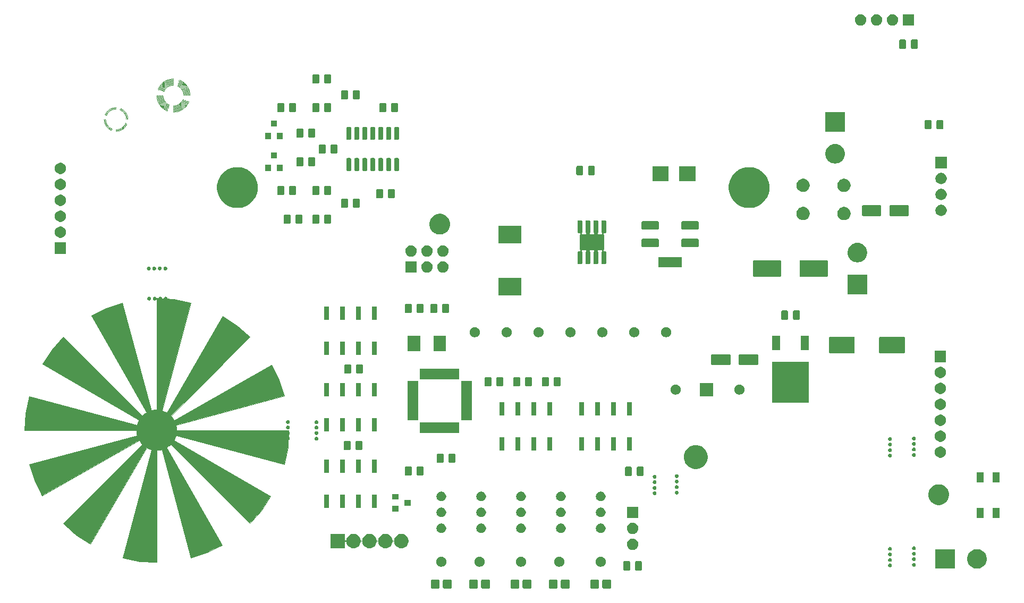
<source format=gbr>
G04 #@! TF.GenerationSoftware,KiCad,Pcbnew,(5.1.5-0-10_14)*
G04 #@! TF.CreationDate,2019-12-30T19:25:45+01:00*
G04 #@! TF.ProjectId,ErnoCCC,45726e6f-4343-4432-9e6b-696361645f70,rev?*
G04 #@! TF.SameCoordinates,Original*
G04 #@! TF.FileFunction,Soldermask,Top*
G04 #@! TF.FilePolarity,Negative*
%FSLAX46Y46*%
G04 Gerber Fmt 4.6, Leading zero omitted, Abs format (unit mm)*
G04 Created by KiCad (PCBNEW (5.1.5-0-10_14)) date 2019-12-30 19:25:45*
%MOMM*%
%LPD*%
G04 APERTURE LIST*
%ADD10C,0.120000*%
%ADD11C,0.100000*%
%ADD12C,0.050000*%
G04 APERTURE END LIST*
D10*
X83169178Y-41851094D02*
G75*
G02X84310000Y-43511000I-637178J-1659906D01*
G01*
X83282459Y-41760047D02*
G75*
G02X84437000Y-43511000I-750459J-1750953D01*
G01*
X83123665Y-41969659D02*
G75*
G02X84183000Y-43511000I-591665J-1541341D01*
G01*
X84282953Y-44261459D02*
G75*
G02X82532000Y-45416000I-1750953J750459D01*
G01*
X84191906Y-44148178D02*
G75*
G02X82532000Y-45289000I-1659906J637178D01*
G01*
X84073341Y-44102665D02*
G75*
G02X82532000Y-45162000I-1541341J591665D01*
G01*
X81940335Y-45052341D02*
G75*
G02X80881000Y-43511000I591665J1541341D01*
G01*
X81781541Y-45261953D02*
G75*
G02X80627000Y-43511000I750459J1750953D01*
G01*
X81894822Y-45170906D02*
G75*
G02X80754000Y-43511000I637178J1659906D01*
G01*
X80781047Y-42760541D02*
G75*
G02X82532000Y-41606000I1750953J-750459D01*
G01*
X80872094Y-42873822D02*
G75*
G02X82532000Y-41733000I1659906J-637178D01*
G01*
X80990659Y-42919335D02*
G75*
G02X82532000Y-41860000I1541341J-591665D01*
G01*
X92547127Y-37587488D02*
G75*
G02X93962000Y-39701000I-871127J-2113512D01*
G01*
X92313178Y-38041094D02*
G75*
G02X93454000Y-39701000I-637178J-1659906D01*
G01*
X92553057Y-37317228D02*
G75*
G02X94216000Y-39701000I-877057J-2383772D01*
G01*
X92430619Y-37814317D02*
G75*
G02X93708000Y-39701000I-754619J-1886683D01*
G01*
X92426459Y-37950047D02*
G75*
G02X93581000Y-39701000I-750459J-1750953D01*
G01*
X92435626Y-37680047D02*
G75*
G02X93835000Y-39701000I-759626J-2020953D01*
G01*
X92552525Y-37452829D02*
G75*
G02X94089000Y-39701000I-876525J-2248171D01*
G01*
X92675076Y-37228201D02*
G75*
G02X94343000Y-39701000I-999076J-2472799D01*
G01*
X92310472Y-38176780D02*
G75*
G02X93327000Y-39701000I-634472J-1524220D01*
G01*
X94059772Y-40578057D02*
G75*
G02X91676000Y-42241000I-2383772J877057D01*
G01*
X93426953Y-40451459D02*
G75*
G02X91676000Y-41606000I-1750953J750459D01*
G01*
X93696953Y-40460626D02*
G75*
G02X91676000Y-41860000I-2020953J759626D01*
G01*
X93789512Y-40572127D02*
G75*
G02X91676000Y-41987000I-2113512J871127D01*
G01*
X93335906Y-40338178D02*
G75*
G02X91676000Y-41479000I-1659906J637178D01*
G01*
X93924171Y-40577525D02*
G75*
G02X91676000Y-42114000I-2248171J876525D01*
G01*
X93562683Y-40455619D02*
G75*
G02X91676000Y-41733000I-1886683J754619D01*
G01*
X93200220Y-40335472D02*
G75*
G02X91676000Y-41352000I-1524220J634472D01*
G01*
X94148799Y-40700076D02*
G75*
G02X91676000Y-42368000I-2472799J999076D01*
G01*
X90676924Y-42173799D02*
G75*
G02X89009000Y-39701000I999076J2472799D01*
G01*
X91038822Y-41360906D02*
G75*
G02X89898000Y-39701000I637178J1659906D01*
G01*
X90916374Y-41721953D02*
G75*
G02X89517000Y-39701000I759626J2020953D01*
G01*
X90925541Y-41451953D02*
G75*
G02X89771000Y-39701000I750459J1750953D01*
G01*
X91041528Y-41225220D02*
G75*
G02X90025000Y-39701000I634472J1524220D01*
G01*
X90799475Y-41949171D02*
G75*
G02X89263000Y-39701000I876525J2248171D01*
G01*
X90804873Y-41814512D02*
G75*
G02X89390000Y-39701000I871127J2113512D01*
G01*
X90921381Y-41587683D02*
G75*
G02X89644000Y-39701000I754619J1886683D01*
G01*
X90798943Y-42084772D02*
G75*
G02X89136000Y-39701000I877057J2383772D01*
G01*
X89203201Y-38701924D02*
G75*
G02X91676000Y-37034000I2472799J-999076D01*
G01*
X89292228Y-38823943D02*
G75*
G02X91676000Y-37161000I2383772J-877057D01*
G01*
X89427829Y-38824475D02*
G75*
G02X91676000Y-37288000I2248171J-876525D01*
G01*
X89562488Y-38829873D02*
G75*
G02X91676000Y-37415000I2113512J-871127D01*
G01*
X89655047Y-38941374D02*
G75*
G02X91676000Y-37542000I2020953J-759626D01*
G01*
X89789317Y-38946381D02*
G75*
G02X91676000Y-37669000I1886683J-754619D01*
G01*
X89925047Y-38950541D02*
G75*
G02X91676000Y-37796000I1750953J-750459D01*
G01*
X90016094Y-39063822D02*
G75*
G02X91676000Y-37923000I1659906J-637178D01*
G01*
X90151780Y-39066528D02*
G75*
G02X91676000Y-38050000I1524220J-634472D01*
G01*
D11*
G36*
X89034400Y-93015600D02*
G01*
X78595000Y-74753000D01*
X81008000Y-73559200D01*
X83548000Y-72721000D01*
X89034400Y-93015600D01*
G37*
X89034400Y-93015600D02*
X78595000Y-74753000D01*
X81008000Y-73559200D01*
X83548000Y-72721000D01*
X89034400Y-93015600D01*
G36*
X89009000Y-93041000D02*
G01*
X70848000Y-82500000D01*
X72321200Y-80214000D01*
X74150000Y-78182000D01*
X89009000Y-93041000D01*
G37*
X89009000Y-93041000D02*
X70848000Y-82500000D01*
X72321200Y-80214000D01*
X74150000Y-78182000D01*
X89009000Y-93041000D01*
G36*
X89034400Y-93015600D02*
G01*
X67976021Y-93041000D01*
X68104800Y-90335901D01*
X68663600Y-87630800D01*
X89034400Y-93015600D01*
G37*
X89034400Y-93015600D02*
X67976021Y-93041000D01*
X68104800Y-90335901D01*
X68663600Y-87630800D01*
X89034400Y-93015600D01*
G36*
X70721000Y-103455000D02*
G01*
X69527200Y-101042000D01*
X68689000Y-98502000D01*
X88983600Y-93015600D01*
X70721000Y-103455000D01*
G37*
X70721000Y-103455000D02*
X69527200Y-101042000D01*
X68689000Y-98502000D01*
X88983600Y-93015600D01*
X70721000Y-103455000D01*
G36*
X78468000Y-111202000D02*
G01*
X76182000Y-109728800D01*
X74150000Y-107900000D01*
X89009000Y-93041000D01*
X78468000Y-111202000D01*
G37*
X78468000Y-111202000D02*
X76182000Y-109728800D01*
X74150000Y-107900000D01*
X89009000Y-93041000D01*
X78468000Y-111202000D01*
G36*
X89009000Y-114073979D02*
G01*
X86303901Y-113945200D01*
X83598800Y-113386400D01*
X88983600Y-93015600D01*
X89009000Y-114073979D01*
G37*
X89009000Y-114073979D02*
X86303901Y-113945200D01*
X83598800Y-113386400D01*
X88983600Y-93015600D01*
X89009000Y-114073979D01*
G36*
X99423000Y-111329000D02*
G01*
X97010000Y-112522800D01*
X94470000Y-113361000D01*
X88983600Y-93066400D01*
X99423000Y-111329000D01*
G37*
X99423000Y-111329000D02*
X97010000Y-112522800D01*
X94470000Y-113361000D01*
X88983600Y-93066400D01*
X99423000Y-111329000D01*
G36*
X107170000Y-103582000D02*
G01*
X105696800Y-105868000D01*
X103868000Y-107900000D01*
X89009000Y-93041000D01*
X107170000Y-103582000D01*
G37*
X107170000Y-103582000D02*
X105696800Y-105868000D01*
X103868000Y-107900000D01*
X89009000Y-93041000D01*
X107170000Y-103582000D01*
G36*
X109913200Y-95746099D02*
G01*
X109354400Y-98451200D01*
X88983600Y-93066400D01*
X110041979Y-93041000D01*
X109913200Y-95746099D01*
G37*
X109913200Y-95746099D02*
X109354400Y-98451200D01*
X88983600Y-93066400D01*
X110041979Y-93041000D01*
X109913200Y-95746099D01*
G36*
X108490800Y-85040000D02*
G01*
X109329000Y-87580000D01*
X89034400Y-93066400D01*
X107297000Y-82627000D01*
X108490800Y-85040000D01*
G37*
X108490800Y-85040000D02*
X109329000Y-87580000D01*
X89034400Y-93066400D01*
X107297000Y-82627000D01*
X108490800Y-85040000D01*
G36*
X101836000Y-76353200D02*
G01*
X103868000Y-78182000D01*
X89009000Y-93041000D01*
X99550000Y-74880000D01*
X101836000Y-76353200D01*
G37*
X101836000Y-76353200D02*
X103868000Y-78182000D01*
X89009000Y-93041000D01*
X99550000Y-74880000D01*
X101836000Y-76353200D01*
G36*
X91714099Y-72136800D02*
G01*
X94419200Y-72695600D01*
X89034400Y-93066400D01*
X89009000Y-72008021D01*
X91714099Y-72136800D01*
G37*
X91714099Y-72136800D02*
X94419200Y-72695600D01*
X89034400Y-93066400D01*
X89009000Y-72008021D01*
X91714099Y-72136800D01*
D12*
G36*
X161268781Y-116855295D02*
G01*
X161304816Y-116866227D01*
X161338024Y-116883977D01*
X161367134Y-116907866D01*
X161391023Y-116936976D01*
X161408773Y-116970184D01*
X161419705Y-117006219D01*
X161424000Y-117049831D01*
X161424000Y-118054169D01*
X161419705Y-118097781D01*
X161408773Y-118133816D01*
X161391023Y-118167024D01*
X161367134Y-118196134D01*
X161338024Y-118220023D01*
X161304816Y-118237773D01*
X161268781Y-118248705D01*
X161225169Y-118253000D01*
X160195831Y-118253000D01*
X160152219Y-118248705D01*
X160116184Y-118237773D01*
X160082976Y-118220023D01*
X160053866Y-118196134D01*
X160029977Y-118167024D01*
X160012227Y-118133816D01*
X160001295Y-118097781D01*
X159997000Y-118054169D01*
X159997000Y-117049831D01*
X160001295Y-117006219D01*
X160012227Y-116970184D01*
X160029977Y-116936976D01*
X160053866Y-116907866D01*
X160082976Y-116883977D01*
X160116184Y-116866227D01*
X160152219Y-116855295D01*
X160195831Y-116851000D01*
X161225169Y-116851000D01*
X161268781Y-116855295D01*
G37*
G36*
X159343781Y-116855295D02*
G01*
X159379816Y-116866227D01*
X159413024Y-116883977D01*
X159442134Y-116907866D01*
X159466023Y-116936976D01*
X159483773Y-116970184D01*
X159494705Y-117006219D01*
X159499000Y-117049831D01*
X159499000Y-118054169D01*
X159494705Y-118097781D01*
X159483773Y-118133816D01*
X159466023Y-118167024D01*
X159442134Y-118196134D01*
X159413024Y-118220023D01*
X159379816Y-118237773D01*
X159343781Y-118248705D01*
X159300169Y-118253000D01*
X158270831Y-118253000D01*
X158227219Y-118248705D01*
X158191184Y-118237773D01*
X158157976Y-118220023D01*
X158128866Y-118196134D01*
X158104977Y-118167024D01*
X158087227Y-118133816D01*
X158076295Y-118097781D01*
X158072000Y-118054169D01*
X158072000Y-117049831D01*
X158076295Y-117006219D01*
X158087227Y-116970184D01*
X158104977Y-116936976D01*
X158128866Y-116907866D01*
X158157976Y-116883977D01*
X158191184Y-116866227D01*
X158227219Y-116855295D01*
X158270831Y-116851000D01*
X159300169Y-116851000D01*
X159343781Y-116855295D01*
G37*
G36*
X154664781Y-116855295D02*
G01*
X154700816Y-116866227D01*
X154734024Y-116883977D01*
X154763134Y-116907866D01*
X154787023Y-116936976D01*
X154804773Y-116970184D01*
X154815705Y-117006219D01*
X154820000Y-117049831D01*
X154820000Y-118054169D01*
X154815705Y-118097781D01*
X154804773Y-118133816D01*
X154787023Y-118167024D01*
X154763134Y-118196134D01*
X154734024Y-118220023D01*
X154700816Y-118237773D01*
X154664781Y-118248705D01*
X154621169Y-118253000D01*
X153591831Y-118253000D01*
X153548219Y-118248705D01*
X153512184Y-118237773D01*
X153478976Y-118220023D01*
X153449866Y-118196134D01*
X153425977Y-118167024D01*
X153408227Y-118133816D01*
X153397295Y-118097781D01*
X153393000Y-118054169D01*
X153393000Y-117049831D01*
X153397295Y-117006219D01*
X153408227Y-116970184D01*
X153425977Y-116936976D01*
X153449866Y-116907866D01*
X153478976Y-116883977D01*
X153512184Y-116866227D01*
X153548219Y-116855295D01*
X153591831Y-116851000D01*
X154621169Y-116851000D01*
X154664781Y-116855295D01*
G37*
G36*
X152739781Y-116855295D02*
G01*
X152775816Y-116866227D01*
X152809024Y-116883977D01*
X152838134Y-116907866D01*
X152862023Y-116936976D01*
X152879773Y-116970184D01*
X152890705Y-117006219D01*
X152895000Y-117049831D01*
X152895000Y-118054169D01*
X152890705Y-118097781D01*
X152879773Y-118133816D01*
X152862023Y-118167024D01*
X152838134Y-118196134D01*
X152809024Y-118220023D01*
X152775816Y-118237773D01*
X152739781Y-118248705D01*
X152696169Y-118253000D01*
X151666831Y-118253000D01*
X151623219Y-118248705D01*
X151587184Y-118237773D01*
X151553976Y-118220023D01*
X151524866Y-118196134D01*
X151500977Y-118167024D01*
X151483227Y-118133816D01*
X151472295Y-118097781D01*
X151468000Y-118054169D01*
X151468000Y-117049831D01*
X151472295Y-117006219D01*
X151483227Y-116970184D01*
X151500977Y-116936976D01*
X151524866Y-116907866D01*
X151553976Y-116883977D01*
X151587184Y-116866227D01*
X151623219Y-116855295D01*
X151666831Y-116851000D01*
X152696169Y-116851000D01*
X152739781Y-116855295D01*
G37*
G36*
X148568781Y-116855295D02*
G01*
X148604816Y-116866227D01*
X148638024Y-116883977D01*
X148667134Y-116907866D01*
X148691023Y-116936976D01*
X148708773Y-116970184D01*
X148719705Y-117006219D01*
X148724000Y-117049831D01*
X148724000Y-118054169D01*
X148719705Y-118097781D01*
X148708773Y-118133816D01*
X148691023Y-118167024D01*
X148667134Y-118196134D01*
X148638024Y-118220023D01*
X148604816Y-118237773D01*
X148568781Y-118248705D01*
X148525169Y-118253000D01*
X147495831Y-118253000D01*
X147452219Y-118248705D01*
X147416184Y-118237773D01*
X147382976Y-118220023D01*
X147353866Y-118196134D01*
X147329977Y-118167024D01*
X147312227Y-118133816D01*
X147301295Y-118097781D01*
X147297000Y-118054169D01*
X147297000Y-117049831D01*
X147301295Y-117006219D01*
X147312227Y-116970184D01*
X147329977Y-116936976D01*
X147353866Y-116907866D01*
X147382976Y-116883977D01*
X147416184Y-116866227D01*
X147452219Y-116855295D01*
X147495831Y-116851000D01*
X148525169Y-116851000D01*
X148568781Y-116855295D01*
G37*
G36*
X146643781Y-116855295D02*
G01*
X146679816Y-116866227D01*
X146713024Y-116883977D01*
X146742134Y-116907866D01*
X146766023Y-116936976D01*
X146783773Y-116970184D01*
X146794705Y-117006219D01*
X146799000Y-117049831D01*
X146799000Y-118054169D01*
X146794705Y-118097781D01*
X146783773Y-118133816D01*
X146766023Y-118167024D01*
X146742134Y-118196134D01*
X146713024Y-118220023D01*
X146679816Y-118237773D01*
X146643781Y-118248705D01*
X146600169Y-118253000D01*
X145570831Y-118253000D01*
X145527219Y-118248705D01*
X145491184Y-118237773D01*
X145457976Y-118220023D01*
X145428866Y-118196134D01*
X145404977Y-118167024D01*
X145387227Y-118133816D01*
X145376295Y-118097781D01*
X145372000Y-118054169D01*
X145372000Y-117049831D01*
X145376295Y-117006219D01*
X145387227Y-116970184D01*
X145404977Y-116936976D01*
X145428866Y-116907866D01*
X145457976Y-116883977D01*
X145491184Y-116866227D01*
X145527219Y-116855295D01*
X145570831Y-116851000D01*
X146600169Y-116851000D01*
X146643781Y-116855295D01*
G37*
G36*
X141964781Y-116855295D02*
G01*
X142000816Y-116866227D01*
X142034024Y-116883977D01*
X142063134Y-116907866D01*
X142087023Y-116936976D01*
X142104773Y-116970184D01*
X142115705Y-117006219D01*
X142120000Y-117049831D01*
X142120000Y-118054169D01*
X142115705Y-118097781D01*
X142104773Y-118133816D01*
X142087023Y-118167024D01*
X142063134Y-118196134D01*
X142034024Y-118220023D01*
X142000816Y-118237773D01*
X141964781Y-118248705D01*
X141921169Y-118253000D01*
X140891831Y-118253000D01*
X140848219Y-118248705D01*
X140812184Y-118237773D01*
X140778976Y-118220023D01*
X140749866Y-118196134D01*
X140725977Y-118167024D01*
X140708227Y-118133816D01*
X140697295Y-118097781D01*
X140693000Y-118054169D01*
X140693000Y-117049831D01*
X140697295Y-117006219D01*
X140708227Y-116970184D01*
X140725977Y-116936976D01*
X140749866Y-116907866D01*
X140778976Y-116883977D01*
X140812184Y-116866227D01*
X140848219Y-116855295D01*
X140891831Y-116851000D01*
X141921169Y-116851000D01*
X141964781Y-116855295D01*
G37*
G36*
X140039781Y-116855295D02*
G01*
X140075816Y-116866227D01*
X140109024Y-116883977D01*
X140138134Y-116907866D01*
X140162023Y-116936976D01*
X140179773Y-116970184D01*
X140190705Y-117006219D01*
X140195000Y-117049831D01*
X140195000Y-118054169D01*
X140190705Y-118097781D01*
X140179773Y-118133816D01*
X140162023Y-118167024D01*
X140138134Y-118196134D01*
X140109024Y-118220023D01*
X140075816Y-118237773D01*
X140039781Y-118248705D01*
X139996169Y-118253000D01*
X138966831Y-118253000D01*
X138923219Y-118248705D01*
X138887184Y-118237773D01*
X138853976Y-118220023D01*
X138824866Y-118196134D01*
X138800977Y-118167024D01*
X138783227Y-118133816D01*
X138772295Y-118097781D01*
X138768000Y-118054169D01*
X138768000Y-117049831D01*
X138772295Y-117006219D01*
X138783227Y-116970184D01*
X138800977Y-116936976D01*
X138824866Y-116907866D01*
X138853976Y-116883977D01*
X138887184Y-116866227D01*
X138923219Y-116855295D01*
X138966831Y-116851000D01*
X139996169Y-116851000D01*
X140039781Y-116855295D01*
G37*
G36*
X135868781Y-116855295D02*
G01*
X135904816Y-116866227D01*
X135938024Y-116883977D01*
X135967134Y-116907866D01*
X135991023Y-116936976D01*
X136008773Y-116970184D01*
X136019705Y-117006219D01*
X136024000Y-117049831D01*
X136024000Y-118054169D01*
X136019705Y-118097781D01*
X136008773Y-118133816D01*
X135991023Y-118167024D01*
X135967134Y-118196134D01*
X135938024Y-118220023D01*
X135904816Y-118237773D01*
X135868781Y-118248705D01*
X135825169Y-118253000D01*
X134795831Y-118253000D01*
X134752219Y-118248705D01*
X134716184Y-118237773D01*
X134682976Y-118220023D01*
X134653866Y-118196134D01*
X134629977Y-118167024D01*
X134612227Y-118133816D01*
X134601295Y-118097781D01*
X134597000Y-118054169D01*
X134597000Y-117049831D01*
X134601295Y-117006219D01*
X134612227Y-116970184D01*
X134629977Y-116936976D01*
X134653866Y-116907866D01*
X134682976Y-116883977D01*
X134716184Y-116866227D01*
X134752219Y-116855295D01*
X134795831Y-116851000D01*
X135825169Y-116851000D01*
X135868781Y-116855295D01*
G37*
G36*
X133943781Y-116855295D02*
G01*
X133979816Y-116866227D01*
X134013024Y-116883977D01*
X134042134Y-116907866D01*
X134066023Y-116936976D01*
X134083773Y-116970184D01*
X134094705Y-117006219D01*
X134099000Y-117049831D01*
X134099000Y-118054169D01*
X134094705Y-118097781D01*
X134083773Y-118133816D01*
X134066023Y-118167024D01*
X134042134Y-118196134D01*
X134013024Y-118220023D01*
X133979816Y-118237773D01*
X133943781Y-118248705D01*
X133900169Y-118253000D01*
X132870831Y-118253000D01*
X132827219Y-118248705D01*
X132791184Y-118237773D01*
X132757976Y-118220023D01*
X132728866Y-118196134D01*
X132704977Y-118167024D01*
X132687227Y-118133816D01*
X132676295Y-118097781D01*
X132672000Y-118054169D01*
X132672000Y-117049831D01*
X132676295Y-117006219D01*
X132687227Y-116970184D01*
X132704977Y-116936976D01*
X132728866Y-116907866D01*
X132757976Y-116883977D01*
X132791184Y-116866227D01*
X132827219Y-116855295D01*
X132870831Y-116851000D01*
X133900169Y-116851000D01*
X133943781Y-116855295D01*
G37*
G36*
X166137468Y-113884565D02*
G01*
X166176138Y-113896296D01*
X166211777Y-113915346D01*
X166243017Y-113940983D01*
X166268654Y-113972223D01*
X166287704Y-114007862D01*
X166299435Y-114046532D01*
X166304000Y-114092888D01*
X166304000Y-115169112D01*
X166299435Y-115215468D01*
X166287704Y-115254138D01*
X166268654Y-115289777D01*
X166243017Y-115321017D01*
X166211777Y-115346654D01*
X166176138Y-115365704D01*
X166137468Y-115377435D01*
X166091112Y-115382000D01*
X165439888Y-115382000D01*
X165393532Y-115377435D01*
X165354862Y-115365704D01*
X165319223Y-115346654D01*
X165287983Y-115321017D01*
X165262346Y-115289777D01*
X165243296Y-115254138D01*
X165231565Y-115215468D01*
X165227000Y-115169112D01*
X165227000Y-114092888D01*
X165231565Y-114046532D01*
X165243296Y-114007862D01*
X165262346Y-113972223D01*
X165287983Y-113940983D01*
X165319223Y-113915346D01*
X165354862Y-113896296D01*
X165393532Y-113884565D01*
X165439888Y-113880000D01*
X166091112Y-113880000D01*
X166137468Y-113884565D01*
G37*
G36*
X164262468Y-113884565D02*
G01*
X164301138Y-113896296D01*
X164336777Y-113915346D01*
X164368017Y-113940983D01*
X164393654Y-113972223D01*
X164412704Y-114007862D01*
X164424435Y-114046532D01*
X164429000Y-114092888D01*
X164429000Y-115169112D01*
X164424435Y-115215468D01*
X164412704Y-115254138D01*
X164393654Y-115289777D01*
X164368017Y-115321017D01*
X164336777Y-115346654D01*
X164301138Y-115365704D01*
X164262468Y-115377435D01*
X164216112Y-115382000D01*
X163564888Y-115382000D01*
X163518532Y-115377435D01*
X163479862Y-115365704D01*
X163444223Y-115346654D01*
X163412983Y-115321017D01*
X163387346Y-115289777D01*
X163368296Y-115254138D01*
X163356565Y-115215468D01*
X163352000Y-115169112D01*
X163352000Y-114092888D01*
X163356565Y-114046532D01*
X163368296Y-114007862D01*
X163387346Y-113972223D01*
X163412983Y-113940983D01*
X163444223Y-113915346D01*
X163479862Y-113896296D01*
X163518532Y-113884565D01*
X163564888Y-113880000D01*
X164216112Y-113880000D01*
X164262468Y-113884565D01*
G37*
G36*
X219976964Y-112013297D02*
G01*
X220144410Y-112046604D01*
X220426674Y-112163521D01*
X220680705Y-112333259D01*
X220896741Y-112549295D01*
X221066479Y-112803326D01*
X221183396Y-113085590D01*
X221189345Y-113115500D01*
X221243000Y-113385239D01*
X221243000Y-113690761D01*
X221228758Y-113762358D01*
X221183396Y-113990410D01*
X221066479Y-114272674D01*
X220896741Y-114526705D01*
X220680705Y-114742741D01*
X220426674Y-114912479D01*
X220144410Y-115029396D01*
X219994585Y-115059198D01*
X219844761Y-115089000D01*
X219539239Y-115089000D01*
X219389415Y-115059198D01*
X219239590Y-115029396D01*
X218957326Y-114912479D01*
X218703295Y-114742741D01*
X218487259Y-114526705D01*
X218317521Y-114272674D01*
X218200604Y-113990410D01*
X218155242Y-113762358D01*
X218141000Y-113690761D01*
X218141000Y-113385239D01*
X218194655Y-113115500D01*
X218200604Y-113085590D01*
X218317521Y-112803326D01*
X218487259Y-112549295D01*
X218703295Y-112333259D01*
X218957326Y-112163521D01*
X219239590Y-112046604D01*
X219407036Y-112013297D01*
X219539239Y-111987000D01*
X219844761Y-111987000D01*
X219976964Y-112013297D01*
G37*
G36*
X216163000Y-115089000D02*
G01*
X213061000Y-115089000D01*
X213061000Y-111987000D01*
X216163000Y-111987000D01*
X216163000Y-115089000D01*
G37*
G36*
X205928497Y-114271067D02*
G01*
X205983275Y-114293757D01*
X205983277Y-114293758D01*
X206032576Y-114326698D01*
X206074502Y-114368624D01*
X206107442Y-114417923D01*
X206107443Y-114417925D01*
X206130133Y-114472703D01*
X206141700Y-114530853D01*
X206141700Y-114590147D01*
X206130133Y-114648297D01*
X206122644Y-114666376D01*
X206107442Y-114703077D01*
X206074502Y-114752376D01*
X206032576Y-114794302D01*
X205983277Y-114827242D01*
X205983276Y-114827243D01*
X205983275Y-114827243D01*
X205928497Y-114849933D01*
X205870347Y-114861500D01*
X205811053Y-114861500D01*
X205752903Y-114849933D01*
X205698125Y-114827243D01*
X205698124Y-114827243D01*
X205698123Y-114827242D01*
X205648824Y-114794302D01*
X205606898Y-114752376D01*
X205573958Y-114703077D01*
X205558756Y-114666376D01*
X205551267Y-114648297D01*
X205539700Y-114590147D01*
X205539700Y-114530853D01*
X205551267Y-114472703D01*
X205573957Y-114417925D01*
X205573958Y-114417923D01*
X205606898Y-114368624D01*
X205648824Y-114326698D01*
X205698123Y-114293758D01*
X205698125Y-114293757D01*
X205752903Y-114271067D01*
X205811053Y-114259500D01*
X205870347Y-114259500D01*
X205928497Y-114271067D01*
G37*
G36*
X134581642Y-113225781D02*
G01*
X134727414Y-113286162D01*
X134727416Y-113286163D01*
X134858608Y-113373822D01*
X134970178Y-113485392D01*
X135057248Y-113615703D01*
X135057838Y-113616586D01*
X135118219Y-113762358D01*
X135149000Y-113917107D01*
X135149000Y-114074893D01*
X135118219Y-114229642D01*
X135060650Y-114368625D01*
X135057837Y-114375416D01*
X134970178Y-114506608D01*
X134858608Y-114618178D01*
X134727416Y-114705837D01*
X134727415Y-114705838D01*
X134727414Y-114705838D01*
X134581642Y-114766219D01*
X134426893Y-114797000D01*
X134269107Y-114797000D01*
X134114358Y-114766219D01*
X133968586Y-114705838D01*
X133968585Y-114705838D01*
X133968584Y-114705837D01*
X133837392Y-114618178D01*
X133725822Y-114506608D01*
X133638163Y-114375416D01*
X133635350Y-114368625D01*
X133577781Y-114229642D01*
X133547000Y-114074893D01*
X133547000Y-113917107D01*
X133577781Y-113762358D01*
X133638162Y-113616586D01*
X133638752Y-113615703D01*
X133725822Y-113485392D01*
X133837392Y-113373822D01*
X133968584Y-113286163D01*
X133968586Y-113286162D01*
X134114358Y-113225781D01*
X134269107Y-113195000D01*
X134426893Y-113195000D01*
X134581642Y-113225781D01*
G37*
G36*
X140677642Y-113225781D02*
G01*
X140823414Y-113286162D01*
X140823416Y-113286163D01*
X140954608Y-113373822D01*
X141066178Y-113485392D01*
X141153248Y-113615703D01*
X141153838Y-113616586D01*
X141214219Y-113762358D01*
X141245000Y-113917107D01*
X141245000Y-114074893D01*
X141214219Y-114229642D01*
X141156650Y-114368625D01*
X141153837Y-114375416D01*
X141066178Y-114506608D01*
X140954608Y-114618178D01*
X140823416Y-114705837D01*
X140823415Y-114705838D01*
X140823414Y-114705838D01*
X140677642Y-114766219D01*
X140522893Y-114797000D01*
X140365107Y-114797000D01*
X140210358Y-114766219D01*
X140064586Y-114705838D01*
X140064585Y-114705838D01*
X140064584Y-114705837D01*
X139933392Y-114618178D01*
X139821822Y-114506608D01*
X139734163Y-114375416D01*
X139731350Y-114368625D01*
X139673781Y-114229642D01*
X139643000Y-114074893D01*
X139643000Y-113917107D01*
X139673781Y-113762358D01*
X139734162Y-113616586D01*
X139734752Y-113615703D01*
X139821822Y-113485392D01*
X139933392Y-113373822D01*
X140064584Y-113286163D01*
X140064586Y-113286162D01*
X140210358Y-113225781D01*
X140365107Y-113195000D01*
X140522893Y-113195000D01*
X140677642Y-113225781D01*
G37*
G36*
X147281642Y-113225781D02*
G01*
X147427414Y-113286162D01*
X147427416Y-113286163D01*
X147558608Y-113373822D01*
X147670178Y-113485392D01*
X147757248Y-113615703D01*
X147757838Y-113616586D01*
X147818219Y-113762358D01*
X147849000Y-113917107D01*
X147849000Y-114074893D01*
X147818219Y-114229642D01*
X147760650Y-114368625D01*
X147757837Y-114375416D01*
X147670178Y-114506608D01*
X147558608Y-114618178D01*
X147427416Y-114705837D01*
X147427415Y-114705838D01*
X147427414Y-114705838D01*
X147281642Y-114766219D01*
X147126893Y-114797000D01*
X146969107Y-114797000D01*
X146814358Y-114766219D01*
X146668586Y-114705838D01*
X146668585Y-114705838D01*
X146668584Y-114705837D01*
X146537392Y-114618178D01*
X146425822Y-114506608D01*
X146338163Y-114375416D01*
X146335350Y-114368625D01*
X146277781Y-114229642D01*
X146247000Y-114074893D01*
X146247000Y-113917107D01*
X146277781Y-113762358D01*
X146338162Y-113616586D01*
X146338752Y-113615703D01*
X146425822Y-113485392D01*
X146537392Y-113373822D01*
X146668584Y-113286163D01*
X146668586Y-113286162D01*
X146814358Y-113225781D01*
X146969107Y-113195000D01*
X147126893Y-113195000D01*
X147281642Y-113225781D01*
G37*
G36*
X153377642Y-113225781D02*
G01*
X153523414Y-113286162D01*
X153523416Y-113286163D01*
X153654608Y-113373822D01*
X153766178Y-113485392D01*
X153853248Y-113615703D01*
X153853838Y-113616586D01*
X153914219Y-113762358D01*
X153945000Y-113917107D01*
X153945000Y-114074893D01*
X153914219Y-114229642D01*
X153856650Y-114368625D01*
X153853837Y-114375416D01*
X153766178Y-114506608D01*
X153654608Y-114618178D01*
X153523416Y-114705837D01*
X153523415Y-114705838D01*
X153523414Y-114705838D01*
X153377642Y-114766219D01*
X153222893Y-114797000D01*
X153065107Y-114797000D01*
X152910358Y-114766219D01*
X152764586Y-114705838D01*
X152764585Y-114705838D01*
X152764584Y-114705837D01*
X152633392Y-114618178D01*
X152521822Y-114506608D01*
X152434163Y-114375416D01*
X152431350Y-114368625D01*
X152373781Y-114229642D01*
X152343000Y-114074893D01*
X152343000Y-113917107D01*
X152373781Y-113762358D01*
X152434162Y-113616586D01*
X152434752Y-113615703D01*
X152521822Y-113485392D01*
X152633392Y-113373822D01*
X152764584Y-113286163D01*
X152764586Y-113286162D01*
X152910358Y-113225781D01*
X153065107Y-113195000D01*
X153222893Y-113195000D01*
X153377642Y-113225781D01*
G37*
G36*
X159981642Y-113225781D02*
G01*
X160127414Y-113286162D01*
X160127416Y-113286163D01*
X160258608Y-113373822D01*
X160370178Y-113485392D01*
X160457248Y-113615703D01*
X160457838Y-113616586D01*
X160518219Y-113762358D01*
X160549000Y-113917107D01*
X160549000Y-114074893D01*
X160518219Y-114229642D01*
X160460650Y-114368625D01*
X160457837Y-114375416D01*
X160370178Y-114506608D01*
X160258608Y-114618178D01*
X160127416Y-114705837D01*
X160127415Y-114705838D01*
X160127414Y-114705838D01*
X159981642Y-114766219D01*
X159826893Y-114797000D01*
X159669107Y-114797000D01*
X159514358Y-114766219D01*
X159368586Y-114705838D01*
X159368585Y-114705838D01*
X159368584Y-114705837D01*
X159237392Y-114618178D01*
X159125822Y-114506608D01*
X159038163Y-114375416D01*
X159035350Y-114368625D01*
X158977781Y-114229642D01*
X158947000Y-114074893D01*
X158947000Y-113917107D01*
X158977781Y-113762358D01*
X159038162Y-113616586D01*
X159038752Y-113615703D01*
X159125822Y-113485392D01*
X159237392Y-113373822D01*
X159368584Y-113286163D01*
X159368586Y-113286162D01*
X159514358Y-113225781D01*
X159669107Y-113195000D01*
X159826893Y-113195000D01*
X159981642Y-113225781D01*
G37*
G36*
X209747097Y-114185067D02*
G01*
X209801875Y-114207757D01*
X209801877Y-114207758D01*
X209851176Y-114240698D01*
X209893102Y-114282624D01*
X209926042Y-114331923D01*
X209926043Y-114331925D01*
X209948733Y-114386703D01*
X209960300Y-114444853D01*
X209960300Y-114504147D01*
X209948733Y-114562297D01*
X209937197Y-114590146D01*
X209926042Y-114617077D01*
X209893102Y-114666376D01*
X209851176Y-114708302D01*
X209801877Y-114741242D01*
X209801876Y-114741243D01*
X209801875Y-114741243D01*
X209747097Y-114763933D01*
X209688947Y-114775500D01*
X209629653Y-114775500D01*
X209571503Y-114763933D01*
X209516725Y-114741243D01*
X209516724Y-114741243D01*
X209516723Y-114741242D01*
X209467424Y-114708302D01*
X209425498Y-114666376D01*
X209392558Y-114617077D01*
X209381403Y-114590146D01*
X209369867Y-114562297D01*
X209358300Y-114504147D01*
X209358300Y-114444853D01*
X209369867Y-114386703D01*
X209392557Y-114331925D01*
X209392558Y-114331923D01*
X209425498Y-114282624D01*
X209467424Y-114240698D01*
X209516723Y-114207758D01*
X209516725Y-114207757D01*
X209571503Y-114185067D01*
X209629653Y-114173500D01*
X209688947Y-114173500D01*
X209747097Y-114185067D01*
G37*
G36*
X205928497Y-113414067D02*
G01*
X205983275Y-113436757D01*
X205983277Y-113436758D01*
X206032576Y-113469698D01*
X206074502Y-113511624D01*
X206104054Y-113555853D01*
X206107443Y-113560925D01*
X206130133Y-113615703D01*
X206141700Y-113673853D01*
X206141700Y-113733147D01*
X206130133Y-113791297D01*
X206107443Y-113846075D01*
X206107442Y-113846077D01*
X206074502Y-113895376D01*
X206032576Y-113937302D01*
X205983277Y-113970242D01*
X205983276Y-113970243D01*
X205983275Y-113970243D01*
X205928497Y-113992933D01*
X205870347Y-114004500D01*
X205811053Y-114004500D01*
X205752903Y-113992933D01*
X205698125Y-113970243D01*
X205698124Y-113970243D01*
X205698123Y-113970242D01*
X205648824Y-113937302D01*
X205606898Y-113895376D01*
X205573958Y-113846077D01*
X205573957Y-113846075D01*
X205551267Y-113791297D01*
X205539700Y-113733147D01*
X205539700Y-113673853D01*
X205551267Y-113615703D01*
X205573957Y-113560925D01*
X205577346Y-113555853D01*
X205606898Y-113511624D01*
X205648824Y-113469698D01*
X205698123Y-113436758D01*
X205698125Y-113436757D01*
X205752903Y-113414067D01*
X205811053Y-113402500D01*
X205870347Y-113402500D01*
X205928497Y-113414067D01*
G37*
G36*
X209747097Y-113296067D02*
G01*
X209801875Y-113318757D01*
X209801877Y-113318758D01*
X209851176Y-113351698D01*
X209893102Y-113393624D01*
X209926042Y-113442923D01*
X209926043Y-113442925D01*
X209948733Y-113497703D01*
X209960300Y-113555853D01*
X209960300Y-113615147D01*
X209948733Y-113673297D01*
X209941499Y-113690761D01*
X209926042Y-113728077D01*
X209893102Y-113777376D01*
X209851176Y-113819302D01*
X209801877Y-113852242D01*
X209801876Y-113852243D01*
X209801875Y-113852243D01*
X209747097Y-113874933D01*
X209688947Y-113886500D01*
X209629653Y-113886500D01*
X209571503Y-113874933D01*
X209516725Y-113852243D01*
X209516724Y-113852243D01*
X209516723Y-113852242D01*
X209467424Y-113819302D01*
X209425498Y-113777376D01*
X209392558Y-113728077D01*
X209377101Y-113690761D01*
X209369867Y-113673297D01*
X209358300Y-113615147D01*
X209358300Y-113555853D01*
X209369867Y-113497703D01*
X209392557Y-113442925D01*
X209392558Y-113442923D01*
X209425498Y-113393624D01*
X209467424Y-113351698D01*
X209516723Y-113318758D01*
X209516725Y-113318757D01*
X209571503Y-113296067D01*
X209629653Y-113284500D01*
X209688947Y-113284500D01*
X209747097Y-113296067D01*
G37*
G36*
X205928497Y-112525067D02*
G01*
X205983275Y-112547757D01*
X205983277Y-112547758D01*
X206032576Y-112580698D01*
X206074502Y-112622624D01*
X206104054Y-112666853D01*
X206107443Y-112671925D01*
X206130133Y-112726703D01*
X206141700Y-112784853D01*
X206141700Y-112844147D01*
X206130133Y-112902297D01*
X206107443Y-112957075D01*
X206107442Y-112957077D01*
X206074502Y-113006376D01*
X206032576Y-113048302D01*
X205983277Y-113081242D01*
X205983276Y-113081243D01*
X205983275Y-113081243D01*
X205928497Y-113103933D01*
X205870347Y-113115500D01*
X205811053Y-113115500D01*
X205752903Y-113103933D01*
X205698125Y-113081243D01*
X205698124Y-113081243D01*
X205698123Y-113081242D01*
X205648824Y-113048302D01*
X205606898Y-113006376D01*
X205573958Y-112957077D01*
X205573957Y-112957075D01*
X205551267Y-112902297D01*
X205539700Y-112844147D01*
X205539700Y-112784853D01*
X205551267Y-112726703D01*
X205573957Y-112671925D01*
X205577346Y-112666853D01*
X205606898Y-112622624D01*
X205648824Y-112580698D01*
X205698123Y-112547758D01*
X205698125Y-112547757D01*
X205752903Y-112525067D01*
X205811053Y-112513500D01*
X205870347Y-112513500D01*
X205928497Y-112525067D01*
G37*
G36*
X209747097Y-112407067D02*
G01*
X209801875Y-112429757D01*
X209801877Y-112429758D01*
X209851176Y-112462698D01*
X209893102Y-112504624D01*
X209922950Y-112549296D01*
X209926043Y-112553925D01*
X209948733Y-112608703D01*
X209960300Y-112666853D01*
X209960300Y-112726147D01*
X209948733Y-112784297D01*
X209940850Y-112803328D01*
X209926042Y-112839077D01*
X209893102Y-112888376D01*
X209851176Y-112930302D01*
X209801877Y-112963242D01*
X209801876Y-112963243D01*
X209801875Y-112963243D01*
X209747097Y-112985933D01*
X209688947Y-112997500D01*
X209629653Y-112997500D01*
X209571503Y-112985933D01*
X209516725Y-112963243D01*
X209516724Y-112963243D01*
X209516723Y-112963242D01*
X209467424Y-112930302D01*
X209425498Y-112888376D01*
X209392558Y-112839077D01*
X209377750Y-112803328D01*
X209369867Y-112784297D01*
X209358300Y-112726147D01*
X209358300Y-112666853D01*
X209369867Y-112608703D01*
X209392557Y-112553925D01*
X209395650Y-112549296D01*
X209425498Y-112504624D01*
X209467424Y-112462698D01*
X209516723Y-112429758D01*
X209516725Y-112429757D01*
X209571503Y-112407067D01*
X209629653Y-112395500D01*
X209688947Y-112395500D01*
X209747097Y-112407067D01*
G37*
G36*
X205928497Y-111636067D02*
G01*
X205983275Y-111658757D01*
X205983277Y-111658758D01*
X206032576Y-111691698D01*
X206074502Y-111733624D01*
X206107442Y-111782923D01*
X206107443Y-111782925D01*
X206130133Y-111837703D01*
X206141700Y-111895853D01*
X206141700Y-111955147D01*
X206130133Y-112013297D01*
X206107443Y-112068075D01*
X206107442Y-112068077D01*
X206074502Y-112117376D01*
X206032576Y-112159302D01*
X205983277Y-112192242D01*
X205983276Y-112192243D01*
X205983275Y-112192243D01*
X205928497Y-112214933D01*
X205870347Y-112226500D01*
X205811053Y-112226500D01*
X205752903Y-112214933D01*
X205698125Y-112192243D01*
X205698124Y-112192243D01*
X205698123Y-112192242D01*
X205648824Y-112159302D01*
X205606898Y-112117376D01*
X205573958Y-112068077D01*
X205573957Y-112068075D01*
X205551267Y-112013297D01*
X205539700Y-111955147D01*
X205539700Y-111895853D01*
X205551267Y-111837703D01*
X205573957Y-111782925D01*
X205573958Y-111782923D01*
X205606898Y-111733624D01*
X205648824Y-111691698D01*
X205698123Y-111658758D01*
X205698125Y-111658757D01*
X205752903Y-111636067D01*
X205811053Y-111624500D01*
X205870347Y-111624500D01*
X205928497Y-111636067D01*
G37*
G36*
X209747097Y-111550067D02*
G01*
X209801875Y-111572757D01*
X209801877Y-111572758D01*
X209851176Y-111605698D01*
X209893102Y-111647624D01*
X209926042Y-111696923D01*
X209926043Y-111696925D01*
X209948733Y-111751703D01*
X209960300Y-111809853D01*
X209960300Y-111869147D01*
X209948733Y-111927297D01*
X209937197Y-111955146D01*
X209926042Y-111982077D01*
X209893102Y-112031376D01*
X209851176Y-112073302D01*
X209801877Y-112106242D01*
X209801876Y-112106243D01*
X209801875Y-112106243D01*
X209747097Y-112128933D01*
X209688947Y-112140500D01*
X209629653Y-112140500D01*
X209571503Y-112128933D01*
X209516725Y-112106243D01*
X209516724Y-112106243D01*
X209516723Y-112106242D01*
X209467424Y-112073302D01*
X209425498Y-112031376D01*
X209392558Y-111982077D01*
X209381403Y-111955146D01*
X209369867Y-111927297D01*
X209358300Y-111869147D01*
X209358300Y-111809853D01*
X209369867Y-111751703D01*
X209392557Y-111696925D01*
X209392558Y-111696923D01*
X209425498Y-111647624D01*
X209467424Y-111605698D01*
X209516723Y-111572758D01*
X209516725Y-111572757D01*
X209571503Y-111550067D01*
X209629653Y-111538500D01*
X209688947Y-111538500D01*
X209747097Y-111550067D01*
G37*
G36*
X164941512Y-110305927D02*
G01*
X165090812Y-110335624D01*
X165254784Y-110403544D01*
X165402354Y-110502147D01*
X165527853Y-110627646D01*
X165626456Y-110775216D01*
X165694376Y-110939188D01*
X165729000Y-111113259D01*
X165729000Y-111290741D01*
X165694376Y-111464812D01*
X165626456Y-111628784D01*
X165527853Y-111776354D01*
X165402354Y-111901853D01*
X165254784Y-112000456D01*
X165090812Y-112068376D01*
X164941512Y-112098073D01*
X164916742Y-112103000D01*
X164739258Y-112103000D01*
X164714488Y-112098073D01*
X164565188Y-112068376D01*
X164401216Y-112000456D01*
X164253646Y-111901853D01*
X164128147Y-111776354D01*
X164029544Y-111628784D01*
X163961624Y-111464812D01*
X163927000Y-111290741D01*
X163927000Y-111113259D01*
X163961624Y-110939188D01*
X164029544Y-110775216D01*
X164128147Y-110627646D01*
X164253646Y-110502147D01*
X164401216Y-110403544D01*
X164565188Y-110335624D01*
X164714488Y-110305927D01*
X164739258Y-110301000D01*
X164916742Y-110301000D01*
X164941512Y-110305927D01*
G37*
G36*
X118989000Y-110508007D02*
G01*
X118991402Y-110532393D01*
X118998515Y-110555842D01*
X119010066Y-110577453D01*
X119025611Y-110596395D01*
X119044553Y-110611940D01*
X119066164Y-110623491D01*
X119089613Y-110630604D01*
X119113999Y-110633006D01*
X119138385Y-110630604D01*
X119161834Y-110623491D01*
X119183445Y-110611940D01*
X119202387Y-110596395D01*
X119217932Y-110577453D01*
X119229483Y-110555842D01*
X119236596Y-110532393D01*
X119271232Y-110358267D01*
X119280611Y-110335625D01*
X119357997Y-110148797D01*
X119483960Y-109960280D01*
X119644280Y-109799960D01*
X119832797Y-109673997D01*
X120042266Y-109587232D01*
X120164089Y-109563000D01*
X120264635Y-109543000D01*
X120491365Y-109543000D01*
X120591911Y-109563000D01*
X120713734Y-109587232D01*
X120923203Y-109673997D01*
X121111720Y-109799960D01*
X121272040Y-109960280D01*
X121398003Y-110148797D01*
X121475390Y-110335625D01*
X121484768Y-110358267D01*
X121525403Y-110562552D01*
X121532516Y-110586001D01*
X121544067Y-110607612D01*
X121559612Y-110626554D01*
X121578554Y-110642099D01*
X121600165Y-110653650D01*
X121623614Y-110660763D01*
X121648000Y-110663165D01*
X121672386Y-110660763D01*
X121695835Y-110653650D01*
X121717446Y-110642099D01*
X121736388Y-110626554D01*
X121751933Y-110607612D01*
X121763484Y-110586001D01*
X121770597Y-110562552D01*
X121811232Y-110358267D01*
X121820611Y-110335625D01*
X121897997Y-110148797D01*
X122023960Y-109960280D01*
X122184280Y-109799960D01*
X122372797Y-109673997D01*
X122582266Y-109587232D01*
X122704089Y-109563000D01*
X122804635Y-109543000D01*
X123031365Y-109543000D01*
X123131911Y-109563000D01*
X123253734Y-109587232D01*
X123463203Y-109673997D01*
X123651720Y-109799960D01*
X123812040Y-109960280D01*
X123938003Y-110148797D01*
X124015390Y-110335625D01*
X124024768Y-110358267D01*
X124065403Y-110562552D01*
X124072516Y-110586001D01*
X124084067Y-110607612D01*
X124099612Y-110626554D01*
X124118554Y-110642099D01*
X124140165Y-110653650D01*
X124163614Y-110660763D01*
X124188000Y-110663165D01*
X124212386Y-110660763D01*
X124235835Y-110653650D01*
X124257446Y-110642099D01*
X124276388Y-110626554D01*
X124291933Y-110607612D01*
X124303484Y-110586001D01*
X124310597Y-110562552D01*
X124351232Y-110358267D01*
X124360611Y-110335625D01*
X124437997Y-110148797D01*
X124563960Y-109960280D01*
X124724280Y-109799960D01*
X124912797Y-109673997D01*
X125122266Y-109587232D01*
X125244089Y-109563000D01*
X125344635Y-109543000D01*
X125571365Y-109543000D01*
X125671911Y-109563000D01*
X125793734Y-109587232D01*
X126003203Y-109673997D01*
X126191720Y-109799960D01*
X126352040Y-109960280D01*
X126478003Y-110148797D01*
X126555390Y-110335625D01*
X126564768Y-110358267D01*
X126605403Y-110562552D01*
X126612516Y-110586001D01*
X126624067Y-110607612D01*
X126639612Y-110626554D01*
X126658554Y-110642099D01*
X126680165Y-110653650D01*
X126703614Y-110660763D01*
X126728000Y-110663165D01*
X126752386Y-110660763D01*
X126775835Y-110653650D01*
X126797446Y-110642099D01*
X126816388Y-110626554D01*
X126831933Y-110607612D01*
X126843484Y-110586001D01*
X126850597Y-110562552D01*
X126891232Y-110358267D01*
X126900611Y-110335625D01*
X126977997Y-110148797D01*
X127103960Y-109960280D01*
X127264280Y-109799960D01*
X127452797Y-109673997D01*
X127662266Y-109587232D01*
X127784089Y-109563000D01*
X127884635Y-109543000D01*
X128111365Y-109543000D01*
X128211911Y-109563000D01*
X128333734Y-109587232D01*
X128543203Y-109673997D01*
X128731720Y-109799960D01*
X128892040Y-109960280D01*
X129018003Y-110148797D01*
X129104768Y-110358266D01*
X129149000Y-110580636D01*
X129149000Y-110807364D01*
X129104768Y-111029734D01*
X129018003Y-111239203D01*
X128892040Y-111427720D01*
X128731720Y-111588040D01*
X128543203Y-111714003D01*
X128333734Y-111800768D01*
X128288060Y-111809853D01*
X128111365Y-111845000D01*
X127884635Y-111845000D01*
X127707940Y-111809853D01*
X127662266Y-111800768D01*
X127452797Y-111714003D01*
X127264280Y-111588040D01*
X127103960Y-111427720D01*
X126977997Y-111239203D01*
X126891232Y-111029734D01*
X126850597Y-110825448D01*
X126843484Y-110801999D01*
X126831933Y-110780388D01*
X126816388Y-110761446D01*
X126797446Y-110745901D01*
X126775835Y-110734350D01*
X126752386Y-110727237D01*
X126728000Y-110724835D01*
X126703614Y-110727237D01*
X126680165Y-110734350D01*
X126658554Y-110745901D01*
X126639612Y-110761446D01*
X126624067Y-110780388D01*
X126612516Y-110801999D01*
X126605403Y-110825448D01*
X126564768Y-111029734D01*
X126478003Y-111239203D01*
X126352040Y-111427720D01*
X126191720Y-111588040D01*
X126003203Y-111714003D01*
X125793734Y-111800768D01*
X125748060Y-111809853D01*
X125571365Y-111845000D01*
X125344635Y-111845000D01*
X125167940Y-111809853D01*
X125122266Y-111800768D01*
X124912797Y-111714003D01*
X124724280Y-111588040D01*
X124563960Y-111427720D01*
X124437997Y-111239203D01*
X124351232Y-111029734D01*
X124310597Y-110825448D01*
X124303484Y-110801999D01*
X124291933Y-110780388D01*
X124276388Y-110761446D01*
X124257446Y-110745901D01*
X124235835Y-110734350D01*
X124212386Y-110727237D01*
X124188000Y-110724835D01*
X124163614Y-110727237D01*
X124140165Y-110734350D01*
X124118554Y-110745901D01*
X124099612Y-110761446D01*
X124084067Y-110780388D01*
X124072516Y-110801999D01*
X124065403Y-110825448D01*
X124024768Y-111029734D01*
X123938003Y-111239203D01*
X123812040Y-111427720D01*
X123651720Y-111588040D01*
X123463203Y-111714003D01*
X123253734Y-111800768D01*
X123208060Y-111809853D01*
X123031365Y-111845000D01*
X122804635Y-111845000D01*
X122627940Y-111809853D01*
X122582266Y-111800768D01*
X122372797Y-111714003D01*
X122184280Y-111588040D01*
X122023960Y-111427720D01*
X121897997Y-111239203D01*
X121811232Y-111029734D01*
X121770597Y-110825448D01*
X121763484Y-110801999D01*
X121751933Y-110780388D01*
X121736388Y-110761446D01*
X121717446Y-110745901D01*
X121695835Y-110734350D01*
X121672386Y-110727237D01*
X121648000Y-110724835D01*
X121623614Y-110727237D01*
X121600165Y-110734350D01*
X121578554Y-110745901D01*
X121559612Y-110761446D01*
X121544067Y-110780388D01*
X121532516Y-110801999D01*
X121525403Y-110825448D01*
X121484768Y-111029734D01*
X121398003Y-111239203D01*
X121272040Y-111427720D01*
X121111720Y-111588040D01*
X120923203Y-111714003D01*
X120713734Y-111800768D01*
X120668060Y-111809853D01*
X120491365Y-111845000D01*
X120264635Y-111845000D01*
X120087940Y-111809853D01*
X120042266Y-111800768D01*
X119832797Y-111714003D01*
X119644280Y-111588040D01*
X119483960Y-111427720D01*
X119357997Y-111239203D01*
X119271232Y-111029734D01*
X119236596Y-110855607D01*
X119229483Y-110832158D01*
X119217932Y-110810547D01*
X119202387Y-110791605D01*
X119183445Y-110776060D01*
X119161834Y-110764509D01*
X119138385Y-110757396D01*
X119113999Y-110754994D01*
X119089613Y-110757396D01*
X119066164Y-110764509D01*
X119044553Y-110776060D01*
X119025611Y-110791605D01*
X119010066Y-110810547D01*
X118998515Y-110832158D01*
X118991402Y-110855607D01*
X118989000Y-110879993D01*
X118989000Y-111845000D01*
X116687000Y-111845000D01*
X116687000Y-109543000D01*
X118989000Y-109543000D01*
X118989000Y-110508007D01*
G37*
G36*
X164941512Y-107765927D02*
G01*
X165090812Y-107795624D01*
X165254784Y-107863544D01*
X165402354Y-107962147D01*
X165527853Y-108087646D01*
X165626456Y-108235216D01*
X165694376Y-108399188D01*
X165729000Y-108573259D01*
X165729000Y-108750741D01*
X165694376Y-108924812D01*
X165626456Y-109088784D01*
X165527853Y-109236354D01*
X165402354Y-109361853D01*
X165254784Y-109460456D01*
X165090812Y-109528376D01*
X164941512Y-109558073D01*
X164916742Y-109563000D01*
X164739258Y-109563000D01*
X164714488Y-109558073D01*
X164565188Y-109528376D01*
X164401216Y-109460456D01*
X164253646Y-109361853D01*
X164128147Y-109236354D01*
X164029544Y-109088784D01*
X163961624Y-108924812D01*
X163927000Y-108750741D01*
X163927000Y-108573259D01*
X163961624Y-108399188D01*
X164029544Y-108235216D01*
X164128147Y-108087646D01*
X164253646Y-107962147D01*
X164401216Y-107863544D01*
X164565188Y-107795624D01*
X164714488Y-107765927D01*
X164739258Y-107761000D01*
X164916742Y-107761000D01*
X164941512Y-107765927D01*
G37*
G36*
X140823589Y-107900876D02*
G01*
X140922893Y-107920629D01*
X141063206Y-107978748D01*
X141189484Y-108063125D01*
X141296875Y-108170516D01*
X141381252Y-108296794D01*
X141439371Y-108437107D01*
X141469000Y-108586063D01*
X141469000Y-108737937D01*
X141439371Y-108886893D01*
X141381252Y-109027206D01*
X141296875Y-109153484D01*
X141189484Y-109260875D01*
X141063206Y-109345252D01*
X140922893Y-109403371D01*
X140823589Y-109423124D01*
X140773938Y-109433000D01*
X140622062Y-109433000D01*
X140572411Y-109423124D01*
X140473107Y-109403371D01*
X140332794Y-109345252D01*
X140206516Y-109260875D01*
X140099125Y-109153484D01*
X140014748Y-109027206D01*
X139956629Y-108886893D01*
X139927000Y-108737937D01*
X139927000Y-108586063D01*
X139956629Y-108437107D01*
X140014748Y-108296794D01*
X140099125Y-108170516D01*
X140206516Y-108063125D01*
X140332794Y-107978748D01*
X140473107Y-107920629D01*
X140572411Y-107900876D01*
X140622062Y-107891000D01*
X140773938Y-107891000D01*
X140823589Y-107900876D01*
G37*
G36*
X147173589Y-107900876D02*
G01*
X147272893Y-107920629D01*
X147413206Y-107978748D01*
X147539484Y-108063125D01*
X147646875Y-108170516D01*
X147731252Y-108296794D01*
X147789371Y-108437107D01*
X147819000Y-108586063D01*
X147819000Y-108737937D01*
X147789371Y-108886893D01*
X147731252Y-109027206D01*
X147646875Y-109153484D01*
X147539484Y-109260875D01*
X147413206Y-109345252D01*
X147272893Y-109403371D01*
X147173589Y-109423124D01*
X147123938Y-109433000D01*
X146972062Y-109433000D01*
X146922411Y-109423124D01*
X146823107Y-109403371D01*
X146682794Y-109345252D01*
X146556516Y-109260875D01*
X146449125Y-109153484D01*
X146364748Y-109027206D01*
X146306629Y-108886893D01*
X146277000Y-108737937D01*
X146277000Y-108586063D01*
X146306629Y-108437107D01*
X146364748Y-108296794D01*
X146449125Y-108170516D01*
X146556516Y-108063125D01*
X146682794Y-107978748D01*
X146823107Y-107920629D01*
X146922411Y-107900876D01*
X146972062Y-107891000D01*
X147123938Y-107891000D01*
X147173589Y-107900876D01*
G37*
G36*
X153523589Y-107900876D02*
G01*
X153622893Y-107920629D01*
X153763206Y-107978748D01*
X153889484Y-108063125D01*
X153996875Y-108170516D01*
X154081252Y-108296794D01*
X154139371Y-108437107D01*
X154169000Y-108586063D01*
X154169000Y-108737937D01*
X154139371Y-108886893D01*
X154081252Y-109027206D01*
X153996875Y-109153484D01*
X153889484Y-109260875D01*
X153763206Y-109345252D01*
X153622893Y-109403371D01*
X153523589Y-109423124D01*
X153473938Y-109433000D01*
X153322062Y-109433000D01*
X153272411Y-109423124D01*
X153173107Y-109403371D01*
X153032794Y-109345252D01*
X152906516Y-109260875D01*
X152799125Y-109153484D01*
X152714748Y-109027206D01*
X152656629Y-108886893D01*
X152627000Y-108737937D01*
X152627000Y-108586063D01*
X152656629Y-108437107D01*
X152714748Y-108296794D01*
X152799125Y-108170516D01*
X152906516Y-108063125D01*
X153032794Y-107978748D01*
X153173107Y-107920629D01*
X153272411Y-107900876D01*
X153322062Y-107891000D01*
X153473938Y-107891000D01*
X153523589Y-107900876D01*
G37*
G36*
X159873589Y-107900876D02*
G01*
X159972893Y-107920629D01*
X160113206Y-107978748D01*
X160239484Y-108063125D01*
X160346875Y-108170516D01*
X160431252Y-108296794D01*
X160489371Y-108437107D01*
X160519000Y-108586063D01*
X160519000Y-108737937D01*
X160489371Y-108886893D01*
X160431252Y-109027206D01*
X160346875Y-109153484D01*
X160239484Y-109260875D01*
X160113206Y-109345252D01*
X159972893Y-109403371D01*
X159873589Y-109423124D01*
X159823938Y-109433000D01*
X159672062Y-109433000D01*
X159622411Y-109423124D01*
X159523107Y-109403371D01*
X159382794Y-109345252D01*
X159256516Y-109260875D01*
X159149125Y-109153484D01*
X159064748Y-109027206D01*
X159006629Y-108886893D01*
X158977000Y-108737937D01*
X158977000Y-108586063D01*
X159006629Y-108437107D01*
X159064748Y-108296794D01*
X159149125Y-108170516D01*
X159256516Y-108063125D01*
X159382794Y-107978748D01*
X159523107Y-107920629D01*
X159622411Y-107900876D01*
X159672062Y-107891000D01*
X159823938Y-107891000D01*
X159873589Y-107900876D01*
G37*
G36*
X134473589Y-107900876D02*
G01*
X134572893Y-107920629D01*
X134713206Y-107978748D01*
X134839484Y-108063125D01*
X134946875Y-108170516D01*
X135031252Y-108296794D01*
X135089371Y-108437107D01*
X135119000Y-108586063D01*
X135119000Y-108737937D01*
X135089371Y-108886893D01*
X135031252Y-109027206D01*
X134946875Y-109153484D01*
X134839484Y-109260875D01*
X134713206Y-109345252D01*
X134572893Y-109403371D01*
X134473589Y-109423124D01*
X134423938Y-109433000D01*
X134272062Y-109433000D01*
X134222411Y-109423124D01*
X134123107Y-109403371D01*
X133982794Y-109345252D01*
X133856516Y-109260875D01*
X133749125Y-109153484D01*
X133664748Y-109027206D01*
X133606629Y-108886893D01*
X133577000Y-108737937D01*
X133577000Y-108586063D01*
X133606629Y-108437107D01*
X133664748Y-108296794D01*
X133749125Y-108170516D01*
X133856516Y-108063125D01*
X133982794Y-107978748D01*
X134123107Y-107920629D01*
X134222411Y-107900876D01*
X134272062Y-107891000D01*
X134423938Y-107891000D01*
X134473589Y-107900876D01*
G37*
G36*
X165729000Y-107023000D02*
G01*
X163927000Y-107023000D01*
X163927000Y-105221000D01*
X165729000Y-105221000D01*
X165729000Y-107023000D01*
G37*
G36*
X223309000Y-106990999D02*
G01*
X222207000Y-106990999D01*
X222207000Y-105388999D01*
X223309000Y-105388999D01*
X223309000Y-106990999D01*
G37*
G36*
X220769000Y-106990999D02*
G01*
X219667000Y-106990999D01*
X219667000Y-105388999D01*
X220769000Y-105388999D01*
X220769000Y-106990999D01*
G37*
G36*
X134473589Y-105360876D02*
G01*
X134572893Y-105380629D01*
X134713206Y-105438748D01*
X134839484Y-105523125D01*
X134946875Y-105630516D01*
X135031252Y-105756794D01*
X135089371Y-105897107D01*
X135119000Y-106046063D01*
X135119000Y-106197937D01*
X135089371Y-106346893D01*
X135031252Y-106487206D01*
X134946875Y-106613484D01*
X134839484Y-106720875D01*
X134713206Y-106805252D01*
X134572893Y-106863371D01*
X134473589Y-106883124D01*
X134423938Y-106893000D01*
X134272062Y-106893000D01*
X134222411Y-106883124D01*
X134123107Y-106863371D01*
X133982794Y-106805252D01*
X133856516Y-106720875D01*
X133749125Y-106613484D01*
X133664748Y-106487206D01*
X133606629Y-106346893D01*
X133577000Y-106197937D01*
X133577000Y-106046063D01*
X133606629Y-105897107D01*
X133664748Y-105756794D01*
X133749125Y-105630516D01*
X133856516Y-105523125D01*
X133982794Y-105438748D01*
X134123107Y-105380629D01*
X134222411Y-105360876D01*
X134272062Y-105351000D01*
X134423938Y-105351000D01*
X134473589Y-105360876D01*
G37*
G36*
X140823589Y-105360876D02*
G01*
X140922893Y-105380629D01*
X141063206Y-105438748D01*
X141189484Y-105523125D01*
X141296875Y-105630516D01*
X141381252Y-105756794D01*
X141439371Y-105897107D01*
X141469000Y-106046063D01*
X141469000Y-106197937D01*
X141439371Y-106346893D01*
X141381252Y-106487206D01*
X141296875Y-106613484D01*
X141189484Y-106720875D01*
X141063206Y-106805252D01*
X140922893Y-106863371D01*
X140823589Y-106883124D01*
X140773938Y-106893000D01*
X140622062Y-106893000D01*
X140572411Y-106883124D01*
X140473107Y-106863371D01*
X140332794Y-106805252D01*
X140206516Y-106720875D01*
X140099125Y-106613484D01*
X140014748Y-106487206D01*
X139956629Y-106346893D01*
X139927000Y-106197937D01*
X139927000Y-106046063D01*
X139956629Y-105897107D01*
X140014748Y-105756794D01*
X140099125Y-105630516D01*
X140206516Y-105523125D01*
X140332794Y-105438748D01*
X140473107Y-105380629D01*
X140572411Y-105360876D01*
X140622062Y-105351000D01*
X140773938Y-105351000D01*
X140823589Y-105360876D01*
G37*
G36*
X147173589Y-105360876D02*
G01*
X147272893Y-105380629D01*
X147413206Y-105438748D01*
X147539484Y-105523125D01*
X147646875Y-105630516D01*
X147731252Y-105756794D01*
X147789371Y-105897107D01*
X147819000Y-106046063D01*
X147819000Y-106197937D01*
X147789371Y-106346893D01*
X147731252Y-106487206D01*
X147646875Y-106613484D01*
X147539484Y-106720875D01*
X147413206Y-106805252D01*
X147272893Y-106863371D01*
X147173589Y-106883124D01*
X147123938Y-106893000D01*
X146972062Y-106893000D01*
X146922411Y-106883124D01*
X146823107Y-106863371D01*
X146682794Y-106805252D01*
X146556516Y-106720875D01*
X146449125Y-106613484D01*
X146364748Y-106487206D01*
X146306629Y-106346893D01*
X146277000Y-106197937D01*
X146277000Y-106046063D01*
X146306629Y-105897107D01*
X146364748Y-105756794D01*
X146449125Y-105630516D01*
X146556516Y-105523125D01*
X146682794Y-105438748D01*
X146823107Y-105380629D01*
X146922411Y-105360876D01*
X146972062Y-105351000D01*
X147123938Y-105351000D01*
X147173589Y-105360876D01*
G37*
G36*
X153523589Y-105360876D02*
G01*
X153622893Y-105380629D01*
X153763206Y-105438748D01*
X153889484Y-105523125D01*
X153996875Y-105630516D01*
X154081252Y-105756794D01*
X154139371Y-105897107D01*
X154169000Y-106046063D01*
X154169000Y-106197937D01*
X154139371Y-106346893D01*
X154081252Y-106487206D01*
X153996875Y-106613484D01*
X153889484Y-106720875D01*
X153763206Y-106805252D01*
X153622893Y-106863371D01*
X153523589Y-106883124D01*
X153473938Y-106893000D01*
X153322062Y-106893000D01*
X153272411Y-106883124D01*
X153173107Y-106863371D01*
X153032794Y-106805252D01*
X152906516Y-106720875D01*
X152799125Y-106613484D01*
X152714748Y-106487206D01*
X152656629Y-106346893D01*
X152627000Y-106197937D01*
X152627000Y-106046063D01*
X152656629Y-105897107D01*
X152714748Y-105756794D01*
X152799125Y-105630516D01*
X152906516Y-105523125D01*
X153032794Y-105438748D01*
X153173107Y-105380629D01*
X153272411Y-105360876D01*
X153322062Y-105351000D01*
X153473938Y-105351000D01*
X153523589Y-105360876D01*
G37*
G36*
X159873589Y-105360876D02*
G01*
X159972893Y-105380629D01*
X160113206Y-105438748D01*
X160239484Y-105523125D01*
X160346875Y-105630516D01*
X160431252Y-105756794D01*
X160489371Y-105897107D01*
X160519000Y-106046063D01*
X160519000Y-106197937D01*
X160489371Y-106346893D01*
X160431252Y-106487206D01*
X160346875Y-106613484D01*
X160239484Y-106720875D01*
X160113206Y-106805252D01*
X159972893Y-106863371D01*
X159873589Y-106883124D01*
X159823938Y-106893000D01*
X159672062Y-106893000D01*
X159622411Y-106883124D01*
X159523107Y-106863371D01*
X159382794Y-106805252D01*
X159256516Y-106720875D01*
X159149125Y-106613484D01*
X159064748Y-106487206D01*
X159006629Y-106346893D01*
X158977000Y-106197937D01*
X158977000Y-106046063D01*
X159006629Y-105897107D01*
X159064748Y-105756794D01*
X159149125Y-105630516D01*
X159256516Y-105523125D01*
X159382794Y-105438748D01*
X159523107Y-105380629D01*
X159622411Y-105360876D01*
X159672062Y-105351000D01*
X159823938Y-105351000D01*
X159873589Y-105360876D01*
G37*
G36*
X127499000Y-105999000D02*
G01*
X126497000Y-105999000D01*
X126497000Y-105097000D01*
X127499000Y-105097000D01*
X127499000Y-105999000D01*
G37*
G36*
X124031000Y-105401000D02*
G01*
X123329000Y-105401000D01*
X123329000Y-103299000D01*
X124031000Y-103299000D01*
X124031000Y-105401000D01*
G37*
G36*
X121491000Y-105401000D02*
G01*
X120789000Y-105401000D01*
X120789000Y-103299000D01*
X121491000Y-103299000D01*
X121491000Y-105401000D01*
G37*
G36*
X118951000Y-105401000D02*
G01*
X118249000Y-105401000D01*
X118249000Y-103299000D01*
X118951000Y-103299000D01*
X118951000Y-105401000D01*
G37*
G36*
X116411000Y-105401000D02*
G01*
X115709000Y-105401000D01*
X115709000Y-103299000D01*
X116411000Y-103299000D01*
X116411000Y-105401000D01*
G37*
G36*
X129499000Y-105049000D02*
G01*
X128497000Y-105049000D01*
X128497000Y-104147000D01*
X129499000Y-104147000D01*
X129499000Y-105049000D01*
G37*
G36*
X213975256Y-101691298D02*
G01*
X214081579Y-101712447D01*
X214382042Y-101836903D01*
X214652451Y-102017585D01*
X214882415Y-102247549D01*
X215063097Y-102517958D01*
X215177337Y-102793757D01*
X215187553Y-102818422D01*
X215251000Y-103137389D01*
X215251000Y-103462611D01*
X215212147Y-103657937D01*
X215187553Y-103781579D01*
X215063097Y-104082042D01*
X214882415Y-104352451D01*
X214652451Y-104582415D01*
X214382042Y-104763097D01*
X214081579Y-104887553D01*
X213975256Y-104908702D01*
X213762611Y-104951000D01*
X213437389Y-104951000D01*
X213224744Y-104908702D01*
X213118421Y-104887553D01*
X212817958Y-104763097D01*
X212547549Y-104582415D01*
X212317585Y-104352451D01*
X212136903Y-104082042D01*
X212012447Y-103781579D01*
X211987853Y-103657937D01*
X211949000Y-103462611D01*
X211949000Y-103137389D01*
X212012447Y-102818422D01*
X212022664Y-102793757D01*
X212136903Y-102517958D01*
X212317585Y-102247549D01*
X212547549Y-102017585D01*
X212817958Y-101836903D01*
X213118421Y-101712447D01*
X213224744Y-101691298D01*
X213437389Y-101649000D01*
X213762611Y-101649000D01*
X213975256Y-101691298D01*
G37*
G36*
X159861245Y-102818421D02*
G01*
X159972893Y-102840629D01*
X160113206Y-102898748D01*
X160239484Y-102983125D01*
X160346875Y-103090516D01*
X160431252Y-103216794D01*
X160489371Y-103357107D01*
X160519000Y-103506063D01*
X160519000Y-103657937D01*
X160489371Y-103806893D01*
X160431252Y-103947206D01*
X160346875Y-104073484D01*
X160239484Y-104180875D01*
X160113206Y-104265252D01*
X159972893Y-104323371D01*
X159873589Y-104343124D01*
X159823938Y-104353000D01*
X159672062Y-104353000D01*
X159622411Y-104343124D01*
X159523107Y-104323371D01*
X159382794Y-104265252D01*
X159256516Y-104180875D01*
X159149125Y-104073484D01*
X159064748Y-103947206D01*
X159006629Y-103806893D01*
X158977000Y-103657937D01*
X158977000Y-103506063D01*
X159006629Y-103357107D01*
X159064748Y-103216794D01*
X159149125Y-103090516D01*
X159256516Y-102983125D01*
X159382794Y-102898748D01*
X159523107Y-102840629D01*
X159634755Y-102818421D01*
X159672062Y-102811000D01*
X159823938Y-102811000D01*
X159861245Y-102818421D01*
G37*
G36*
X153511245Y-102818421D02*
G01*
X153622893Y-102840629D01*
X153763206Y-102898748D01*
X153889484Y-102983125D01*
X153996875Y-103090516D01*
X154081252Y-103216794D01*
X154139371Y-103357107D01*
X154169000Y-103506063D01*
X154169000Y-103657937D01*
X154139371Y-103806893D01*
X154081252Y-103947206D01*
X153996875Y-104073484D01*
X153889484Y-104180875D01*
X153763206Y-104265252D01*
X153622893Y-104323371D01*
X153523589Y-104343124D01*
X153473938Y-104353000D01*
X153322062Y-104353000D01*
X153272411Y-104343124D01*
X153173107Y-104323371D01*
X153032794Y-104265252D01*
X152906516Y-104180875D01*
X152799125Y-104073484D01*
X152714748Y-103947206D01*
X152656629Y-103806893D01*
X152627000Y-103657937D01*
X152627000Y-103506063D01*
X152656629Y-103357107D01*
X152714748Y-103216794D01*
X152799125Y-103090516D01*
X152906516Y-102983125D01*
X153032794Y-102898748D01*
X153173107Y-102840629D01*
X153284755Y-102818421D01*
X153322062Y-102811000D01*
X153473938Y-102811000D01*
X153511245Y-102818421D01*
G37*
G36*
X147161245Y-102818421D02*
G01*
X147272893Y-102840629D01*
X147413206Y-102898748D01*
X147539484Y-102983125D01*
X147646875Y-103090516D01*
X147731252Y-103216794D01*
X147789371Y-103357107D01*
X147819000Y-103506063D01*
X147819000Y-103657937D01*
X147789371Y-103806893D01*
X147731252Y-103947206D01*
X147646875Y-104073484D01*
X147539484Y-104180875D01*
X147413206Y-104265252D01*
X147272893Y-104323371D01*
X147173589Y-104343124D01*
X147123938Y-104353000D01*
X146972062Y-104353000D01*
X146922411Y-104343124D01*
X146823107Y-104323371D01*
X146682794Y-104265252D01*
X146556516Y-104180875D01*
X146449125Y-104073484D01*
X146364748Y-103947206D01*
X146306629Y-103806893D01*
X146277000Y-103657937D01*
X146277000Y-103506063D01*
X146306629Y-103357107D01*
X146364748Y-103216794D01*
X146449125Y-103090516D01*
X146556516Y-102983125D01*
X146682794Y-102898748D01*
X146823107Y-102840629D01*
X146934755Y-102818421D01*
X146972062Y-102811000D01*
X147123938Y-102811000D01*
X147161245Y-102818421D01*
G37*
G36*
X140811245Y-102818421D02*
G01*
X140922893Y-102840629D01*
X141063206Y-102898748D01*
X141189484Y-102983125D01*
X141296875Y-103090516D01*
X141381252Y-103216794D01*
X141439371Y-103357107D01*
X141469000Y-103506063D01*
X141469000Y-103657937D01*
X141439371Y-103806893D01*
X141381252Y-103947206D01*
X141296875Y-104073484D01*
X141189484Y-104180875D01*
X141063206Y-104265252D01*
X140922893Y-104323371D01*
X140823589Y-104343124D01*
X140773938Y-104353000D01*
X140622062Y-104353000D01*
X140572411Y-104343124D01*
X140473107Y-104323371D01*
X140332794Y-104265252D01*
X140206516Y-104180875D01*
X140099125Y-104073484D01*
X140014748Y-103947206D01*
X139956629Y-103806893D01*
X139927000Y-103657937D01*
X139927000Y-103506063D01*
X139956629Y-103357107D01*
X140014748Y-103216794D01*
X140099125Y-103090516D01*
X140206516Y-102983125D01*
X140332794Y-102898748D01*
X140473107Y-102840629D01*
X140584755Y-102818421D01*
X140622062Y-102811000D01*
X140773938Y-102811000D01*
X140811245Y-102818421D01*
G37*
G36*
X134461245Y-102818421D02*
G01*
X134572893Y-102840629D01*
X134713206Y-102898748D01*
X134839484Y-102983125D01*
X134946875Y-103090516D01*
X135031252Y-103216794D01*
X135089371Y-103357107D01*
X135119000Y-103506063D01*
X135119000Y-103657937D01*
X135089371Y-103806893D01*
X135031252Y-103947206D01*
X134946875Y-104073484D01*
X134839484Y-104180875D01*
X134713206Y-104265252D01*
X134572893Y-104323371D01*
X134473589Y-104343124D01*
X134423938Y-104353000D01*
X134272062Y-104353000D01*
X134222411Y-104343124D01*
X134123107Y-104323371D01*
X133982794Y-104265252D01*
X133856516Y-104180875D01*
X133749125Y-104073484D01*
X133664748Y-103947206D01*
X133606629Y-103806893D01*
X133577000Y-103657937D01*
X133577000Y-103506063D01*
X133606629Y-103357107D01*
X133664748Y-103216794D01*
X133749125Y-103090516D01*
X133856516Y-102983125D01*
X133982794Y-102898748D01*
X134123107Y-102840629D01*
X134234755Y-102818421D01*
X134272062Y-102811000D01*
X134423938Y-102811000D01*
X134461245Y-102818421D01*
G37*
G36*
X127499000Y-104099000D02*
G01*
X126497000Y-104099000D01*
X126497000Y-103197000D01*
X127499000Y-103197000D01*
X127499000Y-104099000D01*
G37*
G36*
X168428497Y-102771067D02*
G01*
X168483275Y-102793757D01*
X168483277Y-102793758D01*
X168532576Y-102826698D01*
X168574502Y-102868624D01*
X168607442Y-102917923D01*
X168607443Y-102917925D01*
X168630133Y-102972703D01*
X168641700Y-103030853D01*
X168641700Y-103090147D01*
X168630133Y-103148297D01*
X168622644Y-103166376D01*
X168607442Y-103203077D01*
X168574502Y-103252376D01*
X168532576Y-103294302D01*
X168483277Y-103327242D01*
X168483276Y-103327243D01*
X168483275Y-103327243D01*
X168428497Y-103349933D01*
X168370347Y-103361500D01*
X168311053Y-103361500D01*
X168252903Y-103349933D01*
X168198125Y-103327243D01*
X168198124Y-103327243D01*
X168198123Y-103327242D01*
X168148824Y-103294302D01*
X168106898Y-103252376D01*
X168073958Y-103203077D01*
X168058756Y-103166376D01*
X168051267Y-103148297D01*
X168039700Y-103090147D01*
X168039700Y-103030853D01*
X168051267Y-102972703D01*
X168073957Y-102917925D01*
X168073958Y-102917923D01*
X168106898Y-102868624D01*
X168148824Y-102826698D01*
X168198123Y-102793758D01*
X168198125Y-102793757D01*
X168252903Y-102771067D01*
X168311053Y-102759500D01*
X168370347Y-102759500D01*
X168428497Y-102771067D01*
G37*
G36*
X171947097Y-102685067D02*
G01*
X172001875Y-102707757D01*
X172001877Y-102707758D01*
X172051176Y-102740698D01*
X172093102Y-102782624D01*
X172126042Y-102831923D01*
X172126043Y-102831925D01*
X172148733Y-102886703D01*
X172160300Y-102944853D01*
X172160300Y-103004147D01*
X172148733Y-103062297D01*
X172126043Y-103117075D01*
X172126042Y-103117077D01*
X172093102Y-103166376D01*
X172051176Y-103208302D01*
X172001877Y-103241242D01*
X172001876Y-103241243D01*
X172001875Y-103241243D01*
X171947097Y-103263933D01*
X171888947Y-103275500D01*
X171829653Y-103275500D01*
X171771503Y-103263933D01*
X171716725Y-103241243D01*
X171716724Y-103241243D01*
X171716723Y-103241242D01*
X171667424Y-103208302D01*
X171625498Y-103166376D01*
X171592558Y-103117077D01*
X171592557Y-103117075D01*
X171569867Y-103062297D01*
X171558300Y-103004147D01*
X171558300Y-102944853D01*
X171569867Y-102886703D01*
X171592557Y-102831925D01*
X171592558Y-102831923D01*
X171625498Y-102782624D01*
X171667424Y-102740698D01*
X171716723Y-102707758D01*
X171716725Y-102707757D01*
X171771503Y-102685067D01*
X171829653Y-102673500D01*
X171888947Y-102673500D01*
X171947097Y-102685067D01*
G37*
G36*
X168428497Y-101914067D02*
G01*
X168483275Y-101936757D01*
X168483277Y-101936758D01*
X168532576Y-101969698D01*
X168574502Y-102011624D01*
X168604054Y-102055853D01*
X168607443Y-102060925D01*
X168630133Y-102115703D01*
X168641700Y-102173853D01*
X168641700Y-102233147D01*
X168630133Y-102291297D01*
X168607443Y-102346075D01*
X168607442Y-102346077D01*
X168574502Y-102395376D01*
X168532576Y-102437302D01*
X168483277Y-102470242D01*
X168483276Y-102470243D01*
X168483275Y-102470243D01*
X168428497Y-102492933D01*
X168370347Y-102504500D01*
X168311053Y-102504500D01*
X168252903Y-102492933D01*
X168198125Y-102470243D01*
X168198124Y-102470243D01*
X168198123Y-102470242D01*
X168148824Y-102437302D01*
X168106898Y-102395376D01*
X168073958Y-102346077D01*
X168073957Y-102346075D01*
X168051267Y-102291297D01*
X168039700Y-102233147D01*
X168039700Y-102173853D01*
X168051267Y-102115703D01*
X168073957Y-102060925D01*
X168077346Y-102055853D01*
X168106898Y-102011624D01*
X168148824Y-101969698D01*
X168198123Y-101936758D01*
X168198125Y-101936757D01*
X168252903Y-101914067D01*
X168311053Y-101902500D01*
X168370347Y-101902500D01*
X168428497Y-101914067D01*
G37*
G36*
X171947097Y-101796067D02*
G01*
X172001875Y-101818757D01*
X172001877Y-101818758D01*
X172051176Y-101851698D01*
X172093102Y-101893624D01*
X172126042Y-101942923D01*
X172126043Y-101942925D01*
X172148733Y-101997703D01*
X172160300Y-102055853D01*
X172160300Y-102115147D01*
X172148733Y-102173297D01*
X172148502Y-102173854D01*
X172126042Y-102228077D01*
X172093102Y-102277376D01*
X172051176Y-102319302D01*
X172001877Y-102352242D01*
X172001876Y-102352243D01*
X172001875Y-102352243D01*
X171947097Y-102374933D01*
X171888947Y-102386500D01*
X171829653Y-102386500D01*
X171771503Y-102374933D01*
X171716725Y-102352243D01*
X171716724Y-102352243D01*
X171716723Y-102352242D01*
X171667424Y-102319302D01*
X171625498Y-102277376D01*
X171592558Y-102228077D01*
X171570098Y-102173854D01*
X171569867Y-102173297D01*
X171558300Y-102115147D01*
X171558300Y-102055853D01*
X171569867Y-101997703D01*
X171592557Y-101942925D01*
X171592558Y-101942923D01*
X171625498Y-101893624D01*
X171667424Y-101851698D01*
X171716723Y-101818758D01*
X171716725Y-101818757D01*
X171771503Y-101796067D01*
X171829653Y-101784500D01*
X171888947Y-101784500D01*
X171947097Y-101796067D01*
G37*
G36*
X168428497Y-101025067D02*
G01*
X168483275Y-101047757D01*
X168483277Y-101047758D01*
X168532576Y-101080698D01*
X168574502Y-101122624D01*
X168604054Y-101166853D01*
X168607443Y-101171925D01*
X168630133Y-101226703D01*
X168641700Y-101284853D01*
X168641700Y-101344147D01*
X168630133Y-101402297D01*
X168607443Y-101457075D01*
X168607442Y-101457077D01*
X168574502Y-101506376D01*
X168532576Y-101548302D01*
X168483277Y-101581242D01*
X168483276Y-101581243D01*
X168483275Y-101581243D01*
X168428497Y-101603933D01*
X168370347Y-101615500D01*
X168311053Y-101615500D01*
X168252903Y-101603933D01*
X168198125Y-101581243D01*
X168198124Y-101581243D01*
X168198123Y-101581242D01*
X168148824Y-101548302D01*
X168106898Y-101506376D01*
X168073958Y-101457077D01*
X168073957Y-101457075D01*
X168051267Y-101402297D01*
X168039700Y-101344147D01*
X168039700Y-101284853D01*
X168051267Y-101226703D01*
X168073957Y-101171925D01*
X168077346Y-101166853D01*
X168106898Y-101122624D01*
X168148824Y-101080698D01*
X168198123Y-101047758D01*
X168198125Y-101047757D01*
X168252903Y-101025067D01*
X168311053Y-101013500D01*
X168370347Y-101013500D01*
X168428497Y-101025067D01*
G37*
G36*
X171947097Y-100907067D02*
G01*
X172001875Y-100929757D01*
X172001877Y-100929758D01*
X172051176Y-100962698D01*
X172093102Y-101004624D01*
X172126042Y-101053923D01*
X172126043Y-101053925D01*
X172148733Y-101108703D01*
X172160300Y-101166853D01*
X172160300Y-101226147D01*
X172148733Y-101284297D01*
X172148502Y-101284854D01*
X172126042Y-101339077D01*
X172093102Y-101388376D01*
X172051176Y-101430302D01*
X172001877Y-101463242D01*
X172001876Y-101463243D01*
X172001875Y-101463243D01*
X171947097Y-101485933D01*
X171888947Y-101497500D01*
X171829653Y-101497500D01*
X171771503Y-101485933D01*
X171716725Y-101463243D01*
X171716724Y-101463243D01*
X171716723Y-101463242D01*
X171667424Y-101430302D01*
X171625498Y-101388376D01*
X171592558Y-101339077D01*
X171570098Y-101284854D01*
X171569867Y-101284297D01*
X171558300Y-101226147D01*
X171558300Y-101166853D01*
X171569867Y-101108703D01*
X171592557Y-101053925D01*
X171592558Y-101053923D01*
X171625498Y-101004624D01*
X171667424Y-100962698D01*
X171716723Y-100929758D01*
X171716725Y-100929757D01*
X171771503Y-100907067D01*
X171829653Y-100895500D01*
X171888947Y-100895500D01*
X171947097Y-100907067D01*
G37*
G36*
X220769000Y-101367001D02*
G01*
X219667000Y-101367001D01*
X219667000Y-99765001D01*
X220769000Y-99765001D01*
X220769000Y-101367001D01*
G37*
G36*
X223309000Y-101367001D02*
G01*
X222207000Y-101367001D01*
X222207000Y-99765001D01*
X223309000Y-99765001D01*
X223309000Y-101367001D01*
G37*
G36*
X168428497Y-100136067D02*
G01*
X168483275Y-100158757D01*
X168483277Y-100158758D01*
X168532576Y-100191698D01*
X168574502Y-100233624D01*
X168598139Y-100269000D01*
X168607443Y-100282925D01*
X168630133Y-100337703D01*
X168641700Y-100395853D01*
X168641700Y-100455147D01*
X168630133Y-100513297D01*
X168622644Y-100531376D01*
X168607442Y-100568077D01*
X168574502Y-100617376D01*
X168532576Y-100659302D01*
X168483277Y-100692242D01*
X168483276Y-100692243D01*
X168483275Y-100692243D01*
X168428497Y-100714933D01*
X168370347Y-100726500D01*
X168311053Y-100726500D01*
X168252903Y-100714933D01*
X168198125Y-100692243D01*
X168198124Y-100692243D01*
X168198123Y-100692242D01*
X168148824Y-100659302D01*
X168106898Y-100617376D01*
X168073958Y-100568077D01*
X168058756Y-100531376D01*
X168051267Y-100513297D01*
X168039700Y-100455147D01*
X168039700Y-100395853D01*
X168051267Y-100337703D01*
X168073957Y-100282925D01*
X168083261Y-100269000D01*
X168106898Y-100233624D01*
X168148824Y-100191698D01*
X168198123Y-100158758D01*
X168198125Y-100158757D01*
X168252903Y-100136067D01*
X168311053Y-100124500D01*
X168370347Y-100124500D01*
X168428497Y-100136067D01*
G37*
G36*
X171947097Y-100050067D02*
G01*
X172001875Y-100072757D01*
X172001877Y-100072758D01*
X172051176Y-100105698D01*
X172093102Y-100147624D01*
X172126042Y-100196923D01*
X172126043Y-100196925D01*
X172148733Y-100251703D01*
X172160300Y-100309853D01*
X172160300Y-100369147D01*
X172148733Y-100427297D01*
X172137197Y-100455146D01*
X172126042Y-100482077D01*
X172093102Y-100531376D01*
X172051176Y-100573302D01*
X172001877Y-100606242D01*
X172001876Y-100606243D01*
X172001875Y-100606243D01*
X171947097Y-100628933D01*
X171888947Y-100640500D01*
X171829653Y-100640500D01*
X171771503Y-100628933D01*
X171716725Y-100606243D01*
X171716724Y-100606243D01*
X171716723Y-100606242D01*
X171667424Y-100573302D01*
X171625498Y-100531376D01*
X171592558Y-100482077D01*
X171581403Y-100455146D01*
X171569867Y-100427297D01*
X171558300Y-100369147D01*
X171558300Y-100309853D01*
X171569867Y-100251703D01*
X171592557Y-100196925D01*
X171592558Y-100196923D01*
X171625498Y-100147624D01*
X171667424Y-100105698D01*
X171716723Y-100072758D01*
X171716725Y-100072757D01*
X171771503Y-100050067D01*
X171829653Y-100038500D01*
X171888947Y-100038500D01*
X171947097Y-100050067D01*
G37*
G36*
X166409468Y-98821565D02*
G01*
X166448138Y-98833296D01*
X166483777Y-98852346D01*
X166515017Y-98877983D01*
X166540654Y-98909223D01*
X166559704Y-98944862D01*
X166571435Y-98983532D01*
X166576000Y-99029888D01*
X166576000Y-100106112D01*
X166571435Y-100152468D01*
X166559704Y-100191138D01*
X166540654Y-100226777D01*
X166515017Y-100258017D01*
X166483777Y-100283654D01*
X166448138Y-100302704D01*
X166409468Y-100314435D01*
X166363112Y-100319000D01*
X165711888Y-100319000D01*
X165665532Y-100314435D01*
X165626862Y-100302704D01*
X165591223Y-100283654D01*
X165559983Y-100258017D01*
X165534346Y-100226777D01*
X165515296Y-100191138D01*
X165503565Y-100152468D01*
X165499000Y-100106112D01*
X165499000Y-99029888D01*
X165503565Y-98983532D01*
X165515296Y-98944862D01*
X165534346Y-98909223D01*
X165559983Y-98877983D01*
X165591223Y-98852346D01*
X165626862Y-98833296D01*
X165665532Y-98821565D01*
X165711888Y-98817000D01*
X166363112Y-98817000D01*
X166409468Y-98821565D01*
G37*
G36*
X164534468Y-98821565D02*
G01*
X164573138Y-98833296D01*
X164608777Y-98852346D01*
X164640017Y-98877983D01*
X164665654Y-98909223D01*
X164684704Y-98944862D01*
X164696435Y-98983532D01*
X164701000Y-99029888D01*
X164701000Y-100106112D01*
X164696435Y-100152468D01*
X164684704Y-100191138D01*
X164665654Y-100226777D01*
X164640017Y-100258017D01*
X164608777Y-100283654D01*
X164573138Y-100302704D01*
X164534468Y-100314435D01*
X164488112Y-100319000D01*
X163836888Y-100319000D01*
X163790532Y-100314435D01*
X163751862Y-100302704D01*
X163716223Y-100283654D01*
X163684983Y-100258017D01*
X163659346Y-100226777D01*
X163640296Y-100191138D01*
X163628565Y-100152468D01*
X163624000Y-100106112D01*
X163624000Y-99029888D01*
X163628565Y-98983532D01*
X163640296Y-98944862D01*
X163659346Y-98909223D01*
X163684983Y-98877983D01*
X163716223Y-98852346D01*
X163751862Y-98833296D01*
X163790532Y-98821565D01*
X163836888Y-98817000D01*
X164488112Y-98817000D01*
X164534468Y-98821565D01*
G37*
G36*
X131339468Y-98771565D02*
G01*
X131378138Y-98783296D01*
X131413777Y-98802346D01*
X131445017Y-98827983D01*
X131470654Y-98859223D01*
X131489704Y-98894862D01*
X131501435Y-98933532D01*
X131506000Y-98979888D01*
X131506000Y-100056112D01*
X131501435Y-100102468D01*
X131489704Y-100141138D01*
X131470654Y-100176777D01*
X131445017Y-100208017D01*
X131413777Y-100233654D01*
X131378138Y-100252704D01*
X131339468Y-100264435D01*
X131293112Y-100269000D01*
X130641888Y-100269000D01*
X130595532Y-100264435D01*
X130556862Y-100252704D01*
X130521223Y-100233654D01*
X130489983Y-100208017D01*
X130464346Y-100176777D01*
X130445296Y-100141138D01*
X130433565Y-100102468D01*
X130429000Y-100056112D01*
X130429000Y-98979888D01*
X130433565Y-98933532D01*
X130445296Y-98894862D01*
X130464346Y-98859223D01*
X130489983Y-98827983D01*
X130521223Y-98802346D01*
X130556862Y-98783296D01*
X130595532Y-98771565D01*
X130641888Y-98767000D01*
X131293112Y-98767000D01*
X131339468Y-98771565D01*
G37*
G36*
X129464468Y-98771565D02*
G01*
X129503138Y-98783296D01*
X129538777Y-98802346D01*
X129570017Y-98827983D01*
X129595654Y-98859223D01*
X129614704Y-98894862D01*
X129626435Y-98933532D01*
X129631000Y-98979888D01*
X129631000Y-100056112D01*
X129626435Y-100102468D01*
X129614704Y-100141138D01*
X129595654Y-100176777D01*
X129570017Y-100208017D01*
X129538777Y-100233654D01*
X129503138Y-100252704D01*
X129464468Y-100264435D01*
X129418112Y-100269000D01*
X128766888Y-100269000D01*
X128720532Y-100264435D01*
X128681862Y-100252704D01*
X128646223Y-100233654D01*
X128614983Y-100208017D01*
X128589346Y-100176777D01*
X128570296Y-100141138D01*
X128558565Y-100102468D01*
X128554000Y-100056112D01*
X128554000Y-98979888D01*
X128558565Y-98933532D01*
X128570296Y-98894862D01*
X128589346Y-98859223D01*
X128614983Y-98827983D01*
X128646223Y-98802346D01*
X128681862Y-98783296D01*
X128720532Y-98771565D01*
X128766888Y-98767000D01*
X129418112Y-98767000D01*
X129464468Y-98771565D01*
G37*
G36*
X121491000Y-99801000D02*
G01*
X120789000Y-99801000D01*
X120789000Y-97699000D01*
X121491000Y-97699000D01*
X121491000Y-99801000D01*
G37*
G36*
X124031000Y-99801000D02*
G01*
X123329000Y-99801000D01*
X123329000Y-97699000D01*
X124031000Y-97699000D01*
X124031000Y-99801000D01*
G37*
G36*
X118951000Y-99801000D02*
G01*
X118249000Y-99801000D01*
X118249000Y-97699000D01*
X118951000Y-97699000D01*
X118951000Y-99801000D01*
G37*
G36*
X116411000Y-99801000D02*
G01*
X115709000Y-99801000D01*
X115709000Y-97699000D01*
X116411000Y-97699000D01*
X116411000Y-99801000D01*
G37*
G36*
X175244599Y-95430302D02*
G01*
X175454501Y-95472054D01*
X175800461Y-95615356D01*
X176111817Y-95823397D01*
X176376603Y-96088183D01*
X176584644Y-96399539D01*
X176727946Y-96745499D01*
X176764473Y-96929133D01*
X176796501Y-97090147D01*
X176801000Y-97112768D01*
X176801000Y-97487232D01*
X176727946Y-97854501D01*
X176657690Y-98024112D01*
X176602175Y-98158139D01*
X176584644Y-98200461D01*
X176376603Y-98511817D01*
X176111817Y-98776603D01*
X175800461Y-98984644D01*
X175454501Y-99127946D01*
X175270866Y-99164473D01*
X175087233Y-99201000D01*
X174712767Y-99201000D01*
X174345499Y-99127946D01*
X173999539Y-98984644D01*
X173688183Y-98776603D01*
X173423397Y-98511817D01*
X173215356Y-98200461D01*
X173197826Y-98158139D01*
X173142310Y-98024112D01*
X173072054Y-97854501D01*
X172999000Y-97487232D01*
X172999000Y-97112768D01*
X173003500Y-97090147D01*
X173035527Y-96929133D01*
X173072054Y-96745499D01*
X173215356Y-96399539D01*
X173423397Y-96088183D01*
X173688183Y-95823397D01*
X173999539Y-95615356D01*
X174345499Y-95472054D01*
X174555401Y-95430302D01*
X174712767Y-95399000D01*
X175087233Y-95399000D01*
X175244599Y-95430302D01*
G37*
G36*
X134544468Y-96739565D02*
G01*
X134583138Y-96751296D01*
X134618777Y-96770346D01*
X134650017Y-96795983D01*
X134675654Y-96827223D01*
X134694704Y-96862862D01*
X134706435Y-96901532D01*
X134711000Y-96947888D01*
X134711000Y-98024112D01*
X134706435Y-98070468D01*
X134694704Y-98109138D01*
X134675654Y-98144777D01*
X134650017Y-98176017D01*
X134618777Y-98201654D01*
X134583138Y-98220704D01*
X134544468Y-98232435D01*
X134498112Y-98237000D01*
X133846888Y-98237000D01*
X133800532Y-98232435D01*
X133761862Y-98220704D01*
X133726223Y-98201654D01*
X133694983Y-98176017D01*
X133669346Y-98144777D01*
X133650296Y-98109138D01*
X133638565Y-98070468D01*
X133634000Y-98024112D01*
X133634000Y-96947888D01*
X133638565Y-96901532D01*
X133650296Y-96862862D01*
X133669346Y-96827223D01*
X133694983Y-96795983D01*
X133726223Y-96770346D01*
X133761862Y-96751296D01*
X133800532Y-96739565D01*
X133846888Y-96735000D01*
X134498112Y-96735000D01*
X134544468Y-96739565D01*
G37*
G36*
X136419468Y-96739565D02*
G01*
X136458138Y-96751296D01*
X136493777Y-96770346D01*
X136525017Y-96795983D01*
X136550654Y-96827223D01*
X136569704Y-96862862D01*
X136581435Y-96901532D01*
X136586000Y-96947888D01*
X136586000Y-98024112D01*
X136581435Y-98070468D01*
X136569704Y-98109138D01*
X136550654Y-98144777D01*
X136525017Y-98176017D01*
X136493777Y-98201654D01*
X136458138Y-98220704D01*
X136419468Y-98232435D01*
X136373112Y-98237000D01*
X135721888Y-98237000D01*
X135675532Y-98232435D01*
X135636862Y-98220704D01*
X135601223Y-98201654D01*
X135569983Y-98176017D01*
X135544346Y-98144777D01*
X135525296Y-98109138D01*
X135513565Y-98070468D01*
X135509000Y-98024112D01*
X135509000Y-96947888D01*
X135513565Y-96901532D01*
X135525296Y-96862862D01*
X135544346Y-96827223D01*
X135569983Y-96795983D01*
X135601223Y-96770346D01*
X135636862Y-96751296D01*
X135675532Y-96739565D01*
X135721888Y-96735000D01*
X136373112Y-96735000D01*
X136419468Y-96739565D01*
G37*
G36*
X213981512Y-95623927D02*
G01*
X214130812Y-95653624D01*
X214294784Y-95721544D01*
X214442354Y-95820147D01*
X214567853Y-95945646D01*
X214666456Y-96093216D01*
X214734376Y-96257188D01*
X214769000Y-96431259D01*
X214769000Y-96608741D01*
X214734376Y-96782812D01*
X214666456Y-96946784D01*
X214567853Y-97094354D01*
X214442354Y-97219853D01*
X214294784Y-97318456D01*
X214130812Y-97386376D01*
X213981512Y-97416073D01*
X213956742Y-97421000D01*
X213779258Y-97421000D01*
X213754488Y-97416073D01*
X213605188Y-97386376D01*
X213441216Y-97318456D01*
X213293646Y-97219853D01*
X213168147Y-97094354D01*
X213069544Y-96946784D01*
X213001624Y-96782812D01*
X212967000Y-96608741D01*
X212967000Y-96431259D01*
X213001624Y-96257188D01*
X213069544Y-96093216D01*
X213168147Y-95945646D01*
X213293646Y-95820147D01*
X213441216Y-95721544D01*
X213605188Y-95653624D01*
X213754488Y-95623927D01*
X213779258Y-95619000D01*
X213956742Y-95619000D01*
X213981512Y-95623927D01*
G37*
G36*
X205928497Y-96771067D02*
G01*
X205983275Y-96793757D01*
X205983277Y-96793758D01*
X206032576Y-96826698D01*
X206074502Y-96868624D01*
X206096276Y-96901212D01*
X206107443Y-96917925D01*
X206130133Y-96972703D01*
X206141700Y-97030853D01*
X206141700Y-97090147D01*
X206130133Y-97148297D01*
X206122644Y-97166376D01*
X206107442Y-97203077D01*
X206074502Y-97252376D01*
X206032576Y-97294302D01*
X205983277Y-97327242D01*
X205983276Y-97327243D01*
X205983275Y-97327243D01*
X205928497Y-97349933D01*
X205870347Y-97361500D01*
X205811053Y-97361500D01*
X205752903Y-97349933D01*
X205698125Y-97327243D01*
X205698124Y-97327243D01*
X205698123Y-97327242D01*
X205648824Y-97294302D01*
X205606898Y-97252376D01*
X205573958Y-97203077D01*
X205558756Y-97166376D01*
X205551267Y-97148297D01*
X205539700Y-97090147D01*
X205539700Y-97030853D01*
X205551267Y-96972703D01*
X205573957Y-96917925D01*
X205585124Y-96901212D01*
X205606898Y-96868624D01*
X205648824Y-96826698D01*
X205698123Y-96793758D01*
X205698125Y-96793757D01*
X205752903Y-96771067D01*
X205811053Y-96759500D01*
X205870347Y-96759500D01*
X205928497Y-96771067D01*
G37*
G36*
X209747097Y-96685067D02*
G01*
X209801875Y-96707757D01*
X209801877Y-96707758D01*
X209851176Y-96740698D01*
X209893102Y-96782624D01*
X209926042Y-96831923D01*
X209926043Y-96831925D01*
X209948733Y-96886703D01*
X209960300Y-96944853D01*
X209960300Y-97004147D01*
X209948733Y-97062297D01*
X209937197Y-97090146D01*
X209926042Y-97117077D01*
X209893102Y-97166376D01*
X209851176Y-97208302D01*
X209801877Y-97241242D01*
X209801876Y-97241243D01*
X209801875Y-97241243D01*
X209747097Y-97263933D01*
X209688947Y-97275500D01*
X209629653Y-97275500D01*
X209571503Y-97263933D01*
X209516725Y-97241243D01*
X209516724Y-97241243D01*
X209516723Y-97241242D01*
X209467424Y-97208302D01*
X209425498Y-97166376D01*
X209392558Y-97117077D01*
X209381403Y-97090146D01*
X209369867Y-97062297D01*
X209358300Y-97004147D01*
X209358300Y-96944853D01*
X209369867Y-96886703D01*
X209392557Y-96831925D01*
X209392558Y-96831923D01*
X209425498Y-96782624D01*
X209467424Y-96740698D01*
X209516723Y-96707758D01*
X209516725Y-96707757D01*
X209571503Y-96685067D01*
X209629653Y-96673500D01*
X209688947Y-96673500D01*
X209747097Y-96685067D01*
G37*
G36*
X205928497Y-95914067D02*
G01*
X205983275Y-95936757D01*
X205983277Y-95936758D01*
X206032576Y-95969698D01*
X206074502Y-96011624D01*
X206092438Y-96038468D01*
X206107443Y-96060925D01*
X206130133Y-96115703D01*
X206141700Y-96173853D01*
X206141700Y-96233147D01*
X206130133Y-96291297D01*
X206107443Y-96346075D01*
X206107442Y-96346077D01*
X206074502Y-96395376D01*
X206032576Y-96437302D01*
X205983277Y-96470242D01*
X205983276Y-96470243D01*
X205983275Y-96470243D01*
X205928497Y-96492933D01*
X205870347Y-96504500D01*
X205811053Y-96504500D01*
X205752903Y-96492933D01*
X205698125Y-96470243D01*
X205698124Y-96470243D01*
X205698123Y-96470242D01*
X205648824Y-96437302D01*
X205606898Y-96395376D01*
X205573958Y-96346077D01*
X205573957Y-96346075D01*
X205551267Y-96291297D01*
X205539700Y-96233147D01*
X205539700Y-96173853D01*
X205551267Y-96115703D01*
X205573957Y-96060925D01*
X205588962Y-96038468D01*
X205606898Y-96011624D01*
X205648824Y-95969698D01*
X205698123Y-95936758D01*
X205698125Y-95936757D01*
X205752903Y-95914067D01*
X205811053Y-95902500D01*
X205870347Y-95902500D01*
X205928497Y-95914067D01*
G37*
G36*
X209747097Y-95796067D02*
G01*
X209801875Y-95818757D01*
X209801877Y-95818758D01*
X209851176Y-95851698D01*
X209893102Y-95893624D01*
X209926042Y-95942923D01*
X209926043Y-95942925D01*
X209948733Y-95997703D01*
X209960300Y-96055853D01*
X209960300Y-96115147D01*
X209948733Y-96173297D01*
X209948502Y-96173854D01*
X209926042Y-96228077D01*
X209893102Y-96277376D01*
X209851176Y-96319302D01*
X209801877Y-96352242D01*
X209801876Y-96352243D01*
X209801875Y-96352243D01*
X209747097Y-96374933D01*
X209688947Y-96386500D01*
X209629653Y-96386500D01*
X209571503Y-96374933D01*
X209516725Y-96352243D01*
X209516724Y-96352243D01*
X209516723Y-96352242D01*
X209467424Y-96319302D01*
X209425498Y-96277376D01*
X209392558Y-96228077D01*
X209370098Y-96173854D01*
X209369867Y-96173297D01*
X209358300Y-96115147D01*
X209358300Y-96055853D01*
X209369867Y-95997703D01*
X209392557Y-95942925D01*
X209392558Y-95942923D01*
X209425498Y-95893624D01*
X209467424Y-95851698D01*
X209516723Y-95818758D01*
X209516725Y-95818757D01*
X209571503Y-95796067D01*
X209629653Y-95784500D01*
X209688947Y-95784500D01*
X209747097Y-95796067D01*
G37*
G36*
X89643239Y-89852467D02*
G01*
X89957282Y-89914934D01*
X90548926Y-90160001D01*
X90838523Y-90353504D01*
X91081391Y-90515783D01*
X91534217Y-90968609D01*
X91582367Y-91040671D01*
X91889999Y-91501074D01*
X92135066Y-92092718D01*
X92144442Y-92139853D01*
X92260000Y-92720803D01*
X92260000Y-93361197D01*
X92206914Y-93628077D01*
X92135066Y-93989282D01*
X91889999Y-94580926D01*
X91642265Y-94951685D01*
X91534217Y-95113391D01*
X91081391Y-95566217D01*
X91002395Y-95619000D01*
X90548926Y-95921999D01*
X89957282Y-96167066D01*
X89650569Y-96228075D01*
X89329197Y-96292000D01*
X88688803Y-96292000D01*
X88367431Y-96228075D01*
X88060718Y-96167066D01*
X87469074Y-95921999D01*
X87015605Y-95619000D01*
X86936609Y-95566217D01*
X86483783Y-95113391D01*
X86375735Y-94951685D01*
X86128001Y-94580926D01*
X85882934Y-93989282D01*
X85811086Y-93628077D01*
X85758000Y-93361197D01*
X85758000Y-92720803D01*
X85873558Y-92139853D01*
X85882934Y-92092718D01*
X86128001Y-91501074D01*
X86435633Y-91040671D01*
X86483783Y-90968609D01*
X86936609Y-90515783D01*
X87179477Y-90353504D01*
X87469074Y-90160001D01*
X88060718Y-89914934D01*
X88374761Y-89852467D01*
X88688803Y-89790000D01*
X89329197Y-89790000D01*
X89643239Y-89852467D01*
G37*
G36*
X164671000Y-96257000D02*
G01*
X163969000Y-96257000D01*
X163969000Y-94155000D01*
X164671000Y-94155000D01*
X164671000Y-96257000D01*
G37*
G36*
X144351000Y-96257000D02*
G01*
X143649000Y-96257000D01*
X143649000Y-94155000D01*
X144351000Y-94155000D01*
X144351000Y-96257000D01*
G37*
G36*
X146891000Y-96257000D02*
G01*
X146189000Y-96257000D01*
X146189000Y-94155000D01*
X146891000Y-94155000D01*
X146891000Y-96257000D01*
G37*
G36*
X149431000Y-96257000D02*
G01*
X148729000Y-96257000D01*
X148729000Y-94155000D01*
X149431000Y-94155000D01*
X149431000Y-96257000D01*
G37*
G36*
X151971000Y-96257000D02*
G01*
X151269000Y-96257000D01*
X151269000Y-94155000D01*
X151971000Y-94155000D01*
X151971000Y-96257000D01*
G37*
G36*
X157051000Y-96257000D02*
G01*
X156349000Y-96257000D01*
X156349000Y-94155000D01*
X157051000Y-94155000D01*
X157051000Y-96257000D01*
G37*
G36*
X159591000Y-96257000D02*
G01*
X158889000Y-96257000D01*
X158889000Y-94155000D01*
X159591000Y-94155000D01*
X159591000Y-96257000D01*
G37*
G36*
X162131000Y-96257000D02*
G01*
X161429000Y-96257000D01*
X161429000Y-94155000D01*
X162131000Y-94155000D01*
X162131000Y-96257000D01*
G37*
G36*
X121608968Y-94707565D02*
G01*
X121647638Y-94719296D01*
X121683277Y-94738346D01*
X121714517Y-94763983D01*
X121740154Y-94795223D01*
X121759204Y-94830862D01*
X121770935Y-94869532D01*
X121775500Y-94915888D01*
X121775500Y-95992112D01*
X121770935Y-96038468D01*
X121759204Y-96077138D01*
X121740154Y-96112777D01*
X121714517Y-96144017D01*
X121683277Y-96169654D01*
X121647638Y-96188704D01*
X121608968Y-96200435D01*
X121562612Y-96205000D01*
X120911388Y-96205000D01*
X120865032Y-96200435D01*
X120826362Y-96188704D01*
X120790723Y-96169654D01*
X120759483Y-96144017D01*
X120733846Y-96112777D01*
X120714796Y-96077138D01*
X120703065Y-96038468D01*
X120698500Y-95992112D01*
X120698500Y-94915888D01*
X120703065Y-94869532D01*
X120714796Y-94830862D01*
X120733846Y-94795223D01*
X120759483Y-94763983D01*
X120790723Y-94738346D01*
X120826362Y-94719296D01*
X120865032Y-94707565D01*
X120911388Y-94703000D01*
X121562612Y-94703000D01*
X121608968Y-94707565D01*
G37*
G36*
X119733968Y-94707565D02*
G01*
X119772638Y-94719296D01*
X119808277Y-94738346D01*
X119839517Y-94763983D01*
X119865154Y-94795223D01*
X119884204Y-94830862D01*
X119895935Y-94869532D01*
X119900500Y-94915888D01*
X119900500Y-95992112D01*
X119895935Y-96038468D01*
X119884204Y-96077138D01*
X119865154Y-96112777D01*
X119839517Y-96144017D01*
X119808277Y-96169654D01*
X119772638Y-96188704D01*
X119733968Y-96200435D01*
X119687612Y-96205000D01*
X119036388Y-96205000D01*
X118990032Y-96200435D01*
X118951362Y-96188704D01*
X118915723Y-96169654D01*
X118884483Y-96144017D01*
X118858846Y-96112777D01*
X118839796Y-96077138D01*
X118828065Y-96038468D01*
X118823500Y-95992112D01*
X118823500Y-94915888D01*
X118828065Y-94869532D01*
X118839796Y-94830862D01*
X118858846Y-94795223D01*
X118884483Y-94763983D01*
X118915723Y-94738346D01*
X118951362Y-94719296D01*
X118990032Y-94707565D01*
X119036388Y-94703000D01*
X119687612Y-94703000D01*
X119733968Y-94707565D01*
G37*
G36*
X205928497Y-95025067D02*
G01*
X205983275Y-95047757D01*
X205983277Y-95047758D01*
X206032576Y-95080698D01*
X206074502Y-95122624D01*
X206084593Y-95137727D01*
X206107443Y-95171925D01*
X206130133Y-95226703D01*
X206141700Y-95284853D01*
X206141700Y-95344147D01*
X206130133Y-95402297D01*
X206107443Y-95457075D01*
X206107442Y-95457077D01*
X206074502Y-95506376D01*
X206032576Y-95548302D01*
X205983277Y-95581242D01*
X205983276Y-95581243D01*
X205983275Y-95581243D01*
X205928497Y-95603933D01*
X205870347Y-95615500D01*
X205811053Y-95615500D01*
X205752903Y-95603933D01*
X205698125Y-95581243D01*
X205698124Y-95581243D01*
X205698123Y-95581242D01*
X205648824Y-95548302D01*
X205606898Y-95506376D01*
X205573958Y-95457077D01*
X205573957Y-95457075D01*
X205551267Y-95402297D01*
X205539700Y-95344147D01*
X205539700Y-95284853D01*
X205551267Y-95226703D01*
X205573957Y-95171925D01*
X205596807Y-95137727D01*
X205606898Y-95122624D01*
X205648824Y-95080698D01*
X205698123Y-95047758D01*
X205698125Y-95047757D01*
X205752903Y-95025067D01*
X205811053Y-95013500D01*
X205870347Y-95013500D01*
X205928497Y-95025067D01*
G37*
G36*
X209747097Y-94907067D02*
G01*
X209801875Y-94929757D01*
X209801877Y-94929758D01*
X209851176Y-94962698D01*
X209893102Y-95004624D01*
X209926042Y-95053923D01*
X209926043Y-95053925D01*
X209948733Y-95108703D01*
X209960300Y-95166853D01*
X209960300Y-95226147D01*
X209948733Y-95284297D01*
X209948502Y-95284854D01*
X209926042Y-95339077D01*
X209893102Y-95388376D01*
X209851176Y-95430302D01*
X209801877Y-95463242D01*
X209801876Y-95463243D01*
X209801875Y-95463243D01*
X209747097Y-95485933D01*
X209688947Y-95497500D01*
X209629653Y-95497500D01*
X209571503Y-95485933D01*
X209516725Y-95463243D01*
X209516724Y-95463243D01*
X209516723Y-95463242D01*
X209467424Y-95430302D01*
X209425498Y-95388376D01*
X209392558Y-95339077D01*
X209370098Y-95284854D01*
X209369867Y-95284297D01*
X209358300Y-95226147D01*
X209358300Y-95166853D01*
X209369867Y-95108703D01*
X209392557Y-95053925D01*
X209392558Y-95053923D01*
X209425498Y-95004624D01*
X209467424Y-94962698D01*
X209516723Y-94929758D01*
X209516725Y-94929757D01*
X209571503Y-94907067D01*
X209629653Y-94895500D01*
X209688947Y-94895500D01*
X209747097Y-94907067D01*
G37*
G36*
X213981512Y-93083927D02*
G01*
X214130812Y-93113624D01*
X214294784Y-93181544D01*
X214442354Y-93280147D01*
X214567853Y-93405646D01*
X214666456Y-93553216D01*
X214734376Y-93717188D01*
X214764073Y-93866488D01*
X214769000Y-93891258D01*
X214769000Y-94068742D01*
X214764073Y-94093512D01*
X214734376Y-94242812D01*
X214666456Y-94406784D01*
X214567853Y-94554354D01*
X214442354Y-94679853D01*
X214294784Y-94778456D01*
X214130812Y-94846376D01*
X213981512Y-94876073D01*
X213956742Y-94881000D01*
X213779258Y-94881000D01*
X213754488Y-94876073D01*
X213605188Y-94846376D01*
X213441216Y-94778456D01*
X213293646Y-94679853D01*
X213168147Y-94554354D01*
X213069544Y-94406784D01*
X213001624Y-94242812D01*
X212971927Y-94093512D01*
X212967000Y-94068742D01*
X212967000Y-93891258D01*
X212971927Y-93866488D01*
X213001624Y-93717188D01*
X213069544Y-93553216D01*
X213168147Y-93405646D01*
X213293646Y-93280147D01*
X213441216Y-93181544D01*
X213605188Y-93113624D01*
X213754488Y-93083927D01*
X213779258Y-93079000D01*
X213956742Y-93079000D01*
X213981512Y-93083927D01*
G37*
G36*
X205928497Y-94136067D02*
G01*
X205983275Y-94158757D01*
X205983277Y-94158758D01*
X206032576Y-94191698D01*
X206074502Y-94233624D01*
X206088586Y-94254703D01*
X206107443Y-94282925D01*
X206130133Y-94337703D01*
X206141700Y-94395853D01*
X206141700Y-94455147D01*
X206130133Y-94513297D01*
X206113127Y-94554353D01*
X206107442Y-94568077D01*
X206074502Y-94617376D01*
X206032576Y-94659302D01*
X205983277Y-94692242D01*
X205983276Y-94692243D01*
X205983275Y-94692243D01*
X205928497Y-94714933D01*
X205870347Y-94726500D01*
X205811053Y-94726500D01*
X205752903Y-94714933D01*
X205698125Y-94692243D01*
X205698124Y-94692243D01*
X205698123Y-94692242D01*
X205648824Y-94659302D01*
X205606898Y-94617376D01*
X205573958Y-94568077D01*
X205568273Y-94554353D01*
X205551267Y-94513297D01*
X205539700Y-94455147D01*
X205539700Y-94395853D01*
X205551267Y-94337703D01*
X205573957Y-94282925D01*
X205592814Y-94254703D01*
X205606898Y-94233624D01*
X205648824Y-94191698D01*
X205698123Y-94158758D01*
X205698125Y-94158757D01*
X205752903Y-94136067D01*
X205811053Y-94124500D01*
X205870347Y-94124500D01*
X205928497Y-94136067D01*
G37*
G36*
X114547097Y-94085067D02*
G01*
X114596904Y-94105698D01*
X114601877Y-94107758D01*
X114651176Y-94140698D01*
X114693102Y-94182624D01*
X114726042Y-94231923D01*
X114726043Y-94231925D01*
X114748733Y-94286703D01*
X114760300Y-94344853D01*
X114760300Y-94404147D01*
X114748733Y-94462297D01*
X114739298Y-94485075D01*
X114726042Y-94517077D01*
X114693102Y-94566376D01*
X114651176Y-94608302D01*
X114601877Y-94641242D01*
X114601876Y-94641243D01*
X114601875Y-94641243D01*
X114547097Y-94663933D01*
X114488947Y-94675500D01*
X114429653Y-94675500D01*
X114371503Y-94663933D01*
X114316725Y-94641243D01*
X114316724Y-94641243D01*
X114316723Y-94641242D01*
X114267424Y-94608302D01*
X114225498Y-94566376D01*
X114192558Y-94517077D01*
X114179302Y-94485075D01*
X114169867Y-94462297D01*
X114158300Y-94404147D01*
X114158300Y-94344853D01*
X114169867Y-94286703D01*
X114192557Y-94231925D01*
X114192558Y-94231923D01*
X114225498Y-94182624D01*
X114267424Y-94140698D01*
X114316723Y-94107758D01*
X114321696Y-94105698D01*
X114371503Y-94085067D01*
X114429653Y-94073500D01*
X114488947Y-94073500D01*
X114547097Y-94085067D01*
G37*
G36*
X110001497Y-94053067D02*
G01*
X110050826Y-94073500D01*
X110056277Y-94075758D01*
X110105576Y-94108698D01*
X110147502Y-94150624D01*
X110180442Y-94199923D01*
X110180443Y-94199925D01*
X110203133Y-94254703D01*
X110214700Y-94312853D01*
X110214700Y-94372147D01*
X110203133Y-94430297D01*
X110181685Y-94482077D01*
X110180442Y-94485077D01*
X110147502Y-94534376D01*
X110105576Y-94576302D01*
X110056277Y-94609242D01*
X110056276Y-94609243D01*
X110056275Y-94609243D01*
X110001497Y-94631933D01*
X109943347Y-94643500D01*
X109884053Y-94643500D01*
X109825903Y-94631933D01*
X109771125Y-94609243D01*
X109771124Y-94609243D01*
X109771123Y-94609242D01*
X109721824Y-94576302D01*
X109679898Y-94534376D01*
X109646958Y-94485077D01*
X109645715Y-94482077D01*
X109624267Y-94430297D01*
X109612700Y-94372147D01*
X109612700Y-94312853D01*
X109624267Y-94254703D01*
X109646957Y-94199925D01*
X109646958Y-94199923D01*
X109679898Y-94150624D01*
X109721824Y-94108698D01*
X109771123Y-94075758D01*
X109776574Y-94073500D01*
X109825903Y-94053067D01*
X109884053Y-94041500D01*
X109943347Y-94041500D01*
X110001497Y-94053067D01*
G37*
G36*
X209747097Y-94050067D02*
G01*
X209801875Y-94072757D01*
X209801877Y-94072758D01*
X209851176Y-94105698D01*
X209893102Y-94147624D01*
X209926042Y-94196923D01*
X209926043Y-94196925D01*
X209948733Y-94251703D01*
X209960300Y-94309853D01*
X209960300Y-94369147D01*
X209948733Y-94427297D01*
X209939097Y-94450560D01*
X209926042Y-94482077D01*
X209893102Y-94531376D01*
X209851176Y-94573302D01*
X209801877Y-94606242D01*
X209801876Y-94606243D01*
X209801875Y-94606243D01*
X209747097Y-94628933D01*
X209688947Y-94640500D01*
X209629653Y-94640500D01*
X209571503Y-94628933D01*
X209516725Y-94606243D01*
X209516724Y-94606243D01*
X209516723Y-94606242D01*
X209467424Y-94573302D01*
X209425498Y-94531376D01*
X209392558Y-94482077D01*
X209379503Y-94450560D01*
X209369867Y-94427297D01*
X209358300Y-94369147D01*
X209358300Y-94309853D01*
X209369867Y-94251703D01*
X209392557Y-94196925D01*
X209392558Y-94196923D01*
X209425498Y-94147624D01*
X209467424Y-94105698D01*
X209516723Y-94072758D01*
X209516725Y-94072757D01*
X209571503Y-94050067D01*
X209629653Y-94038500D01*
X209688947Y-94038500D01*
X209747097Y-94050067D01*
G37*
G36*
X110001497Y-93196067D02*
G01*
X110056275Y-93218757D01*
X110056277Y-93218758D01*
X110105576Y-93251698D01*
X110147502Y-93293624D01*
X110170802Y-93328496D01*
X110180443Y-93342925D01*
X110203133Y-93397703D01*
X110214700Y-93455853D01*
X110214700Y-93515147D01*
X110203133Y-93573297D01*
X110180443Y-93628075D01*
X110180442Y-93628077D01*
X110147502Y-93677376D01*
X110105576Y-93719302D01*
X110056277Y-93752242D01*
X110056276Y-93752243D01*
X110056275Y-93752243D01*
X110001497Y-93774933D01*
X109943347Y-93786500D01*
X109884053Y-93786500D01*
X109825903Y-93774933D01*
X109771125Y-93752243D01*
X109771124Y-93752243D01*
X109771123Y-93752242D01*
X109721824Y-93719302D01*
X109679898Y-93677376D01*
X109646958Y-93628077D01*
X109646957Y-93628075D01*
X109624267Y-93573297D01*
X109612700Y-93515147D01*
X109612700Y-93455853D01*
X109624267Y-93397703D01*
X109646957Y-93342925D01*
X109656598Y-93328496D01*
X109679898Y-93293624D01*
X109721824Y-93251698D01*
X109771123Y-93218758D01*
X109771125Y-93218757D01*
X109825903Y-93196067D01*
X109884053Y-93184500D01*
X109943347Y-93184500D01*
X110001497Y-93196067D01*
G37*
G36*
X114547097Y-93196067D02*
G01*
X114601875Y-93218757D01*
X114601877Y-93218758D01*
X114651176Y-93251698D01*
X114693102Y-93293624D01*
X114716402Y-93328496D01*
X114726043Y-93342925D01*
X114748733Y-93397703D01*
X114760300Y-93455853D01*
X114760300Y-93515147D01*
X114748733Y-93573297D01*
X114726043Y-93628075D01*
X114726042Y-93628077D01*
X114693102Y-93677376D01*
X114651176Y-93719302D01*
X114601877Y-93752242D01*
X114601876Y-93752243D01*
X114601875Y-93752243D01*
X114547097Y-93774933D01*
X114488947Y-93786500D01*
X114429653Y-93786500D01*
X114371503Y-93774933D01*
X114316725Y-93752243D01*
X114316724Y-93752243D01*
X114316723Y-93752242D01*
X114267424Y-93719302D01*
X114225498Y-93677376D01*
X114192558Y-93628077D01*
X114192557Y-93628075D01*
X114169867Y-93573297D01*
X114158300Y-93515147D01*
X114158300Y-93455853D01*
X114169867Y-93397703D01*
X114192557Y-93342925D01*
X114202198Y-93328496D01*
X114225498Y-93293624D01*
X114267424Y-93251698D01*
X114316723Y-93218758D01*
X114316725Y-93218757D01*
X114371503Y-93196067D01*
X114429653Y-93184500D01*
X114488947Y-93184500D01*
X114547097Y-93196067D01*
G37*
G36*
X137220000Y-93443000D02*
G01*
X130968000Y-93443000D01*
X130968000Y-91741000D01*
X137220000Y-91741000D01*
X137220000Y-93443000D01*
G37*
G36*
X124031000Y-93209000D02*
G01*
X123329000Y-93209000D01*
X123329000Y-91107000D01*
X124031000Y-91107000D01*
X124031000Y-93209000D01*
G37*
G36*
X116411000Y-93209000D02*
G01*
X115709000Y-93209000D01*
X115709000Y-91107000D01*
X116411000Y-91107000D01*
X116411000Y-93209000D01*
G37*
G36*
X121491000Y-93209000D02*
G01*
X120789000Y-93209000D01*
X120789000Y-91107000D01*
X121491000Y-91107000D01*
X121491000Y-93209000D01*
G37*
G36*
X118951000Y-93209000D02*
G01*
X118249000Y-93209000D01*
X118249000Y-91107000D01*
X118951000Y-91107000D01*
X118951000Y-93209000D01*
G37*
G36*
X110001497Y-92307067D02*
G01*
X110056275Y-92329757D01*
X110056277Y-92329758D01*
X110105576Y-92362698D01*
X110147502Y-92404624D01*
X110180442Y-92453923D01*
X110180443Y-92453925D01*
X110203133Y-92508703D01*
X110214700Y-92566853D01*
X110214700Y-92626147D01*
X110203133Y-92684297D01*
X110188011Y-92720804D01*
X110180442Y-92739077D01*
X110147502Y-92788376D01*
X110105576Y-92830302D01*
X110056277Y-92863242D01*
X110056276Y-92863243D01*
X110056275Y-92863243D01*
X110001497Y-92885933D01*
X109943347Y-92897500D01*
X109884053Y-92897500D01*
X109825903Y-92885933D01*
X109771125Y-92863243D01*
X109771124Y-92863243D01*
X109771123Y-92863242D01*
X109721824Y-92830302D01*
X109679898Y-92788376D01*
X109646958Y-92739077D01*
X109639389Y-92720804D01*
X109624267Y-92684297D01*
X109612700Y-92626147D01*
X109612700Y-92566853D01*
X109624267Y-92508703D01*
X109646957Y-92453925D01*
X109646958Y-92453923D01*
X109679898Y-92404624D01*
X109721824Y-92362698D01*
X109771123Y-92329758D01*
X109771125Y-92329757D01*
X109825903Y-92307067D01*
X109884053Y-92295500D01*
X109943347Y-92295500D01*
X110001497Y-92307067D01*
G37*
G36*
X114547097Y-92307067D02*
G01*
X114601875Y-92329757D01*
X114601877Y-92329758D01*
X114651176Y-92362698D01*
X114693102Y-92404624D01*
X114726042Y-92453923D01*
X114726043Y-92453925D01*
X114748733Y-92508703D01*
X114760300Y-92566853D01*
X114760300Y-92626147D01*
X114748733Y-92684297D01*
X114733611Y-92720804D01*
X114726042Y-92739077D01*
X114693102Y-92788376D01*
X114651176Y-92830302D01*
X114601877Y-92863242D01*
X114601876Y-92863243D01*
X114601875Y-92863243D01*
X114547097Y-92885933D01*
X114488947Y-92897500D01*
X114429653Y-92897500D01*
X114371503Y-92885933D01*
X114316725Y-92863243D01*
X114316724Y-92863243D01*
X114316723Y-92863242D01*
X114267424Y-92830302D01*
X114225498Y-92788376D01*
X114192558Y-92739077D01*
X114184989Y-92720804D01*
X114169867Y-92684297D01*
X114158300Y-92626147D01*
X114158300Y-92566853D01*
X114169867Y-92508703D01*
X114192557Y-92453925D01*
X114192558Y-92453923D01*
X114225498Y-92404624D01*
X114267424Y-92362698D01*
X114316723Y-92329758D01*
X114316725Y-92329757D01*
X114371503Y-92307067D01*
X114429653Y-92295500D01*
X114488947Y-92295500D01*
X114547097Y-92307067D01*
G37*
G36*
X213981512Y-90543927D02*
G01*
X214130812Y-90573624D01*
X214294784Y-90641544D01*
X214442354Y-90740147D01*
X214567853Y-90865646D01*
X214666456Y-91013216D01*
X214734376Y-91177188D01*
X214769000Y-91351259D01*
X214769000Y-91528741D01*
X214734376Y-91702812D01*
X214666456Y-91866784D01*
X214567853Y-92014354D01*
X214442354Y-92139853D01*
X214294784Y-92238456D01*
X214130812Y-92306376D01*
X213981512Y-92336073D01*
X213956742Y-92341000D01*
X213779258Y-92341000D01*
X213754488Y-92336073D01*
X213605188Y-92306376D01*
X213441216Y-92238456D01*
X213293646Y-92139853D01*
X213168147Y-92014354D01*
X213069544Y-91866784D01*
X213001624Y-91702812D01*
X212967000Y-91528741D01*
X212967000Y-91351259D01*
X213001624Y-91177188D01*
X213069544Y-91013216D01*
X213168147Y-90865646D01*
X213293646Y-90740147D01*
X213441216Y-90641544D01*
X213605188Y-90573624D01*
X213754488Y-90543927D01*
X213779258Y-90539000D01*
X213956742Y-90539000D01*
X213981512Y-90543927D01*
G37*
G36*
X114547097Y-91450067D02*
G01*
X114601875Y-91472757D01*
X114601877Y-91472758D01*
X114651176Y-91505698D01*
X114693102Y-91547624D01*
X114726042Y-91596923D01*
X114726043Y-91596925D01*
X114748733Y-91651703D01*
X114760300Y-91709853D01*
X114760300Y-91769147D01*
X114748733Y-91827297D01*
X114732377Y-91866784D01*
X114726042Y-91882077D01*
X114693102Y-91931376D01*
X114651176Y-91973302D01*
X114601877Y-92006242D01*
X114601876Y-92006243D01*
X114601875Y-92006243D01*
X114547097Y-92028933D01*
X114488947Y-92040500D01*
X114429653Y-92040500D01*
X114371503Y-92028933D01*
X114316725Y-92006243D01*
X114316724Y-92006243D01*
X114316723Y-92006242D01*
X114267424Y-91973302D01*
X114225498Y-91931376D01*
X114192558Y-91882077D01*
X114186223Y-91866784D01*
X114169867Y-91827297D01*
X114158300Y-91769147D01*
X114158300Y-91709853D01*
X114169867Y-91651703D01*
X114192557Y-91596925D01*
X114192558Y-91596923D01*
X114225498Y-91547624D01*
X114267424Y-91505698D01*
X114316723Y-91472758D01*
X114316725Y-91472757D01*
X114371503Y-91450067D01*
X114429653Y-91438500D01*
X114488947Y-91438500D01*
X114547097Y-91450067D01*
G37*
G36*
X110001497Y-91418067D02*
G01*
X110050826Y-91438500D01*
X110056277Y-91440758D01*
X110105576Y-91473698D01*
X110147502Y-91515624D01*
X110168883Y-91547624D01*
X110180443Y-91564925D01*
X110203133Y-91619703D01*
X110214700Y-91677853D01*
X110214700Y-91737147D01*
X110203133Y-91795297D01*
X110180443Y-91850075D01*
X110180442Y-91850077D01*
X110147502Y-91899376D01*
X110105576Y-91941302D01*
X110056277Y-91974242D01*
X110056276Y-91974243D01*
X110056275Y-91974243D01*
X110001497Y-91996933D01*
X109943347Y-92008500D01*
X109884053Y-92008500D01*
X109825903Y-91996933D01*
X109771125Y-91974243D01*
X109771124Y-91974243D01*
X109771123Y-91974242D01*
X109721824Y-91941302D01*
X109679898Y-91899376D01*
X109646958Y-91850077D01*
X109646957Y-91850075D01*
X109624267Y-91795297D01*
X109612700Y-91737147D01*
X109612700Y-91677853D01*
X109624267Y-91619703D01*
X109646957Y-91564925D01*
X109658517Y-91547624D01*
X109679898Y-91515624D01*
X109721824Y-91473698D01*
X109771123Y-91440758D01*
X109776574Y-91438500D01*
X109825903Y-91418067D01*
X109884053Y-91406500D01*
X109943347Y-91406500D01*
X110001497Y-91418067D01*
G37*
G36*
X130695000Y-91468000D02*
G01*
X128993000Y-91468000D01*
X128993000Y-85216000D01*
X130695000Y-85216000D01*
X130695000Y-91468000D01*
G37*
G36*
X139195000Y-91468000D02*
G01*
X137493000Y-91468000D01*
X137493000Y-85216000D01*
X139195000Y-85216000D01*
X139195000Y-91468000D01*
G37*
G36*
X151971000Y-90657000D02*
G01*
X151269000Y-90657000D01*
X151269000Y-88555000D01*
X151971000Y-88555000D01*
X151971000Y-90657000D01*
G37*
G36*
X157051000Y-90657000D02*
G01*
X156349000Y-90657000D01*
X156349000Y-88555000D01*
X157051000Y-88555000D01*
X157051000Y-90657000D01*
G37*
G36*
X159591000Y-90657000D02*
G01*
X158889000Y-90657000D01*
X158889000Y-88555000D01*
X159591000Y-88555000D01*
X159591000Y-90657000D01*
G37*
G36*
X162131000Y-90657000D02*
G01*
X161429000Y-90657000D01*
X161429000Y-88555000D01*
X162131000Y-88555000D01*
X162131000Y-90657000D01*
G37*
G36*
X164671000Y-90657000D02*
G01*
X163969000Y-90657000D01*
X163969000Y-88555000D01*
X164671000Y-88555000D01*
X164671000Y-90657000D01*
G37*
G36*
X149431000Y-90657000D02*
G01*
X148729000Y-90657000D01*
X148729000Y-88555000D01*
X149431000Y-88555000D01*
X149431000Y-90657000D01*
G37*
G36*
X144351000Y-90657000D02*
G01*
X143649000Y-90657000D01*
X143649000Y-88555000D01*
X144351000Y-88555000D01*
X144351000Y-90657000D01*
G37*
G36*
X146891000Y-90657000D02*
G01*
X146189000Y-90657000D01*
X146189000Y-88555000D01*
X146891000Y-88555000D01*
X146891000Y-90657000D01*
G37*
G36*
X213981512Y-88003927D02*
G01*
X214130812Y-88033624D01*
X214294784Y-88101544D01*
X214442354Y-88200147D01*
X214567853Y-88325646D01*
X214666456Y-88473216D01*
X214734376Y-88637188D01*
X214769000Y-88811259D01*
X214769000Y-88988741D01*
X214734376Y-89162812D01*
X214666456Y-89326784D01*
X214567853Y-89474354D01*
X214442354Y-89599853D01*
X214294784Y-89698456D01*
X214130812Y-89766376D01*
X213981512Y-89796073D01*
X213956742Y-89801000D01*
X213779258Y-89801000D01*
X213754488Y-89796073D01*
X213605188Y-89766376D01*
X213441216Y-89698456D01*
X213293646Y-89599853D01*
X213168147Y-89474354D01*
X213069544Y-89326784D01*
X213001624Y-89162812D01*
X212967000Y-88988741D01*
X212967000Y-88811259D01*
X213001624Y-88637188D01*
X213069544Y-88473216D01*
X213168147Y-88325646D01*
X213293646Y-88200147D01*
X213441216Y-88101544D01*
X213605188Y-88033624D01*
X213754488Y-88003927D01*
X213779258Y-87999000D01*
X213956742Y-87999000D01*
X213981512Y-88003927D01*
G37*
G36*
X192943000Y-88663000D02*
G01*
X187041000Y-88663000D01*
X187041000Y-82161000D01*
X192943000Y-82161000D01*
X192943000Y-88663000D01*
G37*
G36*
X177690000Y-87615000D02*
G01*
X175588000Y-87615000D01*
X175588000Y-85513000D01*
X177690000Y-85513000D01*
X177690000Y-87615000D01*
G37*
G36*
X121491000Y-87609000D02*
G01*
X120789000Y-87609000D01*
X120789000Y-85507000D01*
X121491000Y-85507000D01*
X121491000Y-87609000D01*
G37*
G36*
X116411000Y-87609000D02*
G01*
X115709000Y-87609000D01*
X115709000Y-85507000D01*
X116411000Y-85507000D01*
X116411000Y-87609000D01*
G37*
G36*
X124031000Y-87609000D02*
G01*
X123329000Y-87609000D01*
X123329000Y-85507000D01*
X124031000Y-85507000D01*
X124031000Y-87609000D01*
G37*
G36*
X118951000Y-87609000D02*
G01*
X118249000Y-87609000D01*
X118249000Y-85507000D01*
X118951000Y-85507000D01*
X118951000Y-87609000D01*
G37*
G36*
X171919642Y-85793781D02*
G01*
X172065414Y-85854162D01*
X172065416Y-85854163D01*
X172196608Y-85941822D01*
X172308178Y-86053392D01*
X172395837Y-86184584D01*
X172395838Y-86184586D01*
X172456219Y-86330358D01*
X172487000Y-86485107D01*
X172487000Y-86642893D01*
X172456219Y-86797642D01*
X172399591Y-86934353D01*
X172395837Y-86943416D01*
X172308178Y-87074608D01*
X172196608Y-87186178D01*
X172065416Y-87273837D01*
X172065415Y-87273838D01*
X172065414Y-87273838D01*
X171919642Y-87334219D01*
X171764893Y-87365000D01*
X171607107Y-87365000D01*
X171452358Y-87334219D01*
X171306586Y-87273838D01*
X171306585Y-87273838D01*
X171306584Y-87273837D01*
X171175392Y-87186178D01*
X171063822Y-87074608D01*
X170976163Y-86943416D01*
X170972409Y-86934353D01*
X170915781Y-86797642D01*
X170885000Y-86642893D01*
X170885000Y-86485107D01*
X170915781Y-86330358D01*
X170976162Y-86184586D01*
X170976163Y-86184584D01*
X171063822Y-86053392D01*
X171175392Y-85941822D01*
X171306584Y-85854163D01*
X171306586Y-85854162D01*
X171452358Y-85793781D01*
X171607107Y-85763000D01*
X171764893Y-85763000D01*
X171919642Y-85793781D01*
G37*
G36*
X182079642Y-85793781D02*
G01*
X182225414Y-85854162D01*
X182225416Y-85854163D01*
X182356608Y-85941822D01*
X182468178Y-86053392D01*
X182555837Y-86184584D01*
X182555838Y-86184586D01*
X182616219Y-86330358D01*
X182647000Y-86485107D01*
X182647000Y-86642893D01*
X182616219Y-86797642D01*
X182559591Y-86934353D01*
X182555837Y-86943416D01*
X182468178Y-87074608D01*
X182356608Y-87186178D01*
X182225416Y-87273837D01*
X182225415Y-87273838D01*
X182225414Y-87273838D01*
X182079642Y-87334219D01*
X181924893Y-87365000D01*
X181767107Y-87365000D01*
X181612358Y-87334219D01*
X181466586Y-87273838D01*
X181466585Y-87273838D01*
X181466584Y-87273837D01*
X181335392Y-87186178D01*
X181223822Y-87074608D01*
X181136163Y-86943416D01*
X181132409Y-86934353D01*
X181075781Y-86797642D01*
X181045000Y-86642893D01*
X181045000Y-86485107D01*
X181075781Y-86330358D01*
X181136162Y-86184586D01*
X181136163Y-86184584D01*
X181223822Y-86053392D01*
X181335392Y-85941822D01*
X181466584Y-85854163D01*
X181466586Y-85854162D01*
X181612358Y-85793781D01*
X181767107Y-85763000D01*
X181924893Y-85763000D01*
X182079642Y-85793781D01*
G37*
G36*
X213981512Y-85463927D02*
G01*
X214130812Y-85493624D01*
X214294784Y-85561544D01*
X214442354Y-85660147D01*
X214567853Y-85785646D01*
X214666456Y-85933216D01*
X214734376Y-86097188D01*
X214769000Y-86271259D01*
X214769000Y-86448741D01*
X214734376Y-86622812D01*
X214666456Y-86786784D01*
X214567853Y-86934354D01*
X214442354Y-87059853D01*
X214294784Y-87158456D01*
X214130812Y-87226376D01*
X213981512Y-87256073D01*
X213956742Y-87261000D01*
X213779258Y-87261000D01*
X213754488Y-87256073D01*
X213605188Y-87226376D01*
X213441216Y-87158456D01*
X213293646Y-87059853D01*
X213168147Y-86934354D01*
X213069544Y-86786784D01*
X213001624Y-86622812D01*
X212967000Y-86448741D01*
X212967000Y-86271259D01*
X213001624Y-86097188D01*
X213069544Y-85933216D01*
X213168147Y-85785646D01*
X213293646Y-85660147D01*
X213441216Y-85561544D01*
X213605188Y-85493624D01*
X213754488Y-85463927D01*
X213779258Y-85459000D01*
X213956742Y-85459000D01*
X213981512Y-85463927D01*
G37*
G36*
X153183468Y-84547565D02*
G01*
X153222138Y-84559296D01*
X153257777Y-84578346D01*
X153289017Y-84603983D01*
X153314654Y-84635223D01*
X153333704Y-84670862D01*
X153345435Y-84709532D01*
X153350000Y-84755888D01*
X153350000Y-85832112D01*
X153345435Y-85878468D01*
X153333704Y-85917138D01*
X153314654Y-85952777D01*
X153289017Y-85984017D01*
X153257777Y-86009654D01*
X153222138Y-86028704D01*
X153183468Y-86040435D01*
X153137112Y-86045000D01*
X152485888Y-86045000D01*
X152439532Y-86040435D01*
X152400862Y-86028704D01*
X152365223Y-86009654D01*
X152333983Y-85984017D01*
X152308346Y-85952777D01*
X152289296Y-85917138D01*
X152277565Y-85878468D01*
X152273000Y-85832112D01*
X152273000Y-84755888D01*
X152277565Y-84709532D01*
X152289296Y-84670862D01*
X152308346Y-84635223D01*
X152333983Y-84603983D01*
X152365223Y-84578346D01*
X152400862Y-84559296D01*
X152439532Y-84547565D01*
X152485888Y-84543000D01*
X153137112Y-84543000D01*
X153183468Y-84547565D01*
G37*
G36*
X151308468Y-84547565D02*
G01*
X151347138Y-84559296D01*
X151382777Y-84578346D01*
X151414017Y-84603983D01*
X151439654Y-84635223D01*
X151458704Y-84670862D01*
X151470435Y-84709532D01*
X151475000Y-84755888D01*
X151475000Y-85832112D01*
X151470435Y-85878468D01*
X151458704Y-85917138D01*
X151439654Y-85952777D01*
X151414017Y-85984017D01*
X151382777Y-86009654D01*
X151347138Y-86028704D01*
X151308468Y-86040435D01*
X151262112Y-86045000D01*
X150610888Y-86045000D01*
X150564532Y-86040435D01*
X150525862Y-86028704D01*
X150490223Y-86009654D01*
X150458983Y-85984017D01*
X150433346Y-85952777D01*
X150414296Y-85917138D01*
X150402565Y-85878468D01*
X150398000Y-85832112D01*
X150398000Y-84755888D01*
X150402565Y-84709532D01*
X150414296Y-84670862D01*
X150433346Y-84635223D01*
X150458983Y-84603983D01*
X150490223Y-84578346D01*
X150525862Y-84559296D01*
X150564532Y-84547565D01*
X150610888Y-84543000D01*
X151262112Y-84543000D01*
X151308468Y-84547565D01*
G37*
G36*
X148611468Y-84547565D02*
G01*
X148650138Y-84559296D01*
X148685777Y-84578346D01*
X148717017Y-84603983D01*
X148742654Y-84635223D01*
X148761704Y-84670862D01*
X148773435Y-84709532D01*
X148778000Y-84755888D01*
X148778000Y-85832112D01*
X148773435Y-85878468D01*
X148761704Y-85917138D01*
X148742654Y-85952777D01*
X148717017Y-85984017D01*
X148685777Y-86009654D01*
X148650138Y-86028704D01*
X148611468Y-86040435D01*
X148565112Y-86045000D01*
X147913888Y-86045000D01*
X147867532Y-86040435D01*
X147828862Y-86028704D01*
X147793223Y-86009654D01*
X147761983Y-85984017D01*
X147736346Y-85952777D01*
X147717296Y-85917138D01*
X147705565Y-85878468D01*
X147701000Y-85832112D01*
X147701000Y-84755888D01*
X147705565Y-84709532D01*
X147717296Y-84670862D01*
X147736346Y-84635223D01*
X147761983Y-84603983D01*
X147793223Y-84578346D01*
X147828862Y-84559296D01*
X147867532Y-84547565D01*
X147913888Y-84543000D01*
X148565112Y-84543000D01*
X148611468Y-84547565D01*
G37*
G36*
X146736468Y-84547565D02*
G01*
X146775138Y-84559296D01*
X146810777Y-84578346D01*
X146842017Y-84603983D01*
X146867654Y-84635223D01*
X146886704Y-84670862D01*
X146898435Y-84709532D01*
X146903000Y-84755888D01*
X146903000Y-85832112D01*
X146898435Y-85878468D01*
X146886704Y-85917138D01*
X146867654Y-85952777D01*
X146842017Y-85984017D01*
X146810777Y-86009654D01*
X146775138Y-86028704D01*
X146736468Y-86040435D01*
X146690112Y-86045000D01*
X146038888Y-86045000D01*
X145992532Y-86040435D01*
X145953862Y-86028704D01*
X145918223Y-86009654D01*
X145886983Y-85984017D01*
X145861346Y-85952777D01*
X145842296Y-85917138D01*
X145830565Y-85878468D01*
X145826000Y-85832112D01*
X145826000Y-84755888D01*
X145830565Y-84709532D01*
X145842296Y-84670862D01*
X145861346Y-84635223D01*
X145886983Y-84603983D01*
X145918223Y-84578346D01*
X145953862Y-84559296D01*
X145992532Y-84547565D01*
X146038888Y-84543000D01*
X146690112Y-84543000D01*
X146736468Y-84547565D01*
G37*
G36*
X144039468Y-84547565D02*
G01*
X144078138Y-84559296D01*
X144113777Y-84578346D01*
X144145017Y-84603983D01*
X144170654Y-84635223D01*
X144189704Y-84670862D01*
X144201435Y-84709532D01*
X144206000Y-84755888D01*
X144206000Y-85832112D01*
X144201435Y-85878468D01*
X144189704Y-85917138D01*
X144170654Y-85952777D01*
X144145017Y-85984017D01*
X144113777Y-86009654D01*
X144078138Y-86028704D01*
X144039468Y-86040435D01*
X143993112Y-86045000D01*
X143341888Y-86045000D01*
X143295532Y-86040435D01*
X143256862Y-86028704D01*
X143221223Y-86009654D01*
X143189983Y-85984017D01*
X143164346Y-85952777D01*
X143145296Y-85917138D01*
X143133565Y-85878468D01*
X143129000Y-85832112D01*
X143129000Y-84755888D01*
X143133565Y-84709532D01*
X143145296Y-84670862D01*
X143164346Y-84635223D01*
X143189983Y-84603983D01*
X143221223Y-84578346D01*
X143256862Y-84559296D01*
X143295532Y-84547565D01*
X143341888Y-84543000D01*
X143993112Y-84543000D01*
X144039468Y-84547565D01*
G37*
G36*
X142164468Y-84547565D02*
G01*
X142203138Y-84559296D01*
X142238777Y-84578346D01*
X142270017Y-84603983D01*
X142295654Y-84635223D01*
X142314704Y-84670862D01*
X142326435Y-84709532D01*
X142331000Y-84755888D01*
X142331000Y-85832112D01*
X142326435Y-85878468D01*
X142314704Y-85917138D01*
X142295654Y-85952777D01*
X142270017Y-85984017D01*
X142238777Y-86009654D01*
X142203138Y-86028704D01*
X142164468Y-86040435D01*
X142118112Y-86045000D01*
X141466888Y-86045000D01*
X141420532Y-86040435D01*
X141381862Y-86028704D01*
X141346223Y-86009654D01*
X141314983Y-85984017D01*
X141289346Y-85952777D01*
X141270296Y-85917138D01*
X141258565Y-85878468D01*
X141254000Y-85832112D01*
X141254000Y-84755888D01*
X141258565Y-84709532D01*
X141270296Y-84670862D01*
X141289346Y-84635223D01*
X141314983Y-84603983D01*
X141346223Y-84578346D01*
X141381862Y-84559296D01*
X141420532Y-84547565D01*
X141466888Y-84543000D01*
X142118112Y-84543000D01*
X142164468Y-84547565D01*
G37*
G36*
X137220000Y-84943000D02*
G01*
X130968000Y-84943000D01*
X130968000Y-83241000D01*
X137220000Y-83241000D01*
X137220000Y-84943000D01*
G37*
G36*
X213981512Y-82923927D02*
G01*
X214130812Y-82953624D01*
X214294784Y-83021544D01*
X214442354Y-83120147D01*
X214567853Y-83245646D01*
X214666456Y-83393216D01*
X214734376Y-83557188D01*
X214769000Y-83731259D01*
X214769000Y-83908741D01*
X214734376Y-84082812D01*
X214666456Y-84246784D01*
X214567853Y-84394354D01*
X214442354Y-84519853D01*
X214294784Y-84618456D01*
X214130812Y-84686376D01*
X213981512Y-84716073D01*
X213956742Y-84721000D01*
X213779258Y-84721000D01*
X213754488Y-84716073D01*
X213605188Y-84686376D01*
X213441216Y-84618456D01*
X213293646Y-84519853D01*
X213168147Y-84394354D01*
X213069544Y-84246784D01*
X213001624Y-84082812D01*
X212967000Y-83908741D01*
X212967000Y-83731259D01*
X213001624Y-83557188D01*
X213069544Y-83393216D01*
X213168147Y-83245646D01*
X213293646Y-83120147D01*
X213441216Y-83021544D01*
X213605188Y-82953624D01*
X213754488Y-82923927D01*
X213779258Y-82919000D01*
X213956742Y-82919000D01*
X213981512Y-82923927D01*
G37*
G36*
X119812468Y-82515565D02*
G01*
X119851138Y-82527296D01*
X119886777Y-82546346D01*
X119918017Y-82571983D01*
X119943654Y-82603223D01*
X119962704Y-82638862D01*
X119974435Y-82677532D01*
X119979000Y-82723888D01*
X119979000Y-83800112D01*
X119974435Y-83846468D01*
X119962704Y-83885138D01*
X119943654Y-83920777D01*
X119918017Y-83952017D01*
X119886777Y-83977654D01*
X119851138Y-83996704D01*
X119812468Y-84008435D01*
X119766112Y-84013000D01*
X119114888Y-84013000D01*
X119068532Y-84008435D01*
X119029862Y-83996704D01*
X118994223Y-83977654D01*
X118962983Y-83952017D01*
X118937346Y-83920777D01*
X118918296Y-83885138D01*
X118906565Y-83846468D01*
X118902000Y-83800112D01*
X118902000Y-82723888D01*
X118906565Y-82677532D01*
X118918296Y-82638862D01*
X118937346Y-82603223D01*
X118962983Y-82571983D01*
X118994223Y-82546346D01*
X119029862Y-82527296D01*
X119068532Y-82515565D01*
X119114888Y-82511000D01*
X119766112Y-82511000D01*
X119812468Y-82515565D01*
G37*
G36*
X121687468Y-82515565D02*
G01*
X121726138Y-82527296D01*
X121761777Y-82546346D01*
X121793017Y-82571983D01*
X121818654Y-82603223D01*
X121837704Y-82638862D01*
X121849435Y-82677532D01*
X121854000Y-82723888D01*
X121854000Y-83800112D01*
X121849435Y-83846468D01*
X121837704Y-83885138D01*
X121818654Y-83920777D01*
X121793017Y-83952017D01*
X121761777Y-83977654D01*
X121726138Y-83996704D01*
X121687468Y-84008435D01*
X121641112Y-84013000D01*
X120989888Y-84013000D01*
X120943532Y-84008435D01*
X120904862Y-83996704D01*
X120869223Y-83977654D01*
X120837983Y-83952017D01*
X120812346Y-83920777D01*
X120793296Y-83885138D01*
X120781565Y-83846468D01*
X120777000Y-83800112D01*
X120777000Y-82723888D01*
X120781565Y-82677532D01*
X120793296Y-82638862D01*
X120812346Y-82603223D01*
X120837983Y-82571983D01*
X120869223Y-82546346D01*
X120904862Y-82527296D01*
X120943532Y-82515565D01*
X120989888Y-82511000D01*
X121641112Y-82511000D01*
X121687468Y-82515565D01*
G37*
G36*
X180307997Y-80941051D02*
G01*
X180341652Y-80951261D01*
X180372665Y-80967838D01*
X180399851Y-80990149D01*
X180422162Y-81017335D01*
X180438739Y-81048348D01*
X180448949Y-81082003D01*
X180453000Y-81123138D01*
X180453000Y-82452862D01*
X180448949Y-82493997D01*
X180438739Y-82527652D01*
X180422162Y-82558665D01*
X180399851Y-82585851D01*
X180372665Y-82608162D01*
X180341652Y-82624739D01*
X180307997Y-82634949D01*
X180266862Y-82639000D01*
X177537138Y-82639000D01*
X177496003Y-82634949D01*
X177462348Y-82624739D01*
X177431335Y-82608162D01*
X177404149Y-82585851D01*
X177381838Y-82558665D01*
X177365261Y-82527652D01*
X177355051Y-82493997D01*
X177351000Y-82452862D01*
X177351000Y-81123138D01*
X177355051Y-81082003D01*
X177365261Y-81048348D01*
X177381838Y-81017335D01*
X177404149Y-80990149D01*
X177431335Y-80967838D01*
X177462348Y-80951261D01*
X177496003Y-80941051D01*
X177537138Y-80937000D01*
X180266862Y-80937000D01*
X180307997Y-80941051D01*
G37*
G36*
X184707997Y-80941051D02*
G01*
X184741652Y-80951261D01*
X184772665Y-80967838D01*
X184799851Y-80990149D01*
X184822162Y-81017335D01*
X184838739Y-81048348D01*
X184848949Y-81082003D01*
X184853000Y-81123138D01*
X184853000Y-82452862D01*
X184848949Y-82493997D01*
X184838739Y-82527652D01*
X184822162Y-82558665D01*
X184799851Y-82585851D01*
X184772665Y-82608162D01*
X184741652Y-82624739D01*
X184707997Y-82634949D01*
X184666862Y-82639000D01*
X181937138Y-82639000D01*
X181896003Y-82634949D01*
X181862348Y-82624739D01*
X181831335Y-82608162D01*
X181804149Y-82585851D01*
X181781838Y-82558665D01*
X181765261Y-82527652D01*
X181755051Y-82493997D01*
X181751000Y-82452862D01*
X181751000Y-81123138D01*
X181755051Y-81082003D01*
X181765261Y-81048348D01*
X181781838Y-81017335D01*
X181804149Y-80990149D01*
X181831335Y-80967838D01*
X181862348Y-80951261D01*
X181896003Y-80941051D01*
X181937138Y-80937000D01*
X184666862Y-80937000D01*
X184707997Y-80941051D01*
G37*
G36*
X214769000Y-82181000D02*
G01*
X212967000Y-82181000D01*
X212967000Y-80379000D01*
X214769000Y-80379000D01*
X214769000Y-82181000D01*
G37*
G36*
X116411000Y-81017000D02*
G01*
X115709000Y-81017000D01*
X115709000Y-78915000D01*
X116411000Y-78915000D01*
X116411000Y-81017000D01*
G37*
G36*
X118951000Y-81017000D02*
G01*
X118249000Y-81017000D01*
X118249000Y-78915000D01*
X118951000Y-78915000D01*
X118951000Y-81017000D01*
G37*
G36*
X121491000Y-81017000D02*
G01*
X120789000Y-81017000D01*
X120789000Y-78915000D01*
X121491000Y-78915000D01*
X121491000Y-81017000D01*
G37*
G36*
X124031000Y-81017000D02*
G01*
X123329000Y-81017000D01*
X123329000Y-78915000D01*
X124031000Y-78915000D01*
X124031000Y-81017000D01*
G37*
G36*
X200087934Y-78154671D02*
G01*
X200117877Y-78163754D01*
X200145465Y-78178500D01*
X200169651Y-78198349D01*
X200189500Y-78222535D01*
X200204246Y-78250123D01*
X200213329Y-78280066D01*
X200217000Y-78317340D01*
X200217000Y-80586660D01*
X200213329Y-80623934D01*
X200204246Y-80653877D01*
X200189500Y-80681465D01*
X200169651Y-80705651D01*
X200145465Y-80725500D01*
X200117877Y-80740246D01*
X200087934Y-80749329D01*
X200050660Y-80753000D01*
X196281340Y-80753000D01*
X196244066Y-80749329D01*
X196214123Y-80740246D01*
X196186535Y-80725500D01*
X196162349Y-80705651D01*
X196142500Y-80681465D01*
X196127754Y-80653877D01*
X196118671Y-80623934D01*
X196115000Y-80586660D01*
X196115000Y-78317340D01*
X196118671Y-78280066D01*
X196127754Y-78250123D01*
X196142500Y-78222535D01*
X196162349Y-78198349D01*
X196186535Y-78178500D01*
X196214123Y-78163754D01*
X196244066Y-78154671D01*
X196281340Y-78151000D01*
X200050660Y-78151000D01*
X200087934Y-78154671D01*
G37*
G36*
X208087934Y-78154671D02*
G01*
X208117877Y-78163754D01*
X208145465Y-78178500D01*
X208169651Y-78198349D01*
X208189500Y-78222535D01*
X208204246Y-78250123D01*
X208213329Y-78280066D01*
X208217000Y-78317340D01*
X208217000Y-80586660D01*
X208213329Y-80623934D01*
X208204246Y-80653877D01*
X208189500Y-80681465D01*
X208169651Y-80705651D01*
X208145465Y-80725500D01*
X208117877Y-80740246D01*
X208087934Y-80749329D01*
X208050660Y-80753000D01*
X204281340Y-80753000D01*
X204244066Y-80749329D01*
X204214123Y-80740246D01*
X204186535Y-80725500D01*
X204162349Y-80705651D01*
X204142500Y-80681465D01*
X204127754Y-80653877D01*
X204118671Y-80623934D01*
X204115000Y-80586660D01*
X204115000Y-78317340D01*
X204118671Y-78280066D01*
X204127754Y-78250123D01*
X204142500Y-78222535D01*
X204162349Y-78198349D01*
X204186535Y-78178500D01*
X204214123Y-78163754D01*
X204244066Y-78154671D01*
X204281340Y-78151000D01*
X208050660Y-78151000D01*
X208087934Y-78154671D01*
G37*
G36*
X131013000Y-80449000D02*
G01*
X129011000Y-80449000D01*
X129011000Y-77947000D01*
X131013000Y-77947000D01*
X131013000Y-80449000D01*
G37*
G36*
X135113000Y-80449000D02*
G01*
X133111000Y-80449000D01*
X133111000Y-77947000D01*
X135113000Y-77947000D01*
X135113000Y-80449000D01*
G37*
G36*
X188363000Y-80263000D02*
G01*
X187061000Y-80263000D01*
X187061000Y-77961000D01*
X188363000Y-77961000D01*
X188363000Y-80263000D01*
G37*
G36*
X192923000Y-80263000D02*
G01*
X191621000Y-80263000D01*
X191621000Y-77961000D01*
X192923000Y-77961000D01*
X192923000Y-80263000D01*
G37*
G36*
X139915642Y-76649781D02*
G01*
X140053353Y-76706823D01*
X140061416Y-76710163D01*
X140192608Y-76797822D01*
X140304178Y-76909392D01*
X140391837Y-77040584D01*
X140391838Y-77040586D01*
X140452219Y-77186358D01*
X140483000Y-77341107D01*
X140483000Y-77498893D01*
X140452219Y-77653642D01*
X140391838Y-77799414D01*
X140391837Y-77799416D01*
X140304178Y-77930608D01*
X140192608Y-78042178D01*
X140061416Y-78129837D01*
X140061415Y-78129838D01*
X140061414Y-78129838D01*
X139915642Y-78190219D01*
X139760893Y-78221000D01*
X139603107Y-78221000D01*
X139448358Y-78190219D01*
X139302586Y-78129838D01*
X139302585Y-78129838D01*
X139302584Y-78129837D01*
X139171392Y-78042178D01*
X139059822Y-77930608D01*
X138972163Y-77799416D01*
X138972162Y-77799414D01*
X138911781Y-77653642D01*
X138881000Y-77498893D01*
X138881000Y-77341107D01*
X138911781Y-77186358D01*
X138972162Y-77040586D01*
X138972163Y-77040584D01*
X139059822Y-76909392D01*
X139171392Y-76797822D01*
X139302584Y-76710163D01*
X139310647Y-76706823D01*
X139448358Y-76649781D01*
X139603107Y-76619000D01*
X139760893Y-76619000D01*
X139915642Y-76649781D01*
G37*
G36*
X165315642Y-76649781D02*
G01*
X165453353Y-76706823D01*
X165461416Y-76710163D01*
X165592608Y-76797822D01*
X165704178Y-76909392D01*
X165791837Y-77040584D01*
X165791838Y-77040586D01*
X165852219Y-77186358D01*
X165883000Y-77341107D01*
X165883000Y-77498893D01*
X165852219Y-77653642D01*
X165791838Y-77799414D01*
X165791837Y-77799416D01*
X165704178Y-77930608D01*
X165592608Y-78042178D01*
X165461416Y-78129837D01*
X165461415Y-78129838D01*
X165461414Y-78129838D01*
X165315642Y-78190219D01*
X165160893Y-78221000D01*
X165003107Y-78221000D01*
X164848358Y-78190219D01*
X164702586Y-78129838D01*
X164702585Y-78129838D01*
X164702584Y-78129837D01*
X164571392Y-78042178D01*
X164459822Y-77930608D01*
X164372163Y-77799416D01*
X164372162Y-77799414D01*
X164311781Y-77653642D01*
X164281000Y-77498893D01*
X164281000Y-77341107D01*
X164311781Y-77186358D01*
X164372162Y-77040586D01*
X164372163Y-77040584D01*
X164459822Y-76909392D01*
X164571392Y-76797822D01*
X164702584Y-76710163D01*
X164710647Y-76706823D01*
X164848358Y-76649781D01*
X165003107Y-76619000D01*
X165160893Y-76619000D01*
X165315642Y-76649781D01*
G37*
G36*
X160235642Y-76649781D02*
G01*
X160373353Y-76706823D01*
X160381416Y-76710163D01*
X160512608Y-76797822D01*
X160624178Y-76909392D01*
X160711837Y-77040584D01*
X160711838Y-77040586D01*
X160772219Y-77186358D01*
X160803000Y-77341107D01*
X160803000Y-77498893D01*
X160772219Y-77653642D01*
X160711838Y-77799414D01*
X160711837Y-77799416D01*
X160624178Y-77930608D01*
X160512608Y-78042178D01*
X160381416Y-78129837D01*
X160381415Y-78129838D01*
X160381414Y-78129838D01*
X160235642Y-78190219D01*
X160080893Y-78221000D01*
X159923107Y-78221000D01*
X159768358Y-78190219D01*
X159622586Y-78129838D01*
X159622585Y-78129838D01*
X159622584Y-78129837D01*
X159491392Y-78042178D01*
X159379822Y-77930608D01*
X159292163Y-77799416D01*
X159292162Y-77799414D01*
X159231781Y-77653642D01*
X159201000Y-77498893D01*
X159201000Y-77341107D01*
X159231781Y-77186358D01*
X159292162Y-77040586D01*
X159292163Y-77040584D01*
X159379822Y-76909392D01*
X159491392Y-76797822D01*
X159622584Y-76710163D01*
X159630647Y-76706823D01*
X159768358Y-76649781D01*
X159923107Y-76619000D01*
X160080893Y-76619000D01*
X160235642Y-76649781D01*
G37*
G36*
X155155642Y-76649781D02*
G01*
X155293353Y-76706823D01*
X155301416Y-76710163D01*
X155432608Y-76797822D01*
X155544178Y-76909392D01*
X155631837Y-77040584D01*
X155631838Y-77040586D01*
X155692219Y-77186358D01*
X155723000Y-77341107D01*
X155723000Y-77498893D01*
X155692219Y-77653642D01*
X155631838Y-77799414D01*
X155631837Y-77799416D01*
X155544178Y-77930608D01*
X155432608Y-78042178D01*
X155301416Y-78129837D01*
X155301415Y-78129838D01*
X155301414Y-78129838D01*
X155155642Y-78190219D01*
X155000893Y-78221000D01*
X154843107Y-78221000D01*
X154688358Y-78190219D01*
X154542586Y-78129838D01*
X154542585Y-78129838D01*
X154542584Y-78129837D01*
X154411392Y-78042178D01*
X154299822Y-77930608D01*
X154212163Y-77799416D01*
X154212162Y-77799414D01*
X154151781Y-77653642D01*
X154121000Y-77498893D01*
X154121000Y-77341107D01*
X154151781Y-77186358D01*
X154212162Y-77040586D01*
X154212163Y-77040584D01*
X154299822Y-76909392D01*
X154411392Y-76797822D01*
X154542584Y-76710163D01*
X154550647Y-76706823D01*
X154688358Y-76649781D01*
X154843107Y-76619000D01*
X155000893Y-76619000D01*
X155155642Y-76649781D01*
G37*
G36*
X150075642Y-76649781D02*
G01*
X150213353Y-76706823D01*
X150221416Y-76710163D01*
X150352608Y-76797822D01*
X150464178Y-76909392D01*
X150551837Y-77040584D01*
X150551838Y-77040586D01*
X150612219Y-77186358D01*
X150643000Y-77341107D01*
X150643000Y-77498893D01*
X150612219Y-77653642D01*
X150551838Y-77799414D01*
X150551837Y-77799416D01*
X150464178Y-77930608D01*
X150352608Y-78042178D01*
X150221416Y-78129837D01*
X150221415Y-78129838D01*
X150221414Y-78129838D01*
X150075642Y-78190219D01*
X149920893Y-78221000D01*
X149763107Y-78221000D01*
X149608358Y-78190219D01*
X149462586Y-78129838D01*
X149462585Y-78129838D01*
X149462584Y-78129837D01*
X149331392Y-78042178D01*
X149219822Y-77930608D01*
X149132163Y-77799416D01*
X149132162Y-77799414D01*
X149071781Y-77653642D01*
X149041000Y-77498893D01*
X149041000Y-77341107D01*
X149071781Y-77186358D01*
X149132162Y-77040586D01*
X149132163Y-77040584D01*
X149219822Y-76909392D01*
X149331392Y-76797822D01*
X149462584Y-76710163D01*
X149470647Y-76706823D01*
X149608358Y-76649781D01*
X149763107Y-76619000D01*
X149920893Y-76619000D01*
X150075642Y-76649781D01*
G37*
G36*
X144995642Y-76649781D02*
G01*
X145133353Y-76706823D01*
X145141416Y-76710163D01*
X145272608Y-76797822D01*
X145384178Y-76909392D01*
X145471837Y-77040584D01*
X145471838Y-77040586D01*
X145532219Y-77186358D01*
X145563000Y-77341107D01*
X145563000Y-77498893D01*
X145532219Y-77653642D01*
X145471838Y-77799414D01*
X145471837Y-77799416D01*
X145384178Y-77930608D01*
X145272608Y-78042178D01*
X145141416Y-78129837D01*
X145141415Y-78129838D01*
X145141414Y-78129838D01*
X144995642Y-78190219D01*
X144840893Y-78221000D01*
X144683107Y-78221000D01*
X144528358Y-78190219D01*
X144382586Y-78129838D01*
X144382585Y-78129838D01*
X144382584Y-78129837D01*
X144251392Y-78042178D01*
X144139822Y-77930608D01*
X144052163Y-77799416D01*
X144052162Y-77799414D01*
X143991781Y-77653642D01*
X143961000Y-77498893D01*
X143961000Y-77341107D01*
X143991781Y-77186358D01*
X144052162Y-77040586D01*
X144052163Y-77040584D01*
X144139822Y-76909392D01*
X144251392Y-76797822D01*
X144382584Y-76710163D01*
X144390647Y-76706823D01*
X144528358Y-76649781D01*
X144683107Y-76619000D01*
X144840893Y-76619000D01*
X144995642Y-76649781D01*
G37*
G36*
X170400942Y-76646441D02*
G01*
X170546714Y-76706822D01*
X170546716Y-76706823D01*
X170677908Y-76794482D01*
X170789478Y-76906052D01*
X170791710Y-76909393D01*
X170877138Y-77037246D01*
X170937519Y-77183018D01*
X170968300Y-77337767D01*
X170968300Y-77495553D01*
X170937519Y-77650302D01*
X170936135Y-77653643D01*
X170877137Y-77796076D01*
X170789478Y-77927268D01*
X170677908Y-78038838D01*
X170546716Y-78126497D01*
X170546715Y-78126498D01*
X170546714Y-78126498D01*
X170400942Y-78186879D01*
X170246193Y-78217660D01*
X170088407Y-78217660D01*
X169933658Y-78186879D01*
X169787886Y-78126498D01*
X169787885Y-78126498D01*
X169787884Y-78126497D01*
X169656692Y-78038838D01*
X169545122Y-77927268D01*
X169457463Y-77796076D01*
X169398465Y-77653643D01*
X169397081Y-77650302D01*
X169366300Y-77495553D01*
X169366300Y-77337767D01*
X169397081Y-77183018D01*
X169457462Y-77037246D01*
X169542890Y-76909393D01*
X169545122Y-76906052D01*
X169656692Y-76794482D01*
X169787884Y-76706823D01*
X169787886Y-76706822D01*
X169933658Y-76646441D01*
X170088407Y-76615660D01*
X170246193Y-76615660D01*
X170400942Y-76646441D01*
G37*
G36*
X191301468Y-73929565D02*
G01*
X191340138Y-73941296D01*
X191375777Y-73960346D01*
X191407017Y-73985983D01*
X191432654Y-74017223D01*
X191451704Y-74052862D01*
X191463435Y-74091532D01*
X191468000Y-74137888D01*
X191468000Y-75214112D01*
X191463435Y-75260468D01*
X191451704Y-75299138D01*
X191432654Y-75334777D01*
X191407017Y-75366017D01*
X191375777Y-75391654D01*
X191340138Y-75410704D01*
X191301468Y-75422435D01*
X191255112Y-75427000D01*
X190603888Y-75427000D01*
X190557532Y-75422435D01*
X190518862Y-75410704D01*
X190483223Y-75391654D01*
X190451983Y-75366017D01*
X190426346Y-75334777D01*
X190407296Y-75299138D01*
X190395565Y-75260468D01*
X190391000Y-75214112D01*
X190391000Y-74137888D01*
X190395565Y-74091532D01*
X190407296Y-74052862D01*
X190426346Y-74017223D01*
X190451983Y-73985983D01*
X190483223Y-73960346D01*
X190518862Y-73941296D01*
X190557532Y-73929565D01*
X190603888Y-73925000D01*
X191255112Y-73925000D01*
X191301468Y-73929565D01*
G37*
G36*
X189426468Y-73929565D02*
G01*
X189465138Y-73941296D01*
X189500777Y-73960346D01*
X189532017Y-73985983D01*
X189557654Y-74017223D01*
X189576704Y-74052862D01*
X189588435Y-74091532D01*
X189593000Y-74137888D01*
X189593000Y-75214112D01*
X189588435Y-75260468D01*
X189576704Y-75299138D01*
X189557654Y-75334777D01*
X189532017Y-75366017D01*
X189500777Y-75391654D01*
X189465138Y-75410704D01*
X189426468Y-75422435D01*
X189380112Y-75427000D01*
X188728888Y-75427000D01*
X188682532Y-75422435D01*
X188643862Y-75410704D01*
X188608223Y-75391654D01*
X188576983Y-75366017D01*
X188551346Y-75334777D01*
X188532296Y-75299138D01*
X188520565Y-75260468D01*
X188516000Y-75214112D01*
X188516000Y-74137888D01*
X188520565Y-74091532D01*
X188532296Y-74052862D01*
X188551346Y-74017223D01*
X188576983Y-73985983D01*
X188608223Y-73960346D01*
X188643862Y-73941296D01*
X188682532Y-73929565D01*
X188728888Y-73925000D01*
X189380112Y-73925000D01*
X189426468Y-73929565D01*
G37*
G36*
X121491000Y-75417000D02*
G01*
X120789000Y-75417000D01*
X120789000Y-73315000D01*
X121491000Y-73315000D01*
X121491000Y-75417000D01*
G37*
G36*
X116411000Y-75417000D02*
G01*
X115709000Y-75417000D01*
X115709000Y-73315000D01*
X116411000Y-73315000D01*
X116411000Y-75417000D01*
G37*
G36*
X118951000Y-75417000D02*
G01*
X118249000Y-75417000D01*
X118249000Y-73315000D01*
X118951000Y-73315000D01*
X118951000Y-75417000D01*
G37*
G36*
X124031000Y-75417000D02*
G01*
X123329000Y-75417000D01*
X123329000Y-73315000D01*
X124031000Y-73315000D01*
X124031000Y-75417000D01*
G37*
G36*
X131339468Y-72863565D02*
G01*
X131378138Y-72875296D01*
X131413777Y-72894346D01*
X131445017Y-72919983D01*
X131470654Y-72951223D01*
X131489704Y-72986862D01*
X131501435Y-73025532D01*
X131506000Y-73071888D01*
X131506000Y-74148112D01*
X131501435Y-74194468D01*
X131489704Y-74233138D01*
X131470654Y-74268777D01*
X131445017Y-74300017D01*
X131413777Y-74325654D01*
X131378138Y-74344704D01*
X131339468Y-74356435D01*
X131293112Y-74361000D01*
X130641888Y-74361000D01*
X130595532Y-74356435D01*
X130556862Y-74344704D01*
X130521223Y-74325654D01*
X130489983Y-74300017D01*
X130464346Y-74268777D01*
X130445296Y-74233138D01*
X130433565Y-74194468D01*
X130429000Y-74148112D01*
X130429000Y-73071888D01*
X130433565Y-73025532D01*
X130445296Y-72986862D01*
X130464346Y-72951223D01*
X130489983Y-72919983D01*
X130521223Y-72894346D01*
X130556862Y-72875296D01*
X130595532Y-72863565D01*
X130641888Y-72859000D01*
X131293112Y-72859000D01*
X131339468Y-72863565D01*
G37*
G36*
X129464468Y-72863565D02*
G01*
X129503138Y-72875296D01*
X129538777Y-72894346D01*
X129570017Y-72919983D01*
X129595654Y-72951223D01*
X129614704Y-72986862D01*
X129626435Y-73025532D01*
X129631000Y-73071888D01*
X129631000Y-74148112D01*
X129626435Y-74194468D01*
X129614704Y-74233138D01*
X129595654Y-74268777D01*
X129570017Y-74300017D01*
X129538777Y-74325654D01*
X129503138Y-74344704D01*
X129464468Y-74356435D01*
X129418112Y-74361000D01*
X128766888Y-74361000D01*
X128720532Y-74356435D01*
X128681862Y-74344704D01*
X128646223Y-74325654D01*
X128614983Y-74300017D01*
X128589346Y-74268777D01*
X128570296Y-74233138D01*
X128558565Y-74194468D01*
X128554000Y-74148112D01*
X128554000Y-73071888D01*
X128558565Y-73025532D01*
X128570296Y-72986862D01*
X128589346Y-72951223D01*
X128614983Y-72919983D01*
X128646223Y-72894346D01*
X128681862Y-72875296D01*
X128720532Y-72863565D01*
X128766888Y-72859000D01*
X129418112Y-72859000D01*
X129464468Y-72863565D01*
G37*
G36*
X135403468Y-72863565D02*
G01*
X135442138Y-72875296D01*
X135477777Y-72894346D01*
X135509017Y-72919983D01*
X135534654Y-72951223D01*
X135553704Y-72986862D01*
X135565435Y-73025532D01*
X135570000Y-73071888D01*
X135570000Y-74148112D01*
X135565435Y-74194468D01*
X135553704Y-74233138D01*
X135534654Y-74268777D01*
X135509017Y-74300017D01*
X135477777Y-74325654D01*
X135442138Y-74344704D01*
X135403468Y-74356435D01*
X135357112Y-74361000D01*
X134705888Y-74361000D01*
X134659532Y-74356435D01*
X134620862Y-74344704D01*
X134585223Y-74325654D01*
X134553983Y-74300017D01*
X134528346Y-74268777D01*
X134509296Y-74233138D01*
X134497565Y-74194468D01*
X134493000Y-74148112D01*
X134493000Y-73071888D01*
X134497565Y-73025532D01*
X134509296Y-72986862D01*
X134528346Y-72951223D01*
X134553983Y-72919983D01*
X134585223Y-72894346D01*
X134620862Y-72875296D01*
X134659532Y-72863565D01*
X134705888Y-72859000D01*
X135357112Y-72859000D01*
X135403468Y-72863565D01*
G37*
G36*
X133528468Y-72863565D02*
G01*
X133567138Y-72875296D01*
X133602777Y-72894346D01*
X133634017Y-72919983D01*
X133659654Y-72951223D01*
X133678704Y-72986862D01*
X133690435Y-73025532D01*
X133695000Y-73071888D01*
X133695000Y-74148112D01*
X133690435Y-74194468D01*
X133678704Y-74233138D01*
X133659654Y-74268777D01*
X133634017Y-74300017D01*
X133602777Y-74325654D01*
X133567138Y-74344704D01*
X133528468Y-74356435D01*
X133482112Y-74361000D01*
X132830888Y-74361000D01*
X132784532Y-74356435D01*
X132745862Y-74344704D01*
X132710223Y-74325654D01*
X132678983Y-74300017D01*
X132653346Y-74268777D01*
X132634296Y-74233138D01*
X132622565Y-74194468D01*
X132618000Y-74148112D01*
X132618000Y-73071888D01*
X132622565Y-73025532D01*
X132634296Y-72986862D01*
X132653346Y-72951223D01*
X132678983Y-72919983D01*
X132710223Y-72894346D01*
X132745862Y-72875296D01*
X132784532Y-72863565D01*
X132830888Y-72859000D01*
X133482112Y-72859000D01*
X133528468Y-72863565D01*
G37*
G36*
X87890297Y-71765867D02*
G01*
X87945075Y-71788557D01*
X87945077Y-71788558D01*
X87994376Y-71821498D01*
X88036302Y-71863424D01*
X88069242Y-71912723D01*
X88069243Y-71912725D01*
X88091933Y-71967503D01*
X88103500Y-72025653D01*
X88103500Y-72084947D01*
X88091933Y-72143097D01*
X88069243Y-72197875D01*
X88069242Y-72197877D01*
X88036302Y-72247176D01*
X87994376Y-72289102D01*
X87945077Y-72322042D01*
X87945076Y-72322043D01*
X87945075Y-72322043D01*
X87890297Y-72344733D01*
X87832147Y-72356300D01*
X87772853Y-72356300D01*
X87714703Y-72344733D01*
X87659925Y-72322043D01*
X87659924Y-72322043D01*
X87659923Y-72322042D01*
X87610624Y-72289102D01*
X87568698Y-72247176D01*
X87535758Y-72197877D01*
X87535757Y-72197875D01*
X87513067Y-72143097D01*
X87501500Y-72084947D01*
X87501500Y-72025653D01*
X87513067Y-71967503D01*
X87535757Y-71912725D01*
X87535758Y-71912723D01*
X87568698Y-71863424D01*
X87610624Y-71821498D01*
X87659923Y-71788558D01*
X87659925Y-71788557D01*
X87714703Y-71765867D01*
X87772853Y-71754300D01*
X87832147Y-71754300D01*
X87890297Y-71765867D01*
G37*
G36*
X88779297Y-71765867D02*
G01*
X88834075Y-71788557D01*
X88834077Y-71788558D01*
X88883376Y-71821498D01*
X88925302Y-71863424D01*
X88958242Y-71912723D01*
X88958243Y-71912725D01*
X88980933Y-71967503D01*
X88992500Y-72025653D01*
X88992500Y-72084947D01*
X88980933Y-72143097D01*
X88958243Y-72197875D01*
X88958242Y-72197877D01*
X88925302Y-72247176D01*
X88883376Y-72289102D01*
X88834077Y-72322042D01*
X88834076Y-72322043D01*
X88834075Y-72322043D01*
X88779297Y-72344733D01*
X88721147Y-72356300D01*
X88661853Y-72356300D01*
X88603703Y-72344733D01*
X88548925Y-72322043D01*
X88548924Y-72322043D01*
X88548923Y-72322042D01*
X88499624Y-72289102D01*
X88457698Y-72247176D01*
X88424758Y-72197877D01*
X88424757Y-72197875D01*
X88402067Y-72143097D01*
X88390500Y-72084947D01*
X88390500Y-72025653D01*
X88402067Y-71967503D01*
X88424757Y-71912725D01*
X88424758Y-71912723D01*
X88457698Y-71863424D01*
X88499624Y-71821498D01*
X88548923Y-71788558D01*
X88548925Y-71788557D01*
X88603703Y-71765867D01*
X88661853Y-71754300D01*
X88721147Y-71754300D01*
X88779297Y-71765867D01*
G37*
G36*
X89668297Y-71765867D02*
G01*
X89723075Y-71788557D01*
X89723077Y-71788558D01*
X89772376Y-71821498D01*
X89814302Y-71863424D01*
X89847242Y-71912723D01*
X89847243Y-71912725D01*
X89869933Y-71967503D01*
X89881500Y-72025653D01*
X89881500Y-72084947D01*
X89869933Y-72143097D01*
X89847243Y-72197875D01*
X89847242Y-72197877D01*
X89814302Y-72247176D01*
X89772376Y-72289102D01*
X89723077Y-72322042D01*
X89723076Y-72322043D01*
X89723075Y-72322043D01*
X89668297Y-72344733D01*
X89610147Y-72356300D01*
X89550853Y-72356300D01*
X89492703Y-72344733D01*
X89437925Y-72322043D01*
X89437924Y-72322043D01*
X89437923Y-72322042D01*
X89388624Y-72289102D01*
X89346698Y-72247176D01*
X89313758Y-72197877D01*
X89313757Y-72197875D01*
X89291067Y-72143097D01*
X89279500Y-72084947D01*
X89279500Y-72025653D01*
X89291067Y-71967503D01*
X89313757Y-71912725D01*
X89313758Y-71912723D01*
X89346698Y-71863424D01*
X89388624Y-71821498D01*
X89437923Y-71788558D01*
X89437925Y-71788557D01*
X89492703Y-71765867D01*
X89550853Y-71754300D01*
X89610147Y-71754300D01*
X89668297Y-71765867D01*
G37*
G36*
X90525297Y-71765867D02*
G01*
X90580075Y-71788557D01*
X90580077Y-71788558D01*
X90629376Y-71821498D01*
X90671302Y-71863424D01*
X90704242Y-71912723D01*
X90704243Y-71912725D01*
X90726933Y-71967503D01*
X90738500Y-72025653D01*
X90738500Y-72084947D01*
X90726933Y-72143097D01*
X90704243Y-72197875D01*
X90704242Y-72197877D01*
X90671302Y-72247176D01*
X90629376Y-72289102D01*
X90580077Y-72322042D01*
X90580076Y-72322043D01*
X90580075Y-72322043D01*
X90525297Y-72344733D01*
X90467147Y-72356300D01*
X90407853Y-72356300D01*
X90349703Y-72344733D01*
X90294925Y-72322043D01*
X90294924Y-72322043D01*
X90294923Y-72322042D01*
X90245624Y-72289102D01*
X90203698Y-72247176D01*
X90170758Y-72197877D01*
X90170757Y-72197875D01*
X90148067Y-72143097D01*
X90136500Y-72084947D01*
X90136500Y-72025653D01*
X90148067Y-71967503D01*
X90170757Y-71912725D01*
X90170758Y-71912723D01*
X90203698Y-71863424D01*
X90245624Y-71821498D01*
X90294923Y-71788558D01*
X90294925Y-71788557D01*
X90349703Y-71765867D01*
X90407853Y-71754300D01*
X90467147Y-71754300D01*
X90525297Y-71765867D01*
G37*
G36*
X147121000Y-71541000D02*
G01*
X143419000Y-71541000D01*
X143419000Y-68739000D01*
X147121000Y-68739000D01*
X147121000Y-71541000D01*
G37*
G36*
X202193000Y-71351000D02*
G01*
X199091000Y-71351000D01*
X199091000Y-68249000D01*
X202193000Y-68249000D01*
X202193000Y-71351000D01*
G37*
G36*
X195795934Y-65962671D02*
G01*
X195825877Y-65971754D01*
X195853465Y-65986500D01*
X195877651Y-66006349D01*
X195897500Y-66030535D01*
X195912246Y-66058123D01*
X195921329Y-66088066D01*
X195925000Y-66125340D01*
X195925000Y-68394660D01*
X195921329Y-68431934D01*
X195912246Y-68461877D01*
X195897500Y-68489465D01*
X195877651Y-68513651D01*
X195853465Y-68533500D01*
X195825877Y-68548246D01*
X195795934Y-68557329D01*
X195758660Y-68561000D01*
X191589340Y-68561000D01*
X191552066Y-68557329D01*
X191522123Y-68548246D01*
X191494535Y-68533500D01*
X191470349Y-68513651D01*
X191450500Y-68489465D01*
X191435754Y-68461877D01*
X191426671Y-68431934D01*
X191423000Y-68394660D01*
X191423000Y-66125340D01*
X191426671Y-66088066D01*
X191435754Y-66058123D01*
X191450500Y-66030535D01*
X191470349Y-66006349D01*
X191494535Y-65986500D01*
X191522123Y-65971754D01*
X191552066Y-65962671D01*
X191589340Y-65959000D01*
X195758660Y-65959000D01*
X195795934Y-65962671D01*
G37*
G36*
X188395934Y-65962671D02*
G01*
X188425877Y-65971754D01*
X188453465Y-65986500D01*
X188477651Y-66006349D01*
X188497500Y-66030535D01*
X188512246Y-66058123D01*
X188521329Y-66088066D01*
X188525000Y-66125340D01*
X188525000Y-68394660D01*
X188521329Y-68431934D01*
X188512246Y-68461877D01*
X188497500Y-68489465D01*
X188477651Y-68513651D01*
X188453465Y-68533500D01*
X188425877Y-68548246D01*
X188395934Y-68557329D01*
X188358660Y-68561000D01*
X184189340Y-68561000D01*
X184152066Y-68557329D01*
X184122123Y-68548246D01*
X184094535Y-68533500D01*
X184070349Y-68513651D01*
X184050500Y-68489465D01*
X184035754Y-68461877D01*
X184026671Y-68431934D01*
X184023000Y-68394660D01*
X184023000Y-66125340D01*
X184026671Y-66088066D01*
X184035754Y-66058123D01*
X184050500Y-66030535D01*
X184070349Y-66006349D01*
X184094535Y-65986500D01*
X184122123Y-65971754D01*
X184152066Y-65962671D01*
X184189340Y-65959000D01*
X188358660Y-65959000D01*
X188395934Y-65962671D01*
G37*
G36*
X130423000Y-67907000D02*
G01*
X128621000Y-67907000D01*
X128621000Y-66105000D01*
X130423000Y-66105000D01*
X130423000Y-67907000D01*
G37*
G36*
X132175512Y-66109927D02*
G01*
X132324812Y-66139624D01*
X132488784Y-66207544D01*
X132636354Y-66306147D01*
X132761853Y-66431646D01*
X132860456Y-66579216D01*
X132928376Y-66743188D01*
X132963000Y-66917259D01*
X132963000Y-67094741D01*
X132928376Y-67268812D01*
X132860456Y-67432784D01*
X132761853Y-67580354D01*
X132636354Y-67705853D01*
X132488784Y-67804456D01*
X132324812Y-67872376D01*
X132175512Y-67902073D01*
X132150742Y-67907000D01*
X131973258Y-67907000D01*
X131948488Y-67902073D01*
X131799188Y-67872376D01*
X131635216Y-67804456D01*
X131487646Y-67705853D01*
X131362147Y-67580354D01*
X131263544Y-67432784D01*
X131195624Y-67268812D01*
X131161000Y-67094741D01*
X131161000Y-66917259D01*
X131195624Y-66743188D01*
X131263544Y-66579216D01*
X131362147Y-66431646D01*
X131487646Y-66306147D01*
X131635216Y-66207544D01*
X131799188Y-66139624D01*
X131948488Y-66109927D01*
X131973258Y-66105000D01*
X132150742Y-66105000D01*
X132175512Y-66109927D01*
G37*
G36*
X134715512Y-66109927D02*
G01*
X134864812Y-66139624D01*
X135028784Y-66207544D01*
X135176354Y-66306147D01*
X135301853Y-66431646D01*
X135400456Y-66579216D01*
X135468376Y-66743188D01*
X135503000Y-66917259D01*
X135503000Y-67094741D01*
X135468376Y-67268812D01*
X135400456Y-67432784D01*
X135301853Y-67580354D01*
X135176354Y-67705853D01*
X135028784Y-67804456D01*
X134864812Y-67872376D01*
X134715512Y-67902073D01*
X134690742Y-67907000D01*
X134513258Y-67907000D01*
X134488488Y-67902073D01*
X134339188Y-67872376D01*
X134175216Y-67804456D01*
X134027646Y-67705853D01*
X133902147Y-67580354D01*
X133803544Y-67432784D01*
X133735624Y-67268812D01*
X133701000Y-67094741D01*
X133701000Y-66917259D01*
X133735624Y-66743188D01*
X133803544Y-66579216D01*
X133902147Y-66431646D01*
X134027646Y-66306147D01*
X134175216Y-66207544D01*
X134339188Y-66139624D01*
X134488488Y-66109927D01*
X134513258Y-66105000D01*
X134690742Y-66105000D01*
X134715512Y-66109927D01*
G37*
G36*
X90471297Y-66955267D02*
G01*
X90526075Y-66977957D01*
X90526077Y-66977958D01*
X90575376Y-67010898D01*
X90617302Y-67052824D01*
X90645310Y-67094742D01*
X90650243Y-67102125D01*
X90672933Y-67156903D01*
X90684500Y-67215053D01*
X90684500Y-67274347D01*
X90672933Y-67332497D01*
X90650243Y-67387275D01*
X90650242Y-67387277D01*
X90617302Y-67436576D01*
X90575376Y-67478502D01*
X90526077Y-67511442D01*
X90526076Y-67511443D01*
X90526075Y-67511443D01*
X90471297Y-67534133D01*
X90413147Y-67545700D01*
X90353853Y-67545700D01*
X90295703Y-67534133D01*
X90240925Y-67511443D01*
X90240924Y-67511443D01*
X90240923Y-67511442D01*
X90191624Y-67478502D01*
X90149698Y-67436576D01*
X90116758Y-67387277D01*
X90116757Y-67387275D01*
X90094067Y-67332497D01*
X90082500Y-67274347D01*
X90082500Y-67215053D01*
X90094067Y-67156903D01*
X90116757Y-67102125D01*
X90121690Y-67094742D01*
X90149698Y-67052824D01*
X90191624Y-67010898D01*
X90240923Y-66977958D01*
X90240925Y-66977957D01*
X90295703Y-66955267D01*
X90353853Y-66943700D01*
X90413147Y-66943700D01*
X90471297Y-66955267D01*
G37*
G36*
X89582297Y-66955267D02*
G01*
X89637075Y-66977957D01*
X89637077Y-66977958D01*
X89686376Y-67010898D01*
X89728302Y-67052824D01*
X89756310Y-67094742D01*
X89761243Y-67102125D01*
X89783933Y-67156903D01*
X89795500Y-67215053D01*
X89795500Y-67274347D01*
X89783933Y-67332497D01*
X89761243Y-67387275D01*
X89761242Y-67387277D01*
X89728302Y-67436576D01*
X89686376Y-67478502D01*
X89637077Y-67511442D01*
X89637076Y-67511443D01*
X89637075Y-67511443D01*
X89582297Y-67534133D01*
X89524147Y-67545700D01*
X89464853Y-67545700D01*
X89406703Y-67534133D01*
X89351925Y-67511443D01*
X89351924Y-67511443D01*
X89351923Y-67511442D01*
X89302624Y-67478502D01*
X89260698Y-67436576D01*
X89227758Y-67387277D01*
X89227757Y-67387275D01*
X89205067Y-67332497D01*
X89193500Y-67274347D01*
X89193500Y-67215053D01*
X89205067Y-67156903D01*
X89227757Y-67102125D01*
X89232690Y-67094742D01*
X89260698Y-67052824D01*
X89302624Y-67010898D01*
X89351923Y-66977958D01*
X89351925Y-66977957D01*
X89406703Y-66955267D01*
X89464853Y-66943700D01*
X89524147Y-66943700D01*
X89582297Y-66955267D01*
G37*
G36*
X88693297Y-66955267D02*
G01*
X88748075Y-66977957D01*
X88748077Y-66977958D01*
X88797376Y-67010898D01*
X88839302Y-67052824D01*
X88867310Y-67094742D01*
X88872243Y-67102125D01*
X88894933Y-67156903D01*
X88906500Y-67215053D01*
X88906500Y-67274347D01*
X88894933Y-67332497D01*
X88872243Y-67387275D01*
X88872242Y-67387277D01*
X88839302Y-67436576D01*
X88797376Y-67478502D01*
X88748077Y-67511442D01*
X88748076Y-67511443D01*
X88748075Y-67511443D01*
X88693297Y-67534133D01*
X88635147Y-67545700D01*
X88575853Y-67545700D01*
X88517703Y-67534133D01*
X88462925Y-67511443D01*
X88462924Y-67511443D01*
X88462923Y-67511442D01*
X88413624Y-67478502D01*
X88371698Y-67436576D01*
X88338758Y-67387277D01*
X88338757Y-67387275D01*
X88316067Y-67332497D01*
X88304500Y-67274347D01*
X88304500Y-67215053D01*
X88316067Y-67156903D01*
X88338757Y-67102125D01*
X88343690Y-67094742D01*
X88371698Y-67052824D01*
X88413624Y-67010898D01*
X88462923Y-66977958D01*
X88462925Y-66977957D01*
X88517703Y-66955267D01*
X88575853Y-66943700D01*
X88635147Y-66943700D01*
X88693297Y-66955267D01*
G37*
G36*
X87836297Y-66955267D02*
G01*
X87891075Y-66977957D01*
X87891077Y-66977958D01*
X87940376Y-67010898D01*
X87982302Y-67052824D01*
X88010310Y-67094742D01*
X88015243Y-67102125D01*
X88037933Y-67156903D01*
X88049500Y-67215053D01*
X88049500Y-67274347D01*
X88037933Y-67332497D01*
X88015243Y-67387275D01*
X88015242Y-67387277D01*
X87982302Y-67436576D01*
X87940376Y-67478502D01*
X87891077Y-67511442D01*
X87891076Y-67511443D01*
X87891075Y-67511443D01*
X87836297Y-67534133D01*
X87778147Y-67545700D01*
X87718853Y-67545700D01*
X87660703Y-67534133D01*
X87605925Y-67511443D01*
X87605924Y-67511443D01*
X87605923Y-67511442D01*
X87556624Y-67478502D01*
X87514698Y-67436576D01*
X87481758Y-67387277D01*
X87481757Y-67387275D01*
X87459067Y-67332497D01*
X87447500Y-67274347D01*
X87447500Y-67215053D01*
X87459067Y-67156903D01*
X87481757Y-67102125D01*
X87486690Y-67094742D01*
X87514698Y-67052824D01*
X87556624Y-67010898D01*
X87605923Y-66977958D01*
X87605925Y-66977957D01*
X87660703Y-66955267D01*
X87718853Y-66943700D01*
X87778147Y-66943700D01*
X87836297Y-66955267D01*
G37*
G36*
X172648000Y-67045000D02*
G01*
X168946000Y-67045000D01*
X168946000Y-65443000D01*
X172648000Y-65443000D01*
X172648000Y-67045000D01*
G37*
G36*
X156705928Y-59570764D02*
G01*
X156727009Y-59577160D01*
X156746445Y-59587548D01*
X156763476Y-59601524D01*
X156777452Y-59618555D01*
X156787840Y-59637991D01*
X156794236Y-59659072D01*
X156797000Y-59687140D01*
X156797000Y-61500860D01*
X156794236Y-61528928D01*
X156787840Y-61550009D01*
X156777452Y-61569445D01*
X156763475Y-61586477D01*
X156757505Y-61591376D01*
X156740178Y-61608703D01*
X156726564Y-61629078D01*
X156717187Y-61651716D01*
X156712407Y-61675750D01*
X156712407Y-61700254D01*
X156717188Y-61724287D01*
X156726565Y-61746926D01*
X156740179Y-61767300D01*
X156757506Y-61784627D01*
X156777881Y-61798241D01*
X156800519Y-61807618D01*
X156836804Y-61813000D01*
X157325196Y-61813000D01*
X157349582Y-61810598D01*
X157373031Y-61803485D01*
X157394642Y-61791934D01*
X157413584Y-61776389D01*
X157429129Y-61757447D01*
X157440680Y-61735836D01*
X157447793Y-61712387D01*
X157450195Y-61688001D01*
X157447793Y-61663615D01*
X157440680Y-61640166D01*
X157429129Y-61618555D01*
X157404495Y-61591376D01*
X157398525Y-61586477D01*
X157384548Y-61569445D01*
X157374160Y-61550009D01*
X157367764Y-61528928D01*
X157365000Y-61500860D01*
X157365000Y-59687140D01*
X157367764Y-59659072D01*
X157374160Y-59637991D01*
X157384548Y-59618555D01*
X157398524Y-59601524D01*
X157415555Y-59587548D01*
X157434991Y-59577160D01*
X157456072Y-59570764D01*
X157484140Y-59568000D01*
X157947860Y-59568000D01*
X157975928Y-59570764D01*
X157997009Y-59577160D01*
X158016445Y-59587548D01*
X158033476Y-59601524D01*
X158047452Y-59618555D01*
X158057840Y-59637991D01*
X158064236Y-59659072D01*
X158067000Y-59687140D01*
X158067000Y-61500860D01*
X158064236Y-61528928D01*
X158057840Y-61550009D01*
X158047452Y-61569445D01*
X158033475Y-61586477D01*
X158027505Y-61591376D01*
X158010178Y-61608703D01*
X157996564Y-61629078D01*
X157987187Y-61651716D01*
X157982407Y-61675750D01*
X157982407Y-61700254D01*
X157987188Y-61724287D01*
X157996565Y-61746926D01*
X158010179Y-61767300D01*
X158027506Y-61784627D01*
X158047881Y-61798241D01*
X158070519Y-61807618D01*
X158106804Y-61813000D01*
X158595196Y-61813000D01*
X158619582Y-61810598D01*
X158643031Y-61803485D01*
X158664642Y-61791934D01*
X158683584Y-61776389D01*
X158699129Y-61757447D01*
X158710680Y-61735836D01*
X158717793Y-61712387D01*
X158720195Y-61688001D01*
X158717793Y-61663615D01*
X158710680Y-61640166D01*
X158699129Y-61618555D01*
X158674495Y-61591376D01*
X158668525Y-61586477D01*
X158654548Y-61569445D01*
X158644160Y-61550009D01*
X158637764Y-61528928D01*
X158635000Y-61500860D01*
X158635000Y-59687140D01*
X158637764Y-59659072D01*
X158644160Y-59637991D01*
X158654548Y-59618555D01*
X158668524Y-59601524D01*
X158685555Y-59587548D01*
X158704991Y-59577160D01*
X158726072Y-59570764D01*
X158754140Y-59568000D01*
X159217860Y-59568000D01*
X159245928Y-59570764D01*
X159267009Y-59577160D01*
X159286445Y-59587548D01*
X159303476Y-59601524D01*
X159317452Y-59618555D01*
X159327840Y-59637991D01*
X159334236Y-59659072D01*
X159337000Y-59687140D01*
X159337000Y-61500860D01*
X159334236Y-61528928D01*
X159327840Y-61550009D01*
X159317452Y-61569445D01*
X159303475Y-61586477D01*
X159297505Y-61591376D01*
X159280178Y-61608703D01*
X159266564Y-61629078D01*
X159257187Y-61651716D01*
X159252407Y-61675750D01*
X159252407Y-61700254D01*
X159257188Y-61724287D01*
X159266565Y-61746926D01*
X159280179Y-61767300D01*
X159297506Y-61784627D01*
X159317881Y-61798241D01*
X159340519Y-61807618D01*
X159376804Y-61813000D01*
X159865196Y-61813000D01*
X159889582Y-61810598D01*
X159913031Y-61803485D01*
X159934642Y-61791934D01*
X159953584Y-61776389D01*
X159969129Y-61757447D01*
X159980680Y-61735836D01*
X159987793Y-61712387D01*
X159990195Y-61688001D01*
X159987793Y-61663615D01*
X159980680Y-61640166D01*
X159969129Y-61618555D01*
X159944495Y-61591376D01*
X159938525Y-61586477D01*
X159924548Y-61569445D01*
X159914160Y-61550009D01*
X159907764Y-61528928D01*
X159905000Y-61500860D01*
X159905000Y-59687140D01*
X159907764Y-59659072D01*
X159914160Y-59637991D01*
X159924548Y-59618555D01*
X159938524Y-59601524D01*
X159955555Y-59587548D01*
X159974991Y-59577160D01*
X159996072Y-59570764D01*
X160024140Y-59568000D01*
X160487860Y-59568000D01*
X160515928Y-59570764D01*
X160537009Y-59577160D01*
X160556445Y-59587548D01*
X160573476Y-59601524D01*
X160587452Y-59618555D01*
X160597840Y-59637991D01*
X160604236Y-59659072D01*
X160607000Y-59687140D01*
X160607000Y-61500860D01*
X160604236Y-61528928D01*
X160597840Y-61550009D01*
X160587452Y-61569445D01*
X160573476Y-61586476D01*
X160556445Y-61600452D01*
X160537009Y-61610840D01*
X160515928Y-61617236D01*
X160487860Y-61620000D01*
X160315279Y-61620000D01*
X160290893Y-61622402D01*
X160267444Y-61629515D01*
X160245833Y-61641066D01*
X160226891Y-61656611D01*
X160211346Y-61675553D01*
X160199795Y-61697164D01*
X160192682Y-61720613D01*
X160190280Y-61744999D01*
X160192682Y-61769385D01*
X160199795Y-61792834D01*
X160211346Y-61814445D01*
X160235980Y-61841624D01*
X160259266Y-61860734D01*
X160279277Y-61885117D01*
X160294147Y-61912938D01*
X160303304Y-61943123D01*
X160307000Y-61980652D01*
X160307000Y-64157348D01*
X160303304Y-64194877D01*
X160294147Y-64225062D01*
X160279277Y-64252883D01*
X160259266Y-64277266D01*
X160235980Y-64296376D01*
X160218653Y-64313703D01*
X160205040Y-64334077D01*
X160195662Y-64356716D01*
X160190882Y-64380749D01*
X160190882Y-64405253D01*
X160195662Y-64429286D01*
X160205040Y-64451925D01*
X160218654Y-64472300D01*
X160235981Y-64489627D01*
X160256355Y-64503240D01*
X160278994Y-64512618D01*
X160315279Y-64518000D01*
X160487860Y-64518000D01*
X160515928Y-64520764D01*
X160537009Y-64527160D01*
X160556445Y-64537548D01*
X160573476Y-64551524D01*
X160587452Y-64568555D01*
X160597840Y-64587991D01*
X160604236Y-64609072D01*
X160607000Y-64637140D01*
X160607000Y-66450860D01*
X160604236Y-66478928D01*
X160597840Y-66500009D01*
X160587452Y-66519445D01*
X160573476Y-66536476D01*
X160556445Y-66550452D01*
X160537009Y-66560840D01*
X160515928Y-66567236D01*
X160487860Y-66570000D01*
X160024140Y-66570000D01*
X159996072Y-66567236D01*
X159974991Y-66560840D01*
X159955555Y-66550452D01*
X159938524Y-66536476D01*
X159924548Y-66519445D01*
X159914160Y-66500009D01*
X159907764Y-66478928D01*
X159905000Y-66450860D01*
X159905000Y-64637140D01*
X159907764Y-64609072D01*
X159914160Y-64587991D01*
X159924548Y-64568555D01*
X159938525Y-64551523D01*
X159944495Y-64546624D01*
X159961822Y-64529297D01*
X159975436Y-64508922D01*
X159984813Y-64486284D01*
X159989593Y-64462250D01*
X159989593Y-64437746D01*
X159984812Y-64413713D01*
X159975435Y-64391074D01*
X159961821Y-64370700D01*
X159944494Y-64353373D01*
X159924119Y-64339759D01*
X159901481Y-64330382D01*
X159865196Y-64325000D01*
X159376804Y-64325000D01*
X159352418Y-64327402D01*
X159328969Y-64334515D01*
X159307358Y-64346066D01*
X159288416Y-64361611D01*
X159272871Y-64380553D01*
X159261320Y-64402164D01*
X159254207Y-64425613D01*
X159251805Y-64449999D01*
X159254207Y-64474385D01*
X159261320Y-64497834D01*
X159272871Y-64519445D01*
X159297505Y-64546624D01*
X159303475Y-64551523D01*
X159317452Y-64568555D01*
X159327840Y-64587991D01*
X159334236Y-64609072D01*
X159337000Y-64637140D01*
X159337000Y-66450860D01*
X159334236Y-66478928D01*
X159327840Y-66500009D01*
X159317452Y-66519445D01*
X159303476Y-66536476D01*
X159286445Y-66550452D01*
X159267009Y-66560840D01*
X159245928Y-66567236D01*
X159217860Y-66570000D01*
X158754140Y-66570000D01*
X158726072Y-66567236D01*
X158704991Y-66560840D01*
X158685555Y-66550452D01*
X158668524Y-66536476D01*
X158654548Y-66519445D01*
X158644160Y-66500009D01*
X158637764Y-66478928D01*
X158635000Y-66450860D01*
X158635000Y-64637140D01*
X158637764Y-64609072D01*
X158644160Y-64587991D01*
X158654548Y-64568555D01*
X158668525Y-64551523D01*
X158674495Y-64546624D01*
X158691822Y-64529297D01*
X158705436Y-64508922D01*
X158714813Y-64486284D01*
X158719593Y-64462250D01*
X158719593Y-64437746D01*
X158714812Y-64413713D01*
X158705435Y-64391074D01*
X158691821Y-64370700D01*
X158674494Y-64353373D01*
X158654119Y-64339759D01*
X158631481Y-64330382D01*
X158595196Y-64325000D01*
X158106804Y-64325000D01*
X158082418Y-64327402D01*
X158058969Y-64334515D01*
X158037358Y-64346066D01*
X158018416Y-64361611D01*
X158002871Y-64380553D01*
X157991320Y-64402164D01*
X157984207Y-64425613D01*
X157981805Y-64449999D01*
X157984207Y-64474385D01*
X157991320Y-64497834D01*
X158002871Y-64519445D01*
X158027505Y-64546624D01*
X158033475Y-64551523D01*
X158047452Y-64568555D01*
X158057840Y-64587991D01*
X158064236Y-64609072D01*
X158067000Y-64637140D01*
X158067000Y-66450860D01*
X158064236Y-66478928D01*
X158057840Y-66500009D01*
X158047452Y-66519445D01*
X158033476Y-66536476D01*
X158016445Y-66550452D01*
X157997009Y-66560840D01*
X157975928Y-66567236D01*
X157947860Y-66570000D01*
X157484140Y-66570000D01*
X157456072Y-66567236D01*
X157434991Y-66560840D01*
X157415555Y-66550452D01*
X157398524Y-66536476D01*
X157384548Y-66519445D01*
X157374160Y-66500009D01*
X157367764Y-66478928D01*
X157365000Y-66450860D01*
X157365000Y-64637140D01*
X157367764Y-64609072D01*
X157374160Y-64587991D01*
X157384548Y-64568555D01*
X157398525Y-64551523D01*
X157404495Y-64546624D01*
X157421822Y-64529297D01*
X157435436Y-64508922D01*
X157444813Y-64486284D01*
X157449593Y-64462250D01*
X157449593Y-64437746D01*
X157444812Y-64413713D01*
X157435435Y-64391074D01*
X157421821Y-64370700D01*
X157404494Y-64353373D01*
X157384119Y-64339759D01*
X157361481Y-64330382D01*
X157325196Y-64325000D01*
X156836804Y-64325000D01*
X156812418Y-64327402D01*
X156788969Y-64334515D01*
X156767358Y-64346066D01*
X156748416Y-64361611D01*
X156732871Y-64380553D01*
X156721320Y-64402164D01*
X156714207Y-64425613D01*
X156711805Y-64449999D01*
X156714207Y-64474385D01*
X156721320Y-64497834D01*
X156732871Y-64519445D01*
X156757505Y-64546624D01*
X156763475Y-64551523D01*
X156777452Y-64568555D01*
X156787840Y-64587991D01*
X156794236Y-64609072D01*
X156797000Y-64637140D01*
X156797000Y-66450860D01*
X156794236Y-66478928D01*
X156787840Y-66500009D01*
X156777452Y-66519445D01*
X156763476Y-66536476D01*
X156746445Y-66550452D01*
X156727009Y-66560840D01*
X156705928Y-66567236D01*
X156677860Y-66570000D01*
X156214140Y-66570000D01*
X156186072Y-66567236D01*
X156164991Y-66560840D01*
X156145555Y-66550452D01*
X156128524Y-66536476D01*
X156114548Y-66519445D01*
X156104160Y-66500009D01*
X156097764Y-66478928D01*
X156095000Y-66450860D01*
X156095000Y-64637140D01*
X156097764Y-64609072D01*
X156104160Y-64587991D01*
X156114548Y-64568555D01*
X156128524Y-64551524D01*
X156145555Y-64537548D01*
X156164991Y-64527160D01*
X156186072Y-64520764D01*
X156214140Y-64518000D01*
X156386721Y-64518000D01*
X156411107Y-64515598D01*
X156434556Y-64508485D01*
X156456167Y-64496934D01*
X156475109Y-64481389D01*
X156490654Y-64462447D01*
X156502205Y-64440836D01*
X156509318Y-64417387D01*
X156511720Y-64393001D01*
X156509318Y-64368615D01*
X156502205Y-64345166D01*
X156490654Y-64323555D01*
X156466020Y-64296376D01*
X156442734Y-64277266D01*
X156422723Y-64252883D01*
X156407853Y-64225062D01*
X156398696Y-64194877D01*
X156395000Y-64157348D01*
X156395000Y-61980652D01*
X156398696Y-61943123D01*
X156407853Y-61912938D01*
X156422723Y-61885117D01*
X156442734Y-61860734D01*
X156466020Y-61841624D01*
X156483347Y-61824297D01*
X156496960Y-61803923D01*
X156506338Y-61781284D01*
X156511118Y-61757251D01*
X156511118Y-61732747D01*
X156506338Y-61708714D01*
X156496960Y-61686075D01*
X156483346Y-61665700D01*
X156466019Y-61648373D01*
X156445645Y-61634760D01*
X156423006Y-61625382D01*
X156386721Y-61620000D01*
X156214140Y-61620000D01*
X156186072Y-61617236D01*
X156164991Y-61610840D01*
X156145555Y-61600452D01*
X156128524Y-61586476D01*
X156114548Y-61569445D01*
X156104160Y-61550009D01*
X156097764Y-61528928D01*
X156095000Y-61500860D01*
X156095000Y-59687140D01*
X156097764Y-59659072D01*
X156104160Y-59637991D01*
X156114548Y-59618555D01*
X156128524Y-59601524D01*
X156145555Y-59587548D01*
X156164991Y-59577160D01*
X156186072Y-59570764D01*
X156214140Y-59568000D01*
X156677860Y-59568000D01*
X156705928Y-59570764D01*
G37*
G36*
X200944585Y-63198802D02*
G01*
X201094410Y-63228604D01*
X201376674Y-63345521D01*
X201630705Y-63515259D01*
X201846741Y-63731295D01*
X202016479Y-63985326D01*
X202133396Y-64267590D01*
X202145293Y-64327402D01*
X202193000Y-64567239D01*
X202193000Y-64872761D01*
X202163198Y-65022585D01*
X202133396Y-65172410D01*
X202016479Y-65454674D01*
X201846741Y-65708705D01*
X201630705Y-65924741D01*
X201376674Y-66094479D01*
X201094410Y-66211396D01*
X200944585Y-66241198D01*
X200794761Y-66271000D01*
X200489239Y-66271000D01*
X200339415Y-66241198D01*
X200189590Y-66211396D01*
X199907326Y-66094479D01*
X199653295Y-65924741D01*
X199437259Y-65708705D01*
X199267521Y-65454674D01*
X199150604Y-65172410D01*
X199120802Y-65022585D01*
X199091000Y-64872761D01*
X199091000Y-64567239D01*
X199138707Y-64327402D01*
X199150604Y-64267590D01*
X199267521Y-63985326D01*
X199437259Y-63731295D01*
X199653295Y-63515259D01*
X199907326Y-63345521D01*
X200189590Y-63228604D01*
X200339415Y-63198802D01*
X200489239Y-63169000D01*
X200794761Y-63169000D01*
X200944585Y-63198802D01*
G37*
G36*
X134715512Y-63569927D02*
G01*
X134864812Y-63599624D01*
X135028784Y-63667544D01*
X135176354Y-63766147D01*
X135301853Y-63891646D01*
X135400456Y-64039216D01*
X135468376Y-64203188D01*
X135488660Y-64305165D01*
X135501696Y-64370700D01*
X135503000Y-64377259D01*
X135503000Y-64554741D01*
X135468376Y-64728812D01*
X135400456Y-64892784D01*
X135301853Y-65040354D01*
X135176354Y-65165853D01*
X135028784Y-65264456D01*
X134864812Y-65332376D01*
X134715512Y-65362073D01*
X134690742Y-65367000D01*
X134513258Y-65367000D01*
X134488488Y-65362073D01*
X134339188Y-65332376D01*
X134175216Y-65264456D01*
X134027646Y-65165853D01*
X133902147Y-65040354D01*
X133803544Y-64892784D01*
X133735624Y-64728812D01*
X133701000Y-64554741D01*
X133701000Y-64377259D01*
X133702305Y-64370700D01*
X133715340Y-64305165D01*
X133735624Y-64203188D01*
X133803544Y-64039216D01*
X133902147Y-63891646D01*
X134027646Y-63766147D01*
X134175216Y-63667544D01*
X134339188Y-63599624D01*
X134488488Y-63569927D01*
X134513258Y-63565000D01*
X134690742Y-63565000D01*
X134715512Y-63569927D01*
G37*
G36*
X129635512Y-63569927D02*
G01*
X129784812Y-63599624D01*
X129948784Y-63667544D01*
X130096354Y-63766147D01*
X130221853Y-63891646D01*
X130320456Y-64039216D01*
X130388376Y-64203188D01*
X130408660Y-64305165D01*
X130421696Y-64370700D01*
X130423000Y-64377259D01*
X130423000Y-64554741D01*
X130388376Y-64728812D01*
X130320456Y-64892784D01*
X130221853Y-65040354D01*
X130096354Y-65165853D01*
X129948784Y-65264456D01*
X129784812Y-65332376D01*
X129635512Y-65362073D01*
X129610742Y-65367000D01*
X129433258Y-65367000D01*
X129408488Y-65362073D01*
X129259188Y-65332376D01*
X129095216Y-65264456D01*
X128947646Y-65165853D01*
X128822147Y-65040354D01*
X128723544Y-64892784D01*
X128655624Y-64728812D01*
X128621000Y-64554741D01*
X128621000Y-64377259D01*
X128622305Y-64370700D01*
X128635340Y-64305165D01*
X128655624Y-64203188D01*
X128723544Y-64039216D01*
X128822147Y-63891646D01*
X128947646Y-63766147D01*
X129095216Y-63667544D01*
X129259188Y-63599624D01*
X129408488Y-63569927D01*
X129433258Y-63565000D01*
X129610742Y-63565000D01*
X129635512Y-63569927D01*
G37*
G36*
X132175512Y-63569927D02*
G01*
X132324812Y-63599624D01*
X132488784Y-63667544D01*
X132636354Y-63766147D01*
X132761853Y-63891646D01*
X132860456Y-64039216D01*
X132928376Y-64203188D01*
X132948660Y-64305165D01*
X132961696Y-64370700D01*
X132963000Y-64377259D01*
X132963000Y-64554741D01*
X132928376Y-64728812D01*
X132860456Y-64892784D01*
X132761853Y-65040354D01*
X132636354Y-65165853D01*
X132488784Y-65264456D01*
X132324812Y-65332376D01*
X132175512Y-65362073D01*
X132150742Y-65367000D01*
X131973258Y-65367000D01*
X131948488Y-65362073D01*
X131799188Y-65332376D01*
X131635216Y-65264456D01*
X131487646Y-65165853D01*
X131362147Y-65040354D01*
X131263544Y-64892784D01*
X131195624Y-64728812D01*
X131161000Y-64554741D01*
X131161000Y-64377259D01*
X131162305Y-64370700D01*
X131175340Y-64305165D01*
X131195624Y-64203188D01*
X131263544Y-64039216D01*
X131362147Y-63891646D01*
X131487646Y-63766147D01*
X131635216Y-63667544D01*
X131799188Y-63599624D01*
X131948488Y-63569927D01*
X131973258Y-63565000D01*
X132150742Y-63565000D01*
X132175512Y-63569927D01*
G37*
G36*
X74561000Y-64909000D02*
G01*
X72759000Y-64909000D01*
X72759000Y-63107000D01*
X74561000Y-63107000D01*
X74561000Y-64909000D01*
G37*
G36*
X168840604Y-62527347D02*
G01*
X168877144Y-62538432D01*
X168910821Y-62556433D01*
X168940341Y-62580659D01*
X168964567Y-62610179D01*
X168982568Y-62643856D01*
X168993653Y-62680396D01*
X168998000Y-62724538D01*
X168998000Y-63673462D01*
X168993653Y-63717604D01*
X168982568Y-63754144D01*
X168964567Y-63787821D01*
X168940341Y-63817341D01*
X168910821Y-63841567D01*
X168877144Y-63859568D01*
X168840604Y-63870653D01*
X168796462Y-63875000D01*
X166447538Y-63875000D01*
X166403396Y-63870653D01*
X166366856Y-63859568D01*
X166333179Y-63841567D01*
X166303659Y-63817341D01*
X166279433Y-63787821D01*
X166261432Y-63754144D01*
X166250347Y-63717604D01*
X166246000Y-63673462D01*
X166246000Y-62724538D01*
X166250347Y-62680396D01*
X166261432Y-62643856D01*
X166279433Y-62610179D01*
X166303659Y-62580659D01*
X166333179Y-62556433D01*
X166366856Y-62538432D01*
X166403396Y-62527347D01*
X166447538Y-62523000D01*
X168796462Y-62523000D01*
X168840604Y-62527347D01*
G37*
G36*
X175190604Y-62527347D02*
G01*
X175227144Y-62538432D01*
X175260821Y-62556433D01*
X175290341Y-62580659D01*
X175314567Y-62610179D01*
X175332568Y-62643856D01*
X175343653Y-62680396D01*
X175348000Y-62724538D01*
X175348000Y-63673462D01*
X175343653Y-63717604D01*
X175332568Y-63754144D01*
X175314567Y-63787821D01*
X175290341Y-63817341D01*
X175260821Y-63841567D01*
X175227144Y-63859568D01*
X175190604Y-63870653D01*
X175146462Y-63875000D01*
X172797538Y-63875000D01*
X172753396Y-63870653D01*
X172716856Y-63859568D01*
X172683179Y-63841567D01*
X172653659Y-63817341D01*
X172629433Y-63787821D01*
X172611432Y-63754144D01*
X172600347Y-63717604D01*
X172596000Y-63673462D01*
X172596000Y-62724538D01*
X172600347Y-62680396D01*
X172611432Y-62643856D01*
X172629433Y-62610179D01*
X172653659Y-62580659D01*
X172683179Y-62556433D01*
X172716856Y-62538432D01*
X172753396Y-62527347D01*
X172797538Y-62523000D01*
X175146462Y-62523000D01*
X175190604Y-62527347D01*
G37*
G36*
X147121000Y-63241000D02*
G01*
X143419000Y-63241000D01*
X143419000Y-60439000D01*
X147121000Y-60439000D01*
X147121000Y-63241000D01*
G37*
G36*
X73773512Y-60571927D02*
G01*
X73922812Y-60601624D01*
X74086784Y-60669544D01*
X74234354Y-60768147D01*
X74359853Y-60893646D01*
X74458456Y-61041216D01*
X74526376Y-61205188D01*
X74561000Y-61379259D01*
X74561000Y-61556741D01*
X74526376Y-61730812D01*
X74458456Y-61894784D01*
X74359853Y-62042354D01*
X74234354Y-62167853D01*
X74086784Y-62266456D01*
X73922812Y-62334376D01*
X73773512Y-62364073D01*
X73748742Y-62369000D01*
X73571258Y-62369000D01*
X73546488Y-62364073D01*
X73397188Y-62334376D01*
X73233216Y-62266456D01*
X73085646Y-62167853D01*
X72960147Y-62042354D01*
X72861544Y-61894784D01*
X72793624Y-61730812D01*
X72759000Y-61556741D01*
X72759000Y-61379259D01*
X72793624Y-61205188D01*
X72861544Y-61041216D01*
X72960147Y-60893646D01*
X73085646Y-60768147D01*
X73233216Y-60669544D01*
X73397188Y-60601624D01*
X73546488Y-60571927D01*
X73571258Y-60567000D01*
X73748742Y-60567000D01*
X73773512Y-60571927D01*
G37*
G36*
X134487256Y-58589298D02*
G01*
X134593579Y-58610447D01*
X134800081Y-58695983D01*
X134819103Y-58703862D01*
X134894042Y-58734903D01*
X135164451Y-58915585D01*
X135394415Y-59145549D01*
X135575097Y-59415958D01*
X135575098Y-59415960D01*
X135610883Y-59502353D01*
X135699553Y-59716421D01*
X135701549Y-59726456D01*
X135754648Y-59993400D01*
X135763000Y-60035391D01*
X135763000Y-60360609D01*
X135699553Y-60679579D01*
X135575097Y-60980042D01*
X135394415Y-61250451D01*
X135164451Y-61480415D01*
X134894042Y-61661097D01*
X134894041Y-61661098D01*
X134894040Y-61661098D01*
X134859142Y-61675553D01*
X134593579Y-61785553D01*
X134501227Y-61803923D01*
X134274611Y-61849000D01*
X133949389Y-61849000D01*
X133722773Y-61803923D01*
X133630421Y-61785553D01*
X133364858Y-61675553D01*
X133329960Y-61661098D01*
X133329959Y-61661098D01*
X133329958Y-61661097D01*
X133059549Y-61480415D01*
X132829585Y-61250451D01*
X132648903Y-60980042D01*
X132524447Y-60679579D01*
X132461000Y-60360609D01*
X132461000Y-60035391D01*
X132469353Y-59993400D01*
X132522451Y-59726456D01*
X132524447Y-59716421D01*
X132613117Y-59502353D01*
X132648902Y-59415960D01*
X132648903Y-59415958D01*
X132829585Y-59145549D01*
X133059549Y-58915585D01*
X133329958Y-58734903D01*
X133404898Y-58703862D01*
X133423919Y-58695983D01*
X133630421Y-58610447D01*
X133736744Y-58589298D01*
X133949389Y-58547000D01*
X134274611Y-58547000D01*
X134487256Y-58589298D01*
G37*
G36*
X168840604Y-59727347D02*
G01*
X168877144Y-59738432D01*
X168910821Y-59756433D01*
X168940341Y-59780659D01*
X168964567Y-59810179D01*
X168982568Y-59843856D01*
X168993653Y-59880396D01*
X168998000Y-59924538D01*
X168998000Y-60873462D01*
X168993653Y-60917604D01*
X168982568Y-60954144D01*
X168964567Y-60987821D01*
X168940341Y-61017341D01*
X168910821Y-61041567D01*
X168877144Y-61059568D01*
X168840604Y-61070653D01*
X168796462Y-61075000D01*
X166447538Y-61075000D01*
X166403396Y-61070653D01*
X166366856Y-61059568D01*
X166333179Y-61041567D01*
X166303659Y-61017341D01*
X166279433Y-60987821D01*
X166261432Y-60954144D01*
X166250347Y-60917604D01*
X166246000Y-60873462D01*
X166246000Y-59924538D01*
X166250347Y-59880396D01*
X166261432Y-59843856D01*
X166279433Y-59810179D01*
X166303659Y-59780659D01*
X166333179Y-59756433D01*
X166366856Y-59738432D01*
X166403396Y-59727347D01*
X166447538Y-59723000D01*
X168796462Y-59723000D01*
X168840604Y-59727347D01*
G37*
G36*
X175190604Y-59727347D02*
G01*
X175227144Y-59738432D01*
X175260821Y-59756433D01*
X175290341Y-59780659D01*
X175314567Y-59810179D01*
X175332568Y-59843856D01*
X175343653Y-59880396D01*
X175348000Y-59924538D01*
X175348000Y-60873462D01*
X175343653Y-60917604D01*
X175332568Y-60954144D01*
X175314567Y-60987821D01*
X175290341Y-61017341D01*
X175260821Y-61041567D01*
X175227144Y-61059568D01*
X175190604Y-61070653D01*
X175146462Y-61075000D01*
X172797538Y-61075000D01*
X172753396Y-61070653D01*
X172716856Y-61059568D01*
X172683179Y-61041567D01*
X172653659Y-61017341D01*
X172629433Y-60987821D01*
X172611432Y-60954144D01*
X172600347Y-60917604D01*
X172596000Y-60873462D01*
X172596000Y-59924538D01*
X172600347Y-59880396D01*
X172611432Y-59843856D01*
X172629433Y-59810179D01*
X172653659Y-59780659D01*
X172683179Y-59756433D01*
X172716856Y-59738432D01*
X172753396Y-59727347D01*
X172797538Y-59723000D01*
X175146462Y-59723000D01*
X175190604Y-59727347D01*
G37*
G36*
X116607468Y-58639565D02*
G01*
X116646138Y-58651296D01*
X116681777Y-58670346D01*
X116713017Y-58695983D01*
X116738654Y-58727223D01*
X116757704Y-58762862D01*
X116769435Y-58801532D01*
X116774000Y-58847888D01*
X116774000Y-59924112D01*
X116769435Y-59970468D01*
X116757704Y-60009138D01*
X116738654Y-60044777D01*
X116713017Y-60076017D01*
X116681777Y-60101654D01*
X116646138Y-60120704D01*
X116607468Y-60132435D01*
X116561112Y-60137000D01*
X115909888Y-60137000D01*
X115863532Y-60132435D01*
X115824862Y-60120704D01*
X115789223Y-60101654D01*
X115757983Y-60076017D01*
X115732346Y-60044777D01*
X115713296Y-60009138D01*
X115701565Y-59970468D01*
X115697000Y-59924112D01*
X115697000Y-58847888D01*
X115701565Y-58801532D01*
X115713296Y-58762862D01*
X115732346Y-58727223D01*
X115757983Y-58695983D01*
X115789223Y-58670346D01*
X115824862Y-58651296D01*
X115863532Y-58639565D01*
X115909888Y-58635000D01*
X116561112Y-58635000D01*
X116607468Y-58639565D01*
G37*
G36*
X114732468Y-58639565D02*
G01*
X114771138Y-58651296D01*
X114806777Y-58670346D01*
X114838017Y-58695983D01*
X114863654Y-58727223D01*
X114882704Y-58762862D01*
X114894435Y-58801532D01*
X114899000Y-58847888D01*
X114899000Y-59924112D01*
X114894435Y-59970468D01*
X114882704Y-60009138D01*
X114863654Y-60044777D01*
X114838017Y-60076017D01*
X114806777Y-60101654D01*
X114771138Y-60120704D01*
X114732468Y-60132435D01*
X114686112Y-60137000D01*
X114034888Y-60137000D01*
X113988532Y-60132435D01*
X113949862Y-60120704D01*
X113914223Y-60101654D01*
X113882983Y-60076017D01*
X113857346Y-60044777D01*
X113838296Y-60009138D01*
X113826565Y-59970468D01*
X113822000Y-59924112D01*
X113822000Y-58847888D01*
X113826565Y-58801532D01*
X113838296Y-58762862D01*
X113857346Y-58727223D01*
X113882983Y-58695983D01*
X113914223Y-58670346D01*
X113949862Y-58651296D01*
X113988532Y-58639565D01*
X114034888Y-58635000D01*
X114686112Y-58635000D01*
X114732468Y-58639565D01*
G37*
G36*
X112035468Y-58639565D02*
G01*
X112074138Y-58651296D01*
X112109777Y-58670346D01*
X112141017Y-58695983D01*
X112166654Y-58727223D01*
X112185704Y-58762862D01*
X112197435Y-58801532D01*
X112202000Y-58847888D01*
X112202000Y-59924112D01*
X112197435Y-59970468D01*
X112185704Y-60009138D01*
X112166654Y-60044777D01*
X112141017Y-60076017D01*
X112109777Y-60101654D01*
X112074138Y-60120704D01*
X112035468Y-60132435D01*
X111989112Y-60137000D01*
X111337888Y-60137000D01*
X111291532Y-60132435D01*
X111252862Y-60120704D01*
X111217223Y-60101654D01*
X111185983Y-60076017D01*
X111160346Y-60044777D01*
X111141296Y-60009138D01*
X111129565Y-59970468D01*
X111125000Y-59924112D01*
X111125000Y-58847888D01*
X111129565Y-58801532D01*
X111141296Y-58762862D01*
X111160346Y-58727223D01*
X111185983Y-58695983D01*
X111217223Y-58670346D01*
X111252862Y-58651296D01*
X111291532Y-58639565D01*
X111337888Y-58635000D01*
X111989112Y-58635000D01*
X112035468Y-58639565D01*
G37*
G36*
X110160468Y-58639565D02*
G01*
X110199138Y-58651296D01*
X110234777Y-58670346D01*
X110266017Y-58695983D01*
X110291654Y-58727223D01*
X110310704Y-58762862D01*
X110322435Y-58801532D01*
X110327000Y-58847888D01*
X110327000Y-59924112D01*
X110322435Y-59970468D01*
X110310704Y-60009138D01*
X110291654Y-60044777D01*
X110266017Y-60076017D01*
X110234777Y-60101654D01*
X110199138Y-60120704D01*
X110160468Y-60132435D01*
X110114112Y-60137000D01*
X109462888Y-60137000D01*
X109416532Y-60132435D01*
X109377862Y-60120704D01*
X109342223Y-60101654D01*
X109310983Y-60076017D01*
X109285346Y-60044777D01*
X109266296Y-60009138D01*
X109254565Y-59970468D01*
X109250000Y-59924112D01*
X109250000Y-58847888D01*
X109254565Y-58801532D01*
X109266296Y-58762862D01*
X109285346Y-58727223D01*
X109310983Y-58695983D01*
X109342223Y-58670346D01*
X109377862Y-58651296D01*
X109416532Y-58639565D01*
X109462888Y-58635000D01*
X110114112Y-58635000D01*
X110160468Y-58639565D01*
G37*
G36*
X73773512Y-58031927D02*
G01*
X73922812Y-58061624D01*
X74086784Y-58129544D01*
X74234354Y-58228147D01*
X74359853Y-58353646D01*
X74458456Y-58501216D01*
X74526376Y-58665188D01*
X74561000Y-58839259D01*
X74561000Y-59016741D01*
X74526376Y-59190812D01*
X74458456Y-59354784D01*
X74359853Y-59502354D01*
X74234354Y-59627853D01*
X74086784Y-59726456D01*
X73922812Y-59794376D01*
X73773512Y-59824073D01*
X73748742Y-59829000D01*
X73571258Y-59829000D01*
X73546488Y-59824073D01*
X73397188Y-59794376D01*
X73233216Y-59726456D01*
X73085646Y-59627853D01*
X72960147Y-59502354D01*
X72861544Y-59354784D01*
X72793624Y-59190812D01*
X72759000Y-59016741D01*
X72759000Y-58839259D01*
X72793624Y-58665188D01*
X72861544Y-58501216D01*
X72960147Y-58353646D01*
X73085646Y-58228147D01*
X73233216Y-58129544D01*
X73397188Y-58061624D01*
X73546488Y-58031927D01*
X73571258Y-58027000D01*
X73748742Y-58027000D01*
X73773512Y-58031927D01*
G37*
G36*
X192312564Y-57486389D02*
G01*
X192503833Y-57565615D01*
X192503835Y-57565616D01*
X192543061Y-57591826D01*
X192675973Y-57680635D01*
X192822365Y-57827027D01*
X192937385Y-57999167D01*
X193016611Y-58190436D01*
X193057000Y-58393484D01*
X193057000Y-58600516D01*
X193016611Y-58803564D01*
X192937385Y-58994833D01*
X192937384Y-58994835D01*
X192822365Y-59166973D01*
X192675973Y-59313365D01*
X192503835Y-59428384D01*
X192503834Y-59428385D01*
X192503833Y-59428385D01*
X192312564Y-59507611D01*
X192109516Y-59548000D01*
X191902484Y-59548000D01*
X191699436Y-59507611D01*
X191508167Y-59428385D01*
X191508166Y-59428385D01*
X191508165Y-59428384D01*
X191336027Y-59313365D01*
X191189635Y-59166973D01*
X191074616Y-58994835D01*
X191074615Y-58994833D01*
X190995389Y-58803564D01*
X190955000Y-58600516D01*
X190955000Y-58393484D01*
X190995389Y-58190436D01*
X191074615Y-57999167D01*
X191189635Y-57827027D01*
X191336027Y-57680635D01*
X191468939Y-57591826D01*
X191508165Y-57565616D01*
X191508167Y-57565615D01*
X191699436Y-57486389D01*
X191902484Y-57446000D01*
X192109516Y-57446000D01*
X192312564Y-57486389D01*
G37*
G36*
X198812564Y-57486389D02*
G01*
X199003833Y-57565615D01*
X199003835Y-57565616D01*
X199043061Y-57591826D01*
X199175973Y-57680635D01*
X199322365Y-57827027D01*
X199437385Y-57999167D01*
X199516611Y-58190436D01*
X199557000Y-58393484D01*
X199557000Y-58600516D01*
X199516611Y-58803564D01*
X199437385Y-58994833D01*
X199437384Y-58994835D01*
X199322365Y-59166973D01*
X199175973Y-59313365D01*
X199003835Y-59428384D01*
X199003834Y-59428385D01*
X199003833Y-59428385D01*
X198812564Y-59507611D01*
X198609516Y-59548000D01*
X198402484Y-59548000D01*
X198199436Y-59507611D01*
X198008167Y-59428385D01*
X198008166Y-59428385D01*
X198008165Y-59428384D01*
X197836027Y-59313365D01*
X197689635Y-59166973D01*
X197574616Y-58994835D01*
X197574615Y-58994833D01*
X197495389Y-58803564D01*
X197455000Y-58600516D01*
X197455000Y-58393484D01*
X197495389Y-58190436D01*
X197574615Y-57999167D01*
X197689635Y-57827027D01*
X197836027Y-57680635D01*
X197968939Y-57591826D01*
X198008165Y-57565616D01*
X198008167Y-57565615D01*
X198199436Y-57486389D01*
X198402484Y-57446000D01*
X198609516Y-57446000D01*
X198812564Y-57486389D01*
G37*
G36*
X204310997Y-57192051D02*
G01*
X204344652Y-57202261D01*
X204375665Y-57218838D01*
X204402851Y-57241149D01*
X204425162Y-57268335D01*
X204441739Y-57299348D01*
X204451949Y-57333003D01*
X204456000Y-57374138D01*
X204456000Y-58703862D01*
X204451949Y-58744997D01*
X204441739Y-58778652D01*
X204425162Y-58809665D01*
X204402851Y-58836851D01*
X204375665Y-58859162D01*
X204344652Y-58875739D01*
X204310997Y-58885949D01*
X204269862Y-58890000D01*
X201540138Y-58890000D01*
X201499003Y-58885949D01*
X201465348Y-58875739D01*
X201434335Y-58859162D01*
X201407149Y-58836851D01*
X201384838Y-58809665D01*
X201368261Y-58778652D01*
X201358051Y-58744997D01*
X201354000Y-58703862D01*
X201354000Y-57374138D01*
X201358051Y-57333003D01*
X201368261Y-57299348D01*
X201384838Y-57268335D01*
X201407149Y-57241149D01*
X201434335Y-57218838D01*
X201465348Y-57202261D01*
X201499003Y-57192051D01*
X201540138Y-57188000D01*
X204269862Y-57188000D01*
X204310997Y-57192051D01*
G37*
G36*
X208710997Y-57192051D02*
G01*
X208744652Y-57202261D01*
X208775665Y-57218838D01*
X208802851Y-57241149D01*
X208825162Y-57268335D01*
X208841739Y-57299348D01*
X208851949Y-57333003D01*
X208856000Y-57374138D01*
X208856000Y-58703862D01*
X208851949Y-58744997D01*
X208841739Y-58778652D01*
X208825162Y-58809665D01*
X208802851Y-58836851D01*
X208775665Y-58859162D01*
X208744652Y-58875739D01*
X208710997Y-58885949D01*
X208669862Y-58890000D01*
X205940138Y-58890000D01*
X205899003Y-58885949D01*
X205865348Y-58875739D01*
X205834335Y-58859162D01*
X205807149Y-58836851D01*
X205784838Y-58809665D01*
X205768261Y-58778652D01*
X205758051Y-58744997D01*
X205754000Y-58703862D01*
X205754000Y-57374138D01*
X205758051Y-57333003D01*
X205768261Y-57299348D01*
X205784838Y-57268335D01*
X205807149Y-57241149D01*
X205834335Y-57218838D01*
X205865348Y-57202261D01*
X205899003Y-57192051D01*
X205940138Y-57188000D01*
X208669862Y-57188000D01*
X208710997Y-57192051D01*
G37*
G36*
X214090512Y-57092927D02*
G01*
X214239812Y-57122624D01*
X214403784Y-57190544D01*
X214551354Y-57289147D01*
X214676853Y-57414646D01*
X214775456Y-57562216D01*
X214843376Y-57726188D01*
X214878000Y-57900259D01*
X214878000Y-58077741D01*
X214843376Y-58251812D01*
X214775456Y-58415784D01*
X214676853Y-58563354D01*
X214551354Y-58688853D01*
X214403784Y-58787456D01*
X214239812Y-58855376D01*
X214091431Y-58884890D01*
X214065742Y-58890000D01*
X213888258Y-58890000D01*
X213862569Y-58884890D01*
X213714188Y-58855376D01*
X213550216Y-58787456D01*
X213402646Y-58688853D01*
X213277147Y-58563354D01*
X213178544Y-58415784D01*
X213110624Y-58251812D01*
X213076000Y-58077741D01*
X213076000Y-57900259D01*
X213110624Y-57726188D01*
X213178544Y-57562216D01*
X213277147Y-57414646D01*
X213402646Y-57289147D01*
X213550216Y-57190544D01*
X213714188Y-57122624D01*
X213863488Y-57092927D01*
X213888258Y-57088000D01*
X214065742Y-57088000D01*
X214090512Y-57092927D01*
G37*
G36*
X102436875Y-51157250D02*
G01*
X102802282Y-51229934D01*
X103393926Y-51475001D01*
X103733414Y-51701840D01*
X103926391Y-51830783D01*
X104379217Y-52283609D01*
X104427367Y-52355671D01*
X104734999Y-52816074D01*
X104955330Y-53348000D01*
X104980066Y-53407719D01*
X105105000Y-54035803D01*
X105105000Y-54676197D01*
X105072368Y-54840250D01*
X104980066Y-55304282D01*
X104734999Y-55895926D01*
X104454732Y-56315375D01*
X104422075Y-56364250D01*
X104379216Y-56428392D01*
X103926392Y-56881216D01*
X103393926Y-57236999D01*
X102802282Y-57482066D01*
X102531052Y-57536017D01*
X102174197Y-57607000D01*
X101533803Y-57607000D01*
X101176948Y-57536017D01*
X100905718Y-57482066D01*
X100314074Y-57236999D01*
X99781608Y-56881216D01*
X99328784Y-56428392D01*
X99285926Y-56364250D01*
X99253268Y-56315375D01*
X98973001Y-55895926D01*
X98727934Y-55304282D01*
X98635632Y-54840250D01*
X98603000Y-54676197D01*
X98603000Y-54035803D01*
X98727934Y-53407719D01*
X98752670Y-53348000D01*
X98973001Y-52816074D01*
X99280633Y-52355671D01*
X99328783Y-52283609D01*
X99781609Y-51830783D01*
X99974586Y-51701840D01*
X100314074Y-51475001D01*
X100905718Y-51229934D01*
X101271125Y-51157250D01*
X101533803Y-51105000D01*
X102174197Y-51105000D01*
X102436875Y-51157250D01*
G37*
G36*
X183970875Y-51157250D02*
G01*
X184336282Y-51229934D01*
X184927926Y-51475001D01*
X185267414Y-51701840D01*
X185460391Y-51830783D01*
X185913217Y-52283609D01*
X185961367Y-52355671D01*
X186268999Y-52816074D01*
X186489330Y-53348000D01*
X186514066Y-53407719D01*
X186639000Y-54035803D01*
X186639000Y-54676197D01*
X186606368Y-54840250D01*
X186514066Y-55304282D01*
X186268999Y-55895926D01*
X185988732Y-56315375D01*
X185956075Y-56364250D01*
X185913216Y-56428392D01*
X185460392Y-56881216D01*
X184927926Y-57236999D01*
X184336282Y-57482066D01*
X184065052Y-57536017D01*
X183708197Y-57607000D01*
X183067803Y-57607000D01*
X182710948Y-57536017D01*
X182439718Y-57482066D01*
X181848074Y-57236999D01*
X181315608Y-56881216D01*
X180862784Y-56428392D01*
X180819926Y-56364250D01*
X180787268Y-56315375D01*
X180507001Y-55895926D01*
X180261934Y-55304282D01*
X180169632Y-54840250D01*
X180137000Y-54676197D01*
X180137000Y-54035803D01*
X180261934Y-53407719D01*
X180286670Y-53348000D01*
X180507001Y-52816074D01*
X180814633Y-52355671D01*
X180862783Y-52283609D01*
X181315609Y-51830783D01*
X181508586Y-51701840D01*
X181848074Y-51475001D01*
X182439718Y-51229934D01*
X182805125Y-51157250D01*
X183067803Y-51105000D01*
X183708197Y-51105000D01*
X183970875Y-51157250D01*
G37*
G36*
X119304468Y-56099565D02*
G01*
X119343138Y-56111296D01*
X119378777Y-56130346D01*
X119410017Y-56155983D01*
X119435654Y-56187223D01*
X119454704Y-56222862D01*
X119466435Y-56261532D01*
X119471000Y-56307888D01*
X119471000Y-57384112D01*
X119466435Y-57430468D01*
X119454704Y-57469138D01*
X119435654Y-57504777D01*
X119410017Y-57536017D01*
X119378777Y-57561654D01*
X119343138Y-57580704D01*
X119304468Y-57592435D01*
X119258112Y-57597000D01*
X118606888Y-57597000D01*
X118560532Y-57592435D01*
X118521862Y-57580704D01*
X118486223Y-57561654D01*
X118454983Y-57536017D01*
X118429346Y-57504777D01*
X118410296Y-57469138D01*
X118398565Y-57430468D01*
X118394000Y-57384112D01*
X118394000Y-56307888D01*
X118398565Y-56261532D01*
X118410296Y-56222862D01*
X118429346Y-56187223D01*
X118454983Y-56155983D01*
X118486223Y-56130346D01*
X118521862Y-56111296D01*
X118560532Y-56099565D01*
X118606888Y-56095000D01*
X119258112Y-56095000D01*
X119304468Y-56099565D01*
G37*
G36*
X121179468Y-56099565D02*
G01*
X121218138Y-56111296D01*
X121253777Y-56130346D01*
X121285017Y-56155983D01*
X121310654Y-56187223D01*
X121329704Y-56222862D01*
X121341435Y-56261532D01*
X121346000Y-56307888D01*
X121346000Y-57384112D01*
X121341435Y-57430468D01*
X121329704Y-57469138D01*
X121310654Y-57504777D01*
X121285017Y-57536017D01*
X121253777Y-57561654D01*
X121218138Y-57580704D01*
X121179468Y-57592435D01*
X121133112Y-57597000D01*
X120481888Y-57597000D01*
X120435532Y-57592435D01*
X120396862Y-57580704D01*
X120361223Y-57561654D01*
X120329983Y-57536017D01*
X120304346Y-57504777D01*
X120285296Y-57469138D01*
X120273565Y-57430468D01*
X120269000Y-57384112D01*
X120269000Y-56307888D01*
X120273565Y-56261532D01*
X120285296Y-56222862D01*
X120304346Y-56187223D01*
X120329983Y-56155983D01*
X120361223Y-56130346D01*
X120396862Y-56111296D01*
X120435532Y-56099565D01*
X120481888Y-56095000D01*
X121133112Y-56095000D01*
X121179468Y-56099565D01*
G37*
G36*
X73773512Y-55491927D02*
G01*
X73922812Y-55521624D01*
X74086784Y-55589544D01*
X74234354Y-55688147D01*
X74359853Y-55813646D01*
X74458456Y-55961216D01*
X74526376Y-56125188D01*
X74561000Y-56299259D01*
X74561000Y-56476741D01*
X74526376Y-56650812D01*
X74458456Y-56814784D01*
X74359853Y-56962354D01*
X74234354Y-57087853D01*
X74086784Y-57186456D01*
X73922812Y-57254376D01*
X73773512Y-57284073D01*
X73748742Y-57289000D01*
X73571258Y-57289000D01*
X73546488Y-57284073D01*
X73397188Y-57254376D01*
X73233216Y-57186456D01*
X73085646Y-57087853D01*
X72960147Y-56962354D01*
X72861544Y-56814784D01*
X72793624Y-56650812D01*
X72759000Y-56476741D01*
X72759000Y-56299259D01*
X72793624Y-56125188D01*
X72861544Y-55961216D01*
X72960147Y-55813646D01*
X73085646Y-55688147D01*
X73233216Y-55589544D01*
X73397188Y-55521624D01*
X73546488Y-55491927D01*
X73571258Y-55487000D01*
X73748742Y-55487000D01*
X73773512Y-55491927D01*
G37*
G36*
X214090512Y-54552927D02*
G01*
X214239812Y-54582624D01*
X214403784Y-54650544D01*
X214551354Y-54749147D01*
X214676853Y-54874646D01*
X214775456Y-55022216D01*
X214843376Y-55186188D01*
X214878000Y-55360259D01*
X214878000Y-55537741D01*
X214843376Y-55711812D01*
X214775456Y-55875784D01*
X214676853Y-56023354D01*
X214551354Y-56148853D01*
X214403784Y-56247456D01*
X214239812Y-56315376D01*
X214090512Y-56345073D01*
X214065742Y-56350000D01*
X213888258Y-56350000D01*
X213863488Y-56345073D01*
X213714188Y-56315376D01*
X213550216Y-56247456D01*
X213402646Y-56148853D01*
X213277147Y-56023354D01*
X213178544Y-55875784D01*
X213110624Y-55711812D01*
X213076000Y-55537741D01*
X213076000Y-55360259D01*
X213110624Y-55186188D01*
X213178544Y-55022216D01*
X213277147Y-54874646D01*
X213402646Y-54749147D01*
X213550216Y-54650544D01*
X213714188Y-54582624D01*
X213863488Y-54552927D01*
X213888258Y-54548000D01*
X214065742Y-54548000D01*
X214090512Y-54552927D01*
G37*
G36*
X124892468Y-54575565D02*
G01*
X124931138Y-54587296D01*
X124966777Y-54606346D01*
X124998017Y-54631983D01*
X125023654Y-54663223D01*
X125042704Y-54698862D01*
X125054435Y-54737532D01*
X125059000Y-54783888D01*
X125059000Y-55860112D01*
X125054435Y-55906468D01*
X125042704Y-55945138D01*
X125023654Y-55980777D01*
X124998017Y-56012017D01*
X124966777Y-56037654D01*
X124931138Y-56056704D01*
X124892468Y-56068435D01*
X124846112Y-56073000D01*
X124194888Y-56073000D01*
X124148532Y-56068435D01*
X124109862Y-56056704D01*
X124074223Y-56037654D01*
X124042983Y-56012017D01*
X124017346Y-55980777D01*
X123998296Y-55945138D01*
X123986565Y-55906468D01*
X123982000Y-55860112D01*
X123982000Y-54783888D01*
X123986565Y-54737532D01*
X123998296Y-54698862D01*
X124017346Y-54663223D01*
X124042983Y-54631983D01*
X124074223Y-54606346D01*
X124109862Y-54587296D01*
X124148532Y-54575565D01*
X124194888Y-54571000D01*
X124846112Y-54571000D01*
X124892468Y-54575565D01*
G37*
G36*
X126767468Y-54575565D02*
G01*
X126806138Y-54587296D01*
X126841777Y-54606346D01*
X126873017Y-54631983D01*
X126898654Y-54663223D01*
X126917704Y-54698862D01*
X126929435Y-54737532D01*
X126934000Y-54783888D01*
X126934000Y-55860112D01*
X126929435Y-55906468D01*
X126917704Y-55945138D01*
X126898654Y-55980777D01*
X126873017Y-56012017D01*
X126841777Y-56037654D01*
X126806138Y-56056704D01*
X126767468Y-56068435D01*
X126721112Y-56073000D01*
X126069888Y-56073000D01*
X126023532Y-56068435D01*
X125984862Y-56056704D01*
X125949223Y-56037654D01*
X125917983Y-56012017D01*
X125892346Y-55980777D01*
X125873296Y-55945138D01*
X125861565Y-55906468D01*
X125857000Y-55860112D01*
X125857000Y-54783888D01*
X125861565Y-54737532D01*
X125873296Y-54698862D01*
X125892346Y-54663223D01*
X125917983Y-54631983D01*
X125949223Y-54606346D01*
X125984862Y-54587296D01*
X126023532Y-54575565D01*
X126069888Y-54571000D01*
X126721112Y-54571000D01*
X126767468Y-54575565D01*
G37*
G36*
X111019468Y-54067565D02*
G01*
X111058138Y-54079296D01*
X111093777Y-54098346D01*
X111125017Y-54123983D01*
X111150654Y-54155223D01*
X111169704Y-54190862D01*
X111181435Y-54229532D01*
X111186000Y-54275888D01*
X111186000Y-55352112D01*
X111181435Y-55398468D01*
X111169704Y-55437138D01*
X111150654Y-55472777D01*
X111125017Y-55504017D01*
X111093777Y-55529654D01*
X111058138Y-55548704D01*
X111019468Y-55560435D01*
X110973112Y-55565000D01*
X110321888Y-55565000D01*
X110275532Y-55560435D01*
X110236862Y-55548704D01*
X110201223Y-55529654D01*
X110169983Y-55504017D01*
X110144346Y-55472777D01*
X110125296Y-55437138D01*
X110113565Y-55398468D01*
X110109000Y-55352112D01*
X110109000Y-54275888D01*
X110113565Y-54229532D01*
X110125296Y-54190862D01*
X110144346Y-54155223D01*
X110169983Y-54123983D01*
X110201223Y-54098346D01*
X110236862Y-54079296D01*
X110275532Y-54067565D01*
X110321888Y-54063000D01*
X110973112Y-54063000D01*
X111019468Y-54067565D01*
G37*
G36*
X114732468Y-54067565D02*
G01*
X114771138Y-54079296D01*
X114806777Y-54098346D01*
X114838017Y-54123983D01*
X114863654Y-54155223D01*
X114882704Y-54190862D01*
X114894435Y-54229532D01*
X114899000Y-54275888D01*
X114899000Y-55352112D01*
X114894435Y-55398468D01*
X114882704Y-55437138D01*
X114863654Y-55472777D01*
X114838017Y-55504017D01*
X114806777Y-55529654D01*
X114771138Y-55548704D01*
X114732468Y-55560435D01*
X114686112Y-55565000D01*
X114034888Y-55565000D01*
X113988532Y-55560435D01*
X113949862Y-55548704D01*
X113914223Y-55529654D01*
X113882983Y-55504017D01*
X113857346Y-55472777D01*
X113838296Y-55437138D01*
X113826565Y-55398468D01*
X113822000Y-55352112D01*
X113822000Y-54275888D01*
X113826565Y-54229532D01*
X113838296Y-54190862D01*
X113857346Y-54155223D01*
X113882983Y-54123983D01*
X113914223Y-54098346D01*
X113949862Y-54079296D01*
X113988532Y-54067565D01*
X114034888Y-54063000D01*
X114686112Y-54063000D01*
X114732468Y-54067565D01*
G37*
G36*
X109144468Y-54067565D02*
G01*
X109183138Y-54079296D01*
X109218777Y-54098346D01*
X109250017Y-54123983D01*
X109275654Y-54155223D01*
X109294704Y-54190862D01*
X109306435Y-54229532D01*
X109311000Y-54275888D01*
X109311000Y-55352112D01*
X109306435Y-55398468D01*
X109294704Y-55437138D01*
X109275654Y-55472777D01*
X109250017Y-55504017D01*
X109218777Y-55529654D01*
X109183138Y-55548704D01*
X109144468Y-55560435D01*
X109098112Y-55565000D01*
X108446888Y-55565000D01*
X108400532Y-55560435D01*
X108361862Y-55548704D01*
X108326223Y-55529654D01*
X108294983Y-55504017D01*
X108269346Y-55472777D01*
X108250296Y-55437138D01*
X108238565Y-55398468D01*
X108234000Y-55352112D01*
X108234000Y-54275888D01*
X108238565Y-54229532D01*
X108250296Y-54190862D01*
X108269346Y-54155223D01*
X108294983Y-54123983D01*
X108326223Y-54098346D01*
X108361862Y-54079296D01*
X108400532Y-54067565D01*
X108446888Y-54063000D01*
X109098112Y-54063000D01*
X109144468Y-54067565D01*
G37*
G36*
X116607468Y-54067565D02*
G01*
X116646138Y-54079296D01*
X116681777Y-54098346D01*
X116713017Y-54123983D01*
X116738654Y-54155223D01*
X116757704Y-54190862D01*
X116769435Y-54229532D01*
X116774000Y-54275888D01*
X116774000Y-55352112D01*
X116769435Y-55398468D01*
X116757704Y-55437138D01*
X116738654Y-55472777D01*
X116713017Y-55504017D01*
X116681777Y-55529654D01*
X116646138Y-55548704D01*
X116607468Y-55560435D01*
X116561112Y-55565000D01*
X115909888Y-55565000D01*
X115863532Y-55560435D01*
X115824862Y-55548704D01*
X115789223Y-55529654D01*
X115757983Y-55504017D01*
X115732346Y-55472777D01*
X115713296Y-55437138D01*
X115701565Y-55398468D01*
X115697000Y-55352112D01*
X115697000Y-54275888D01*
X115701565Y-54229532D01*
X115713296Y-54190862D01*
X115732346Y-54155223D01*
X115757983Y-54123983D01*
X115789223Y-54098346D01*
X115824862Y-54079296D01*
X115863532Y-54067565D01*
X115909888Y-54063000D01*
X116561112Y-54063000D01*
X116607468Y-54067565D01*
G37*
G36*
X198812564Y-52986389D02*
G01*
X198986933Y-53058615D01*
X199003835Y-53065616D01*
X199175973Y-53180635D01*
X199322365Y-53327027D01*
X199426819Y-53483353D01*
X199437385Y-53499167D01*
X199516611Y-53690436D01*
X199557000Y-53893484D01*
X199557000Y-54100516D01*
X199516611Y-54303564D01*
X199440401Y-54487552D01*
X199437384Y-54494835D01*
X199322365Y-54666973D01*
X199175973Y-54813365D01*
X199003835Y-54928384D01*
X199003834Y-54928385D01*
X199003833Y-54928385D01*
X198812564Y-55007611D01*
X198609516Y-55048000D01*
X198402484Y-55048000D01*
X198199436Y-55007611D01*
X198008167Y-54928385D01*
X198008166Y-54928385D01*
X198008165Y-54928384D01*
X197836027Y-54813365D01*
X197689635Y-54666973D01*
X197574616Y-54494835D01*
X197571599Y-54487552D01*
X197495389Y-54303564D01*
X197455000Y-54100516D01*
X197455000Y-53893484D01*
X197495389Y-53690436D01*
X197574615Y-53499167D01*
X197585182Y-53483353D01*
X197689635Y-53327027D01*
X197836027Y-53180635D01*
X198008165Y-53065616D01*
X198025067Y-53058615D01*
X198199436Y-52986389D01*
X198402484Y-52946000D01*
X198609516Y-52946000D01*
X198812564Y-52986389D01*
G37*
G36*
X192312564Y-52986389D02*
G01*
X192486933Y-53058615D01*
X192503835Y-53065616D01*
X192675973Y-53180635D01*
X192822365Y-53327027D01*
X192926819Y-53483353D01*
X192937385Y-53499167D01*
X193016611Y-53690436D01*
X193057000Y-53893484D01*
X193057000Y-54100516D01*
X193016611Y-54303564D01*
X192940401Y-54487552D01*
X192937384Y-54494835D01*
X192822365Y-54666973D01*
X192675973Y-54813365D01*
X192503835Y-54928384D01*
X192503834Y-54928385D01*
X192503833Y-54928385D01*
X192312564Y-55007611D01*
X192109516Y-55048000D01*
X191902484Y-55048000D01*
X191699436Y-55007611D01*
X191508167Y-54928385D01*
X191508166Y-54928385D01*
X191508165Y-54928384D01*
X191336027Y-54813365D01*
X191189635Y-54666973D01*
X191074616Y-54494835D01*
X191071599Y-54487552D01*
X190995389Y-54303564D01*
X190955000Y-54100516D01*
X190955000Y-53893484D01*
X190995389Y-53690436D01*
X191074615Y-53499167D01*
X191085182Y-53483353D01*
X191189635Y-53327027D01*
X191336027Y-53180635D01*
X191508165Y-53065616D01*
X191525067Y-53058615D01*
X191699436Y-52986389D01*
X191902484Y-52946000D01*
X192109516Y-52946000D01*
X192312564Y-52986389D01*
G37*
G36*
X73773512Y-52951927D02*
G01*
X73922812Y-52981624D01*
X74086784Y-53049544D01*
X74234354Y-53148147D01*
X74359853Y-53273646D01*
X74458456Y-53421216D01*
X74526376Y-53585188D01*
X74561000Y-53759259D01*
X74561000Y-53936741D01*
X74526376Y-54110812D01*
X74458456Y-54274784D01*
X74359853Y-54422354D01*
X74234354Y-54547853D01*
X74086784Y-54646456D01*
X73922812Y-54714376D01*
X73773512Y-54744073D01*
X73748742Y-54749000D01*
X73571258Y-54749000D01*
X73546488Y-54744073D01*
X73397188Y-54714376D01*
X73233216Y-54646456D01*
X73085646Y-54547853D01*
X72960147Y-54422354D01*
X72861544Y-54274784D01*
X72793624Y-54110812D01*
X72759000Y-53936741D01*
X72759000Y-53759259D01*
X72793624Y-53585188D01*
X72861544Y-53421216D01*
X72960147Y-53273646D01*
X73085646Y-53148147D01*
X73233216Y-53049544D01*
X73397188Y-52981624D01*
X73546488Y-52951927D01*
X73571258Y-52947000D01*
X73748742Y-52947000D01*
X73773512Y-52951927D01*
G37*
G36*
X214090512Y-52012927D02*
G01*
X214239812Y-52042624D01*
X214403784Y-52110544D01*
X214551354Y-52209147D01*
X214676853Y-52334646D01*
X214775456Y-52482216D01*
X214843376Y-52646188D01*
X214878000Y-52820259D01*
X214878000Y-52997741D01*
X214843376Y-53171812D01*
X214775456Y-53335784D01*
X214676853Y-53483354D01*
X214551354Y-53608853D01*
X214403784Y-53707456D01*
X214239812Y-53775376D01*
X214090512Y-53805073D01*
X214065742Y-53810000D01*
X213888258Y-53810000D01*
X213863488Y-53805073D01*
X213714188Y-53775376D01*
X213550216Y-53707456D01*
X213402646Y-53608853D01*
X213277147Y-53483354D01*
X213178544Y-53335784D01*
X213110624Y-53171812D01*
X213076000Y-52997741D01*
X213076000Y-52820259D01*
X213110624Y-52646188D01*
X213178544Y-52482216D01*
X213277147Y-52334646D01*
X213402646Y-52209147D01*
X213550216Y-52110544D01*
X213714188Y-52042624D01*
X213863488Y-52012927D01*
X213888258Y-52008000D01*
X214065742Y-52008000D01*
X214090512Y-52012927D01*
G37*
G36*
X170583000Y-53348000D02*
G01*
X167981000Y-53348000D01*
X167981000Y-50946000D01*
X170583000Y-50946000D01*
X170583000Y-53348000D01*
G37*
G36*
X174883000Y-53348000D02*
G01*
X172281000Y-53348000D01*
X172281000Y-50946000D01*
X174883000Y-50946000D01*
X174883000Y-53348000D01*
G37*
G36*
X158644468Y-50892565D02*
G01*
X158683138Y-50904296D01*
X158718777Y-50923346D01*
X158750017Y-50948983D01*
X158775654Y-50980223D01*
X158794704Y-51015862D01*
X158806435Y-51054532D01*
X158811000Y-51100888D01*
X158811000Y-52177112D01*
X158806435Y-52223468D01*
X158794704Y-52262138D01*
X158775654Y-52297777D01*
X158750017Y-52329017D01*
X158718777Y-52354654D01*
X158683138Y-52373704D01*
X158644468Y-52385435D01*
X158598112Y-52390000D01*
X157946888Y-52390000D01*
X157900532Y-52385435D01*
X157861862Y-52373704D01*
X157826223Y-52354654D01*
X157794983Y-52329017D01*
X157769346Y-52297777D01*
X157750296Y-52262138D01*
X157738565Y-52223468D01*
X157734000Y-52177112D01*
X157734000Y-51100888D01*
X157738565Y-51054532D01*
X157750296Y-51015862D01*
X157769346Y-50980223D01*
X157794983Y-50948983D01*
X157826223Y-50923346D01*
X157861862Y-50904296D01*
X157900532Y-50892565D01*
X157946888Y-50888000D01*
X158598112Y-50888000D01*
X158644468Y-50892565D01*
G37*
G36*
X156769468Y-50892565D02*
G01*
X156808138Y-50904296D01*
X156843777Y-50923346D01*
X156875017Y-50948983D01*
X156900654Y-50980223D01*
X156919704Y-51015862D01*
X156931435Y-51054532D01*
X156936000Y-51100888D01*
X156936000Y-52177112D01*
X156931435Y-52223468D01*
X156919704Y-52262138D01*
X156900654Y-52297777D01*
X156875017Y-52329017D01*
X156843777Y-52354654D01*
X156808138Y-52373704D01*
X156769468Y-52385435D01*
X156723112Y-52390000D01*
X156071888Y-52390000D01*
X156025532Y-52385435D01*
X155986862Y-52373704D01*
X155951223Y-52354654D01*
X155919983Y-52329017D01*
X155894346Y-52297777D01*
X155875296Y-52262138D01*
X155863565Y-52223468D01*
X155859000Y-52177112D01*
X155859000Y-51100888D01*
X155863565Y-51054532D01*
X155875296Y-51015862D01*
X155894346Y-50980223D01*
X155919983Y-50948983D01*
X155951223Y-50923346D01*
X155986862Y-50904296D01*
X156025532Y-50892565D01*
X156071888Y-50888000D01*
X156723112Y-50888000D01*
X156769468Y-50892565D01*
G37*
G36*
X73773512Y-50411927D02*
G01*
X73922812Y-50441624D01*
X74086784Y-50509544D01*
X74234354Y-50608147D01*
X74359853Y-50733646D01*
X74458456Y-50881216D01*
X74526376Y-51045188D01*
X74561000Y-51219259D01*
X74561000Y-51396741D01*
X74526376Y-51570812D01*
X74458456Y-51734784D01*
X74359853Y-51882354D01*
X74234354Y-52007853D01*
X74086784Y-52106456D01*
X73922812Y-52174376D01*
X73773512Y-52204073D01*
X73748742Y-52209000D01*
X73571258Y-52209000D01*
X73546488Y-52204073D01*
X73397188Y-52174376D01*
X73233216Y-52106456D01*
X73085646Y-52007853D01*
X72960147Y-51882354D01*
X7286154
... [37318 chars truncated]
</source>
